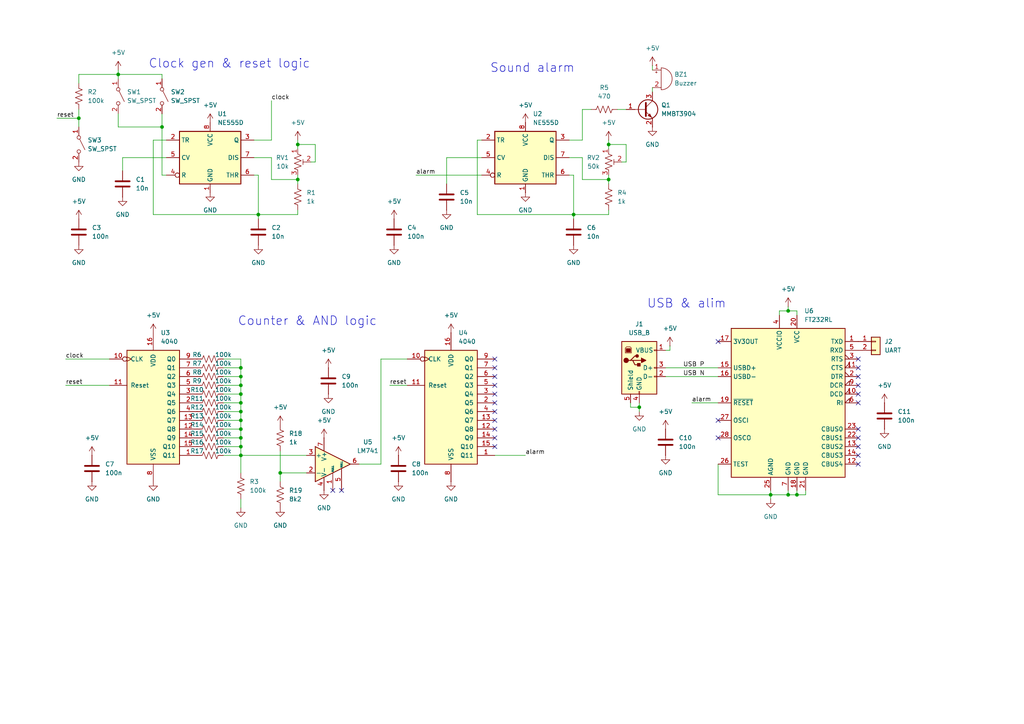
<source format=kicad_sch>
(kicad_sch
	(version 20250114)
	(generator "eeschema")
	(generator_version "9.0")
	(uuid "c4a35e3c-61b4-46a8-8f8a-78da22f579de")
	(paper "A4")
	(lib_symbols
		(symbol "4xxx:4040"
			(pin_names
				(offset 1.016)
			)
			(exclude_from_sim no)
			(in_bom yes)
			(on_board yes)
			(property "Reference" "U"
				(at -7.62 16.51 0)
				(effects
					(font
						(size 1.27 1.27)
					)
				)
			)
			(property "Value" "4040"
				(at -7.62 -19.05 0)
				(effects
					(font
						(size 1.27 1.27)
					)
				)
			)
			(property "Footprint" ""
				(at 0 0 0)
				(effects
					(font
						(size 1.27 1.27)
					)
					(hide yes)
				)
			)
			(property "Datasheet" "http://www.intersil.com/content/dam/Intersil/documents/cd40/cd4020bms-24bms-40bms.pdf"
				(at 0 0 0)
				(effects
					(font
						(size 1.27 1.27)
					)
					(hide yes)
				)
			)
			(property "Description" "Binary Counter 12 stages (Asynchronous)"
				(at 0 0 0)
				(effects
					(font
						(size 1.27 1.27)
					)
					(hide yes)
				)
			)
			(property "ki_locked" ""
				(at 0 0 0)
				(effects
					(font
						(size 1.27 1.27)
					)
				)
			)
			(property "ki_keywords" "CMOS CNT CNT12"
				(at 0 0 0)
				(effects
					(font
						(size 1.27 1.27)
					)
					(hide yes)
				)
			)
			(property "ki_fp_filters" "DIP?16*"
				(at 0 0 0)
				(effects
					(font
						(size 1.27 1.27)
					)
					(hide yes)
				)
			)
			(symbol "4040_1_0"
				(pin input inverted_clock
					(at -12.7 12.7 0)
					(length 5.08)
					(name "CLK"
						(effects
							(font
								(size 1.27 1.27)
							)
						)
					)
					(number "10"
						(effects
							(font
								(size 1.27 1.27)
							)
						)
					)
				)
				(pin input line
					(at -12.7 5.08 0)
					(length 5.08)
					(name "Reset"
						(effects
							(font
								(size 1.27 1.27)
							)
						)
					)
					(number "11"
						(effects
							(font
								(size 1.27 1.27)
							)
						)
					)
				)
				(pin power_in line
					(at 0 20.32 270)
					(length 5.08)
					(name "VDD"
						(effects
							(font
								(size 1.27 1.27)
							)
						)
					)
					(number "16"
						(effects
							(font
								(size 1.27 1.27)
							)
						)
					)
				)
				(pin power_in line
					(at 0 -22.86 90)
					(length 5.08)
					(name "VSS"
						(effects
							(font
								(size 1.27 1.27)
							)
						)
					)
					(number "8"
						(effects
							(font
								(size 1.27 1.27)
							)
						)
					)
				)
				(pin output line
					(at 12.7 12.7 180)
					(length 5.08)
					(name "Q0"
						(effects
							(font
								(size 1.27 1.27)
							)
						)
					)
					(number "9"
						(effects
							(font
								(size 1.27 1.27)
							)
						)
					)
				)
				(pin output line
					(at 12.7 10.16 180)
					(length 5.08)
					(name "Q1"
						(effects
							(font
								(size 1.27 1.27)
							)
						)
					)
					(number "7"
						(effects
							(font
								(size 1.27 1.27)
							)
						)
					)
				)
				(pin output line
					(at 12.7 7.62 180)
					(length 5.08)
					(name "Q2"
						(effects
							(font
								(size 1.27 1.27)
							)
						)
					)
					(number "6"
						(effects
							(font
								(size 1.27 1.27)
							)
						)
					)
				)
				(pin output line
					(at 12.7 5.08 180)
					(length 5.08)
					(name "Q3"
						(effects
							(font
								(size 1.27 1.27)
							)
						)
					)
					(number "5"
						(effects
							(font
								(size 1.27 1.27)
							)
						)
					)
				)
				(pin output line
					(at 12.7 2.54 180)
					(length 5.08)
					(name "Q4"
						(effects
							(font
								(size 1.27 1.27)
							)
						)
					)
					(number "3"
						(effects
							(font
								(size 1.27 1.27)
							)
						)
					)
				)
				(pin output line
					(at 12.7 0 180)
					(length 5.08)
					(name "Q5"
						(effects
							(font
								(size 1.27 1.27)
							)
						)
					)
					(number "2"
						(effects
							(font
								(size 1.27 1.27)
							)
						)
					)
				)
				(pin output line
					(at 12.7 -2.54 180)
					(length 5.08)
					(name "Q6"
						(effects
							(font
								(size 1.27 1.27)
							)
						)
					)
					(number "4"
						(effects
							(font
								(size 1.27 1.27)
							)
						)
					)
				)
				(pin output line
					(at 12.7 -5.08 180)
					(length 5.08)
					(name "Q7"
						(effects
							(font
								(size 1.27 1.27)
							)
						)
					)
					(number "13"
						(effects
							(font
								(size 1.27 1.27)
							)
						)
					)
				)
				(pin output line
					(at 12.7 -7.62 180)
					(length 5.08)
					(name "Q8"
						(effects
							(font
								(size 1.27 1.27)
							)
						)
					)
					(number "12"
						(effects
							(font
								(size 1.27 1.27)
							)
						)
					)
				)
				(pin output line
					(at 12.7 -10.16 180)
					(length 5.08)
					(name "Q9"
						(effects
							(font
								(size 1.27 1.27)
							)
						)
					)
					(number "14"
						(effects
							(font
								(size 1.27 1.27)
							)
						)
					)
				)
				(pin output line
					(at 12.7 -12.7 180)
					(length 5.08)
					(name "Q10"
						(effects
							(font
								(size 1.27 1.27)
							)
						)
					)
					(number "15"
						(effects
							(font
								(size 1.27 1.27)
							)
						)
					)
				)
				(pin output line
					(at 12.7 -15.24 180)
					(length 5.08)
					(name "Q11"
						(effects
							(font
								(size 1.27 1.27)
							)
						)
					)
					(number "1"
						(effects
							(font
								(size 1.27 1.27)
							)
						)
					)
				)
			)
			(symbol "4040_1_1"
				(rectangle
					(start -7.62 15.24)
					(end 7.62 -17.78)
					(stroke
						(width 0.254)
						(type default)
					)
					(fill
						(type background)
					)
				)
			)
			(embedded_fonts no)
		)
		(symbol "Amplifier_Operational:LM741"
			(pin_names
				(offset 0.127)
			)
			(exclude_from_sim no)
			(in_bom yes)
			(on_board yes)
			(property "Reference" "U"
				(at 0 6.35 0)
				(effects
					(font
						(size 1.27 1.27)
					)
					(justify left)
				)
			)
			(property "Value" "LM741"
				(at 0 3.81 0)
				(effects
					(font
						(size 1.27 1.27)
					)
					(justify left)
				)
			)
			(property "Footprint" ""
				(at 1.27 1.27 0)
				(effects
					(font
						(size 1.27 1.27)
					)
					(hide yes)
				)
			)
			(property "Datasheet" "http://www.ti.com/lit/ds/symlink/lm741.pdf"
				(at 3.81 3.81 0)
				(effects
					(font
						(size 1.27 1.27)
					)
					(hide yes)
				)
			)
			(property "Description" "Operational Amplifier, DIP-8/TO-99-8"
				(at 0 0 0)
				(effects
					(font
						(size 1.27 1.27)
					)
					(hide yes)
				)
			)
			(property "ki_keywords" "single opamp"
				(at 0 0 0)
				(effects
					(font
						(size 1.27 1.27)
					)
					(hide yes)
				)
			)
			(property "ki_fp_filters" "SOIC*3.9x4.9mm*P1.27mm* DIP*W7.62mm* TSSOP*3x3mm*P0.65mm*"
				(at 0 0 0)
				(effects
					(font
						(size 1.27 1.27)
					)
					(hide yes)
				)
			)
			(symbol "LM741_0_1"
				(polyline
					(pts
						(xy -5.08 5.08) (xy 5.08 0) (xy -5.08 -5.08) (xy -5.08 5.08)
					)
					(stroke
						(width 0.254)
						(type default)
					)
					(fill
						(type background)
					)
				)
			)
			(symbol "LM741_1_1"
				(pin input line
					(at -7.62 2.54 0)
					(length 2.54)
					(name "+"
						(effects
							(font
								(size 1.27 1.27)
							)
						)
					)
					(number "3"
						(effects
							(font
								(size 1.27 1.27)
							)
						)
					)
				)
				(pin input line
					(at -7.62 -2.54 0)
					(length 2.54)
					(name "-"
						(effects
							(font
								(size 1.27 1.27)
							)
						)
					)
					(number "2"
						(effects
							(font
								(size 1.27 1.27)
							)
						)
					)
				)
				(pin power_in line
					(at -2.54 7.62 270)
					(length 3.81)
					(name "V+"
						(effects
							(font
								(size 1.27 1.27)
							)
						)
					)
					(number "7"
						(effects
							(font
								(size 1.27 1.27)
							)
						)
					)
				)
				(pin power_in line
					(at -2.54 -7.62 90)
					(length 3.81)
					(name "V-"
						(effects
							(font
								(size 1.27 1.27)
							)
						)
					)
					(number "4"
						(effects
							(font
								(size 1.27 1.27)
							)
						)
					)
				)
				(pin no_connect line
					(at 0 2.54 270)
					(length 2.54)
					(hide yes)
					(name "NC"
						(effects
							(font
								(size 1.27 1.27)
							)
						)
					)
					(number "8"
						(effects
							(font
								(size 1.27 1.27)
							)
						)
					)
				)
				(pin input line
					(at 0 -7.62 90)
					(length 5.08)
					(name "NULL"
						(effects
							(font
								(size 0.508 0.508)
							)
						)
					)
					(number "1"
						(effects
							(font
								(size 1.27 1.27)
							)
						)
					)
				)
				(pin input line
					(at 2.54 -7.62 90)
					(length 6.35)
					(name "NULL"
						(effects
							(font
								(size 0.508 0.508)
							)
						)
					)
					(number "5"
						(effects
							(font
								(size 1.27 1.27)
							)
						)
					)
				)
				(pin output line
					(at 7.62 0 180)
					(length 2.54)
					(name "~"
						(effects
							(font
								(size 1.27 1.27)
							)
						)
					)
					(number "6"
						(effects
							(font
								(size 1.27 1.27)
							)
						)
					)
				)
			)
			(embedded_fonts no)
		)
		(symbol "Connector:USB_B"
			(pin_names
				(offset 1.016)
			)
			(exclude_from_sim no)
			(in_bom yes)
			(on_board yes)
			(property "Reference" "J"
				(at -5.08 11.43 0)
				(effects
					(font
						(size 1.27 1.27)
					)
					(justify left)
				)
			)
			(property "Value" "USB_B"
				(at -5.08 8.89 0)
				(effects
					(font
						(size 1.27 1.27)
					)
					(justify left)
				)
			)
			(property "Footprint" ""
				(at 3.81 -1.27 0)
				(effects
					(font
						(size 1.27 1.27)
					)
					(hide yes)
				)
			)
			(property "Datasheet" "~"
				(at 3.81 -1.27 0)
				(effects
					(font
						(size 1.27 1.27)
					)
					(hide yes)
				)
			)
			(property "Description" "USB Type B connector"
				(at 0 0 0)
				(effects
					(font
						(size 1.27 1.27)
					)
					(hide yes)
				)
			)
			(property "ki_keywords" "connector USB"
				(at 0 0 0)
				(effects
					(font
						(size 1.27 1.27)
					)
					(hide yes)
				)
			)
			(property "ki_fp_filters" "USB*"
				(at 0 0 0)
				(effects
					(font
						(size 1.27 1.27)
					)
					(hide yes)
				)
			)
			(symbol "USB_B_0_1"
				(rectangle
					(start -5.08 -7.62)
					(end 5.08 7.62)
					(stroke
						(width 0.254)
						(type default)
					)
					(fill
						(type background)
					)
				)
				(polyline
					(pts
						(xy -4.064 4.318) (xy -2.286 4.318) (xy -2.286 5.715) (xy -2.667 6.096) (xy -3.683 6.096) (xy -4.064 5.715)
						(xy -4.064 4.318)
					)
					(stroke
						(width 0)
						(type default)
					)
					(fill
						(type none)
					)
				)
				(rectangle
					(start -3.81 5.588)
					(end -2.54 4.572)
					(stroke
						(width 0)
						(type default)
					)
					(fill
						(type outline)
					)
				)
				(circle
					(center -3.81 2.159)
					(radius 0.635)
					(stroke
						(width 0.254)
						(type default)
					)
					(fill
						(type outline)
					)
				)
				(polyline
					(pts
						(xy -3.175 2.159) (xy -2.54 2.159) (xy -1.27 3.429) (xy -0.635 3.429)
					)
					(stroke
						(width 0.254)
						(type default)
					)
					(fill
						(type none)
					)
				)
				(polyline
					(pts
						(xy -2.54 2.159) (xy -1.905 2.159) (xy -1.27 0.889) (xy 0 0.889)
					)
					(stroke
						(width 0.254)
						(type default)
					)
					(fill
						(type none)
					)
				)
				(polyline
					(pts
						(xy -1.905 2.159) (xy 0.635 2.159)
					)
					(stroke
						(width 0.254)
						(type default)
					)
					(fill
						(type none)
					)
				)
				(circle
					(center -0.635 3.429)
					(radius 0.381)
					(stroke
						(width 0.254)
						(type default)
					)
					(fill
						(type outline)
					)
				)
				(rectangle
					(start -0.127 -7.62)
					(end 0.127 -6.858)
					(stroke
						(width 0)
						(type default)
					)
					(fill
						(type none)
					)
				)
				(rectangle
					(start 0.254 1.27)
					(end -0.508 0.508)
					(stroke
						(width 0.254)
						(type default)
					)
					(fill
						(type outline)
					)
				)
				(polyline
					(pts
						(xy 0.635 2.794) (xy 0.635 1.524) (xy 1.905 2.159) (xy 0.635 2.794)
					)
					(stroke
						(width 0.254)
						(type default)
					)
					(fill
						(type outline)
					)
				)
				(rectangle
					(start 5.08 4.953)
					(end 4.318 5.207)
					(stroke
						(width 0)
						(type default)
					)
					(fill
						(type none)
					)
				)
				(rectangle
					(start 5.08 -0.127)
					(end 4.318 0.127)
					(stroke
						(width 0)
						(type default)
					)
					(fill
						(type none)
					)
				)
				(rectangle
					(start 5.08 -2.667)
					(end 4.318 -2.413)
					(stroke
						(width 0)
						(type default)
					)
					(fill
						(type none)
					)
				)
			)
			(symbol "USB_B_1_1"
				(pin passive line
					(at -2.54 -10.16 90)
					(length 2.54)
					(name "Shield"
						(effects
							(font
								(size 1.27 1.27)
							)
						)
					)
					(number "5"
						(effects
							(font
								(size 1.27 1.27)
							)
						)
					)
				)
				(pin power_out line
					(at 0 -10.16 90)
					(length 2.54)
					(name "GND"
						(effects
							(font
								(size 1.27 1.27)
							)
						)
					)
					(number "4"
						(effects
							(font
								(size 1.27 1.27)
							)
						)
					)
				)
				(pin power_out line
					(at 7.62 5.08 180)
					(length 2.54)
					(name "VBUS"
						(effects
							(font
								(size 1.27 1.27)
							)
						)
					)
					(number "1"
						(effects
							(font
								(size 1.27 1.27)
							)
						)
					)
				)
				(pin bidirectional line
					(at 7.62 0 180)
					(length 2.54)
					(name "D+"
						(effects
							(font
								(size 1.27 1.27)
							)
						)
					)
					(number "3"
						(effects
							(font
								(size 1.27 1.27)
							)
						)
					)
				)
				(pin bidirectional line
					(at 7.62 -2.54 180)
					(length 2.54)
					(name "D-"
						(effects
							(font
								(size 1.27 1.27)
							)
						)
					)
					(number "2"
						(effects
							(font
								(size 1.27 1.27)
							)
						)
					)
				)
			)
			(embedded_fonts no)
		)
		(symbol "Connector_Generic:Conn_01x02"
			(pin_names
				(offset 1.016)
				(hide yes)
			)
			(exclude_from_sim no)
			(in_bom yes)
			(on_board yes)
			(property "Reference" "J"
				(at 0 2.54 0)
				(effects
					(font
						(size 1.27 1.27)
					)
				)
			)
			(property "Value" "Conn_01x02"
				(at 0 -5.08 0)
				(effects
					(font
						(size 1.27 1.27)
					)
				)
			)
			(property "Footprint" ""
				(at 0 0 0)
				(effects
					(font
						(size 1.27 1.27)
					)
					(hide yes)
				)
			)
			(property "Datasheet" "~"
				(at 0 0 0)
				(effects
					(font
						(size 1.27 1.27)
					)
					(hide yes)
				)
			)
			(property "Description" "Generic connector, single row, 01x02, script generated (kicad-library-utils/schlib/autogen/connector/)"
				(at 0 0 0)
				(effects
					(font
						(size 1.27 1.27)
					)
					(hide yes)
				)
			)
			(property "ki_keywords" "connector"
				(at 0 0 0)
				(effects
					(font
						(size 1.27 1.27)
					)
					(hide yes)
				)
			)
			(property "ki_fp_filters" "Connector*:*_1x??_*"
				(at 0 0 0)
				(effects
					(font
						(size 1.27 1.27)
					)
					(hide yes)
				)
			)
			(symbol "Conn_01x02_1_1"
				(rectangle
					(start -1.27 1.27)
					(end 1.27 -3.81)
					(stroke
						(width 0.254)
						(type default)
					)
					(fill
						(type background)
					)
				)
				(rectangle
					(start -1.27 0.127)
					(end 0 -0.127)
					(stroke
						(width 0.1524)
						(type default)
					)
					(fill
						(type none)
					)
				)
				(rectangle
					(start -1.27 -2.413)
					(end 0 -2.667)
					(stroke
						(width 0.1524)
						(type default)
					)
					(fill
						(type none)
					)
				)
				(pin passive line
					(at -5.08 0 0)
					(length 3.81)
					(name "Pin_1"
						(effects
							(font
								(size 1.27 1.27)
							)
						)
					)
					(number "1"
						(effects
							(font
								(size 1.27 1.27)
							)
						)
					)
				)
				(pin passive line
					(at -5.08 -2.54 0)
					(length 3.81)
					(name "Pin_2"
						(effects
							(font
								(size 1.27 1.27)
							)
						)
					)
					(number "2"
						(effects
							(font
								(size 1.27 1.27)
							)
						)
					)
				)
			)
			(embedded_fonts no)
		)
		(symbol "Device:Buzzer"
			(pin_names
				(offset 0.0254)
				(hide yes)
			)
			(exclude_from_sim no)
			(in_bom yes)
			(on_board yes)
			(property "Reference" "BZ"
				(at 3.81 1.27 0)
				(effects
					(font
						(size 1.27 1.27)
					)
					(justify left)
				)
			)
			(property "Value" "Buzzer"
				(at 3.81 -1.27 0)
				(effects
					(font
						(size 1.27 1.27)
					)
					(justify left)
				)
			)
			(property "Footprint" ""
				(at -0.635 2.54 90)
				(effects
					(font
						(size 1.27 1.27)
					)
					(hide yes)
				)
			)
			(property "Datasheet" "~"
				(at -0.635 2.54 90)
				(effects
					(font
						(size 1.27 1.27)
					)
					(hide yes)
				)
			)
			(property "Description" "Buzzer, polarized"
				(at 0 0 0)
				(effects
					(font
						(size 1.27 1.27)
					)
					(hide yes)
				)
			)
			(property "ki_keywords" "quartz resonator ceramic"
				(at 0 0 0)
				(effects
					(font
						(size 1.27 1.27)
					)
					(hide yes)
				)
			)
			(property "ki_fp_filters" "*Buzzer*"
				(at 0 0 0)
				(effects
					(font
						(size 1.27 1.27)
					)
					(hide yes)
				)
			)
			(symbol "Buzzer_0_1"
				(polyline
					(pts
						(xy -1.651 1.905) (xy -1.143 1.905)
					)
					(stroke
						(width 0)
						(type default)
					)
					(fill
						(type none)
					)
				)
				(polyline
					(pts
						(xy -1.397 2.159) (xy -1.397 1.651)
					)
					(stroke
						(width 0)
						(type default)
					)
					(fill
						(type none)
					)
				)
				(arc
					(start 0 3.175)
					(mid 3.1612 0)
					(end 0 -3.175)
					(stroke
						(width 0)
						(type default)
					)
					(fill
						(type none)
					)
				)
				(polyline
					(pts
						(xy 0 3.175) (xy 0 -3.175)
					)
					(stroke
						(width 0)
						(type default)
					)
					(fill
						(type none)
					)
				)
			)
			(symbol "Buzzer_1_1"
				(pin passive line
					(at -2.54 2.54 0)
					(length 2.54)
					(name "+"
						(effects
							(font
								(size 1.27 1.27)
							)
						)
					)
					(number "1"
						(effects
							(font
								(size 1.27 1.27)
							)
						)
					)
				)
				(pin passive line
					(at -2.54 -2.54 0)
					(length 2.54)
					(name "-"
						(effects
							(font
								(size 1.27 1.27)
							)
						)
					)
					(number "2"
						(effects
							(font
								(size 1.27 1.27)
							)
						)
					)
				)
			)
			(embedded_fonts no)
		)
		(symbol "Device:C"
			(pin_numbers
				(hide yes)
			)
			(pin_names
				(offset 0.254)
			)
			(exclude_from_sim no)
			(in_bom yes)
			(on_board yes)
			(property "Reference" "C"
				(at 0.635 2.54 0)
				(effects
					(font
						(size 1.27 1.27)
					)
					(justify left)
				)
			)
			(property "Value" "C"
				(at 0.635 -2.54 0)
				(effects
					(font
						(size 1.27 1.27)
					)
					(justify left)
				)
			)
			(property "Footprint" ""
				(at 0.9652 -3.81 0)
				(effects
					(font
						(size 1.27 1.27)
					)
					(hide yes)
				)
			)
			(property "Datasheet" "~"
				(at 0 0 0)
				(effects
					(font
						(size 1.27 1.27)
					)
					(hide yes)
				)
			)
			(property "Description" "Unpolarized capacitor"
				(at 0 0 0)
				(effects
					(font
						(size 1.27 1.27)
					)
					(hide yes)
				)
			)
			(property "ki_keywords" "cap capacitor"
				(at 0 0 0)
				(effects
					(font
						(size 1.27 1.27)
					)
					(hide yes)
				)
			)
			(property "ki_fp_filters" "C_*"
				(at 0 0 0)
				(effects
					(font
						(size 1.27 1.27)
					)
					(hide yes)
				)
			)
			(symbol "C_0_1"
				(polyline
					(pts
						(xy -2.032 0.762) (xy 2.032 0.762)
					)
					(stroke
						(width 0.508)
						(type default)
					)
					(fill
						(type none)
					)
				)
				(polyline
					(pts
						(xy -2.032 -0.762) (xy 2.032 -0.762)
					)
					(stroke
						(width 0.508)
						(type default)
					)
					(fill
						(type none)
					)
				)
			)
			(symbol "C_1_1"
				(pin passive line
					(at 0 3.81 270)
					(length 2.794)
					(name "~"
						(effects
							(font
								(size 1.27 1.27)
							)
						)
					)
					(number "1"
						(effects
							(font
								(size 1.27 1.27)
							)
						)
					)
				)
				(pin passive line
					(at 0 -3.81 90)
					(length 2.794)
					(name "~"
						(effects
							(font
								(size 1.27 1.27)
							)
						)
					)
					(number "2"
						(effects
							(font
								(size 1.27 1.27)
							)
						)
					)
				)
			)
			(embedded_fonts no)
		)
		(symbol "Device:R_Potentiometer_Trim_US"
			(pin_names
				(offset 1.016)
				(hide yes)
			)
			(exclude_from_sim no)
			(in_bom yes)
			(on_board yes)
			(property "Reference" "RV"
				(at -4.445 0 90)
				(effects
					(font
						(size 1.27 1.27)
					)
				)
			)
			(property "Value" "R_Potentiometer_Trim_US"
				(at -2.54 0 90)
				(effects
					(font
						(size 1.27 1.27)
					)
				)
			)
			(property "Footprint" ""
				(at 0 0 0)
				(effects
					(font
						(size 1.27 1.27)
					)
					(hide yes)
				)
			)
			(property "Datasheet" "~"
				(at 0 0 0)
				(effects
					(font
						(size 1.27 1.27)
					)
					(hide yes)
				)
			)
			(property "Description" "Trim-potentiometer, US symbol"
				(at 0 0 0)
				(effects
					(font
						(size 1.27 1.27)
					)
					(hide yes)
				)
			)
			(property "ki_keywords" "resistor variable trimpot trimmer"
				(at 0 0 0)
				(effects
					(font
						(size 1.27 1.27)
					)
					(hide yes)
				)
			)
			(property "ki_fp_filters" "Potentiometer*"
				(at 0 0 0)
				(effects
					(font
						(size 1.27 1.27)
					)
					(hide yes)
				)
			)
			(symbol "R_Potentiometer_Trim_US_0_1"
				(polyline
					(pts
						(xy 0 2.286) (xy 0 2.54)
					)
					(stroke
						(width 0)
						(type default)
					)
					(fill
						(type none)
					)
				)
				(polyline
					(pts
						(xy 0 2.286) (xy 1.016 1.905) (xy 0 1.524) (xy -1.016 1.143) (xy 0 0.762)
					)
					(stroke
						(width 0)
						(type default)
					)
					(fill
						(type none)
					)
				)
				(polyline
					(pts
						(xy 0 0.762) (xy 1.016 0.381) (xy 0 0) (xy -1.016 -0.381) (xy 0 -0.762)
					)
					(stroke
						(width 0)
						(type default)
					)
					(fill
						(type none)
					)
				)
				(polyline
					(pts
						(xy 0 -0.762) (xy 1.016 -1.143) (xy 0 -1.524) (xy -1.016 -1.905) (xy 0 -2.286)
					)
					(stroke
						(width 0)
						(type default)
					)
					(fill
						(type none)
					)
				)
				(polyline
					(pts
						(xy 0 -2.286) (xy 0 -2.54)
					)
					(stroke
						(width 0)
						(type default)
					)
					(fill
						(type none)
					)
				)
				(polyline
					(pts
						(xy 1.524 0.762) (xy 1.524 -0.762)
					)
					(stroke
						(width 0)
						(type default)
					)
					(fill
						(type none)
					)
				)
				(polyline
					(pts
						(xy 2.54 0) (xy 1.524 0)
					)
					(stroke
						(width 0)
						(type default)
					)
					(fill
						(type none)
					)
				)
			)
			(symbol "R_Potentiometer_Trim_US_1_1"
				(pin passive line
					(at 0 3.81 270)
					(length 1.27)
					(name "1"
						(effects
							(font
								(size 1.27 1.27)
							)
						)
					)
					(number "1"
						(effects
							(font
								(size 1.27 1.27)
							)
						)
					)
				)
				(pin passive line
					(at 0 -3.81 90)
					(length 1.27)
					(name "3"
						(effects
							(font
								(size 1.27 1.27)
							)
						)
					)
					(number "3"
						(effects
							(font
								(size 1.27 1.27)
							)
						)
					)
				)
				(pin passive line
					(at 3.81 0 180)
					(length 1.27)
					(name "2"
						(effects
							(font
								(size 1.27 1.27)
							)
						)
					)
					(number "2"
						(effects
							(font
								(size 1.27 1.27)
							)
						)
					)
				)
			)
			(embedded_fonts no)
		)
		(symbol "Device:R_US"
			(pin_numbers
				(hide yes)
			)
			(pin_names
				(offset 0)
			)
			(exclude_from_sim no)
			(in_bom yes)
			(on_board yes)
			(property "Reference" "R"
				(at 2.54 0 90)
				(effects
					(font
						(size 1.27 1.27)
					)
				)
			)
			(property "Value" "R_US"
				(at -2.54 0 90)
				(effects
					(font
						(size 1.27 1.27)
					)
				)
			)
			(property "Footprint" ""
				(at 1.016 -0.254 90)
				(effects
					(font
						(size 1.27 1.27)
					)
					(hide yes)
				)
			)
			(property "Datasheet" "~"
				(at 0 0 0)
				(effects
					(font
						(size 1.27 1.27)
					)
					(hide yes)
				)
			)
			(property "Description" "Resistor, US symbol"
				(at 0 0 0)
				(effects
					(font
						(size 1.27 1.27)
					)
					(hide yes)
				)
			)
			(property "ki_keywords" "R res resistor"
				(at 0 0 0)
				(effects
					(font
						(size 1.27 1.27)
					)
					(hide yes)
				)
			)
			(property "ki_fp_filters" "R_*"
				(at 0 0 0)
				(effects
					(font
						(size 1.27 1.27)
					)
					(hide yes)
				)
			)
			(symbol "R_US_0_1"
				(polyline
					(pts
						(xy 0 2.286) (xy 0 2.54)
					)
					(stroke
						(width 0)
						(type default)
					)
					(fill
						(type none)
					)
				)
				(polyline
					(pts
						(xy 0 2.286) (xy 1.016 1.905) (xy 0 1.524) (xy -1.016 1.143) (xy 0 0.762)
					)
					(stroke
						(width 0)
						(type default)
					)
					(fill
						(type none)
					)
				)
				(polyline
					(pts
						(xy 0 0.762) (xy 1.016 0.381) (xy 0 0) (xy -1.016 -0.381) (xy 0 -0.762)
					)
					(stroke
						(width 0)
						(type default)
					)
					(fill
						(type none)
					)
				)
				(polyline
					(pts
						(xy 0 -0.762) (xy 1.016 -1.143) (xy 0 -1.524) (xy -1.016 -1.905) (xy 0 -2.286)
					)
					(stroke
						(width 0)
						(type default)
					)
					(fill
						(type none)
					)
				)
				(polyline
					(pts
						(xy 0 -2.286) (xy 0 -2.54)
					)
					(stroke
						(width 0)
						(type default)
					)
					(fill
						(type none)
					)
				)
			)
			(symbol "R_US_1_1"
				(pin passive line
					(at 0 3.81 270)
					(length 1.27)
					(name "~"
						(effects
							(font
								(size 1.27 1.27)
							)
						)
					)
					(number "1"
						(effects
							(font
								(size 1.27 1.27)
							)
						)
					)
				)
				(pin passive line
					(at 0 -3.81 90)
					(length 1.27)
					(name "~"
						(effects
							(font
								(size 1.27 1.27)
							)
						)
					)
					(number "2"
						(effects
							(font
								(size 1.27 1.27)
							)
						)
					)
				)
			)
			(embedded_fonts no)
		)
		(symbol "Interface_USB:FT232RL"
			(exclude_from_sim no)
			(in_bom yes)
			(on_board yes)
			(property "Reference" "U"
				(at -16.51 22.86 0)
				(effects
					(font
						(size 1.27 1.27)
					)
					(justify left)
				)
			)
			(property "Value" "FT232RL"
				(at 10.16 22.86 0)
				(effects
					(font
						(size 1.27 1.27)
					)
					(justify left)
				)
			)
			(property "Footprint" "Package_SO:SSOP-28_5.3x10.2mm_P0.65mm"
				(at 27.94 -22.86 0)
				(effects
					(font
						(size 1.27 1.27)
					)
					(hide yes)
				)
			)
			(property "Datasheet" "https://www.ftdichip.com/Support/Documents/DataSheets/ICs/DS_FT232R.pdf"
				(at 0 0 0)
				(effects
					(font
						(size 1.27 1.27)
					)
					(hide yes)
				)
			)
			(property "Description" "USB to Serial Interface, SSOP-28"
				(at 0 0 0)
				(effects
					(font
						(size 1.27 1.27)
					)
					(hide yes)
				)
			)
			(property "ki_keywords" "FTDI USB Serial"
				(at 0 0 0)
				(effects
					(font
						(size 1.27 1.27)
					)
					(hide yes)
				)
			)
			(property "ki_fp_filters" "SSOP*5.3x10.2mm*P0.65mm*"
				(at 0 0 0)
				(effects
					(font
						(size 1.27 1.27)
					)
					(hide yes)
				)
			)
			(symbol "FT232RL_0_1"
				(rectangle
					(start -16.51 21.59)
					(end 16.51 -21.59)
					(stroke
						(width 0.254)
						(type default)
					)
					(fill
						(type background)
					)
				)
			)
			(symbol "FT232RL_1_1"
				(pin power_out line
					(at -20.32 17.78 0)
					(length 3.81)
					(name "3V3OUT"
						(effects
							(font
								(size 1.27 1.27)
							)
						)
					)
					(number "17"
						(effects
							(font
								(size 1.27 1.27)
							)
						)
					)
				)
				(pin bidirectional line
					(at -20.32 10.16 0)
					(length 3.81)
					(name "USBD+"
						(effects
							(font
								(size 1.27 1.27)
							)
						)
					)
					(number "15"
						(effects
							(font
								(size 1.27 1.27)
							)
						)
					)
				)
				(pin bidirectional line
					(at -20.32 7.62 0)
					(length 3.81)
					(name "USBD-"
						(effects
							(font
								(size 1.27 1.27)
							)
						)
					)
					(number "16"
						(effects
							(font
								(size 1.27 1.27)
							)
						)
					)
				)
				(pin input line
					(at -20.32 0 0)
					(length 3.81)
					(name "~{RESET}"
						(effects
							(font
								(size 1.27 1.27)
							)
						)
					)
					(number "19"
						(effects
							(font
								(size 1.27 1.27)
							)
						)
					)
				)
				(pin input line
					(at -20.32 -5.08 0)
					(length 3.81)
					(name "OSCI"
						(effects
							(font
								(size 1.27 1.27)
							)
						)
					)
					(number "27"
						(effects
							(font
								(size 1.27 1.27)
							)
						)
					)
				)
				(pin output line
					(at -20.32 -10.16 0)
					(length 3.81)
					(name "OSCO"
						(effects
							(font
								(size 1.27 1.27)
							)
						)
					)
					(number "28"
						(effects
							(font
								(size 1.27 1.27)
							)
						)
					)
				)
				(pin input line
					(at -20.32 -17.78 0)
					(length 3.81)
					(name "TEST"
						(effects
							(font
								(size 1.27 1.27)
							)
						)
					)
					(number "26"
						(effects
							(font
								(size 1.27 1.27)
							)
						)
					)
				)
				(pin power_in line
					(at -5.08 -25.4 90)
					(length 3.81)
					(name "AGND"
						(effects
							(font
								(size 1.27 1.27)
							)
						)
					)
					(number "25"
						(effects
							(font
								(size 1.27 1.27)
							)
						)
					)
				)
				(pin power_in line
					(at -2.54 25.4 270)
					(length 3.81)
					(name "VCCIO"
						(effects
							(font
								(size 1.27 1.27)
							)
						)
					)
					(number "4"
						(effects
							(font
								(size 1.27 1.27)
							)
						)
					)
				)
				(pin power_in line
					(at 0 -25.4 90)
					(length 3.81)
					(name "GND"
						(effects
							(font
								(size 1.27 1.27)
							)
						)
					)
					(number "7"
						(effects
							(font
								(size 1.27 1.27)
							)
						)
					)
				)
				(pin power_in line
					(at 2.54 25.4 270)
					(length 3.81)
					(name "VCC"
						(effects
							(font
								(size 1.27 1.27)
							)
						)
					)
					(number "20"
						(effects
							(font
								(size 1.27 1.27)
							)
						)
					)
				)
				(pin power_in line
					(at 2.54 -25.4 90)
					(length 3.81)
					(name "GND"
						(effects
							(font
								(size 1.27 1.27)
							)
						)
					)
					(number "18"
						(effects
							(font
								(size 1.27 1.27)
							)
						)
					)
				)
				(pin power_in line
					(at 5.08 -25.4 90)
					(length 3.81)
					(name "GND"
						(effects
							(font
								(size 1.27 1.27)
							)
						)
					)
					(number "21"
						(effects
							(font
								(size 1.27 1.27)
							)
						)
					)
				)
				(pin output line
					(at 20.32 17.78 180)
					(length 3.81)
					(name "TXD"
						(effects
							(font
								(size 1.27 1.27)
							)
						)
					)
					(number "1"
						(effects
							(font
								(size 1.27 1.27)
							)
						)
					)
				)
				(pin input line
					(at 20.32 15.24 180)
					(length 3.81)
					(name "RXD"
						(effects
							(font
								(size 1.27 1.27)
							)
						)
					)
					(number "5"
						(effects
							(font
								(size 1.27 1.27)
							)
						)
					)
				)
				(pin output output_low
					(at 20.32 12.7 180)
					(length 3.81)
					(name "RTS"
						(effects
							(font
								(size 1.27 1.27)
							)
						)
					)
					(number "3"
						(effects
							(font
								(size 1.27 1.27)
							)
						)
					)
				)
				(pin input input_low
					(at 20.32 10.16 180)
					(length 3.81)
					(name "CTS"
						(effects
							(font
								(size 1.27 1.27)
							)
						)
					)
					(number "11"
						(effects
							(font
								(size 1.27 1.27)
							)
						)
					)
				)
				(pin output output_low
					(at 20.32 7.62 180)
					(length 3.81)
					(name "DTR"
						(effects
							(font
								(size 1.27 1.27)
							)
						)
					)
					(number "2"
						(effects
							(font
								(size 1.27 1.27)
							)
						)
					)
				)
				(pin input input_low
					(at 20.32 5.08 180)
					(length 3.81)
					(name "DCR"
						(effects
							(font
								(size 1.27 1.27)
							)
						)
					)
					(number "9"
						(effects
							(font
								(size 1.27 1.27)
							)
						)
					)
				)
				(pin input input_low
					(at 20.32 2.54 180)
					(length 3.81)
					(name "DCD"
						(effects
							(font
								(size 1.27 1.27)
							)
						)
					)
					(number "10"
						(effects
							(font
								(size 1.27 1.27)
							)
						)
					)
				)
				(pin input input_low
					(at 20.32 0 180)
					(length 3.81)
					(name "RI"
						(effects
							(font
								(size 1.27 1.27)
							)
						)
					)
					(number "6"
						(effects
							(font
								(size 1.27 1.27)
							)
						)
					)
				)
				(pin bidirectional line
					(at 20.32 -7.62 180)
					(length 3.81)
					(name "CBUS0"
						(effects
							(font
								(size 1.27 1.27)
							)
						)
					)
					(number "23"
						(effects
							(font
								(size 1.27 1.27)
							)
						)
					)
				)
				(pin bidirectional line
					(at 20.32 -10.16 180)
					(length 3.81)
					(name "CBUS1"
						(effects
							(font
								(size 1.27 1.27)
							)
						)
					)
					(number "22"
						(effects
							(font
								(size 1.27 1.27)
							)
						)
					)
				)
				(pin bidirectional line
					(at 20.32 -12.7 180)
					(length 3.81)
					(name "CBUS2"
						(effects
							(font
								(size 1.27 1.27)
							)
						)
					)
					(number "13"
						(effects
							(font
								(size 1.27 1.27)
							)
						)
					)
				)
				(pin bidirectional line
					(at 20.32 -15.24 180)
					(length 3.81)
					(name "CBUS3"
						(effects
							(font
								(size 1.27 1.27)
							)
						)
					)
					(number "14"
						(effects
							(font
								(size 1.27 1.27)
							)
						)
					)
				)
				(pin bidirectional line
					(at 20.32 -17.78 180)
					(length 3.81)
					(name "CBUS4"
						(effects
							(font
								(size 1.27 1.27)
							)
						)
					)
					(number "12"
						(effects
							(font
								(size 1.27 1.27)
							)
						)
					)
				)
			)
			(embedded_fonts no)
		)
		(symbol "Switch:SW_SPST"
			(pin_names
				(offset 0)
				(hide yes)
			)
			(exclude_from_sim no)
			(in_bom yes)
			(on_board yes)
			(property "Reference" "SW"
				(at 0 3.175 0)
				(effects
					(font
						(size 1.27 1.27)
					)
				)
			)
			(property "Value" "SW_SPST"
				(at 0 -2.54 0)
				(effects
					(font
						(size 1.27 1.27)
					)
				)
			)
			(property "Footprint" ""
				(at 0 0 0)
				(effects
					(font
						(size 1.27 1.27)
					)
					(hide yes)
				)
			)
			(property "Datasheet" "~"
				(at 0 0 0)
				(effects
					(font
						(size 1.27 1.27)
					)
					(hide yes)
				)
			)
			(property "Description" "Single Pole Single Throw (SPST) switch"
				(at 0 0 0)
				(effects
					(font
						(size 1.27 1.27)
					)
					(hide yes)
				)
			)
			(property "ki_keywords" "switch lever"
				(at 0 0 0)
				(effects
					(font
						(size 1.27 1.27)
					)
					(hide yes)
				)
			)
			(symbol "SW_SPST_0_0"
				(circle
					(center -2.032 0)
					(radius 0.508)
					(stroke
						(width 0)
						(type default)
					)
					(fill
						(type none)
					)
				)
				(polyline
					(pts
						(xy -1.524 0.254) (xy 1.524 1.778)
					)
					(stroke
						(width 0)
						(type default)
					)
					(fill
						(type none)
					)
				)
				(circle
					(center 2.032 0)
					(radius 0.508)
					(stroke
						(width 0)
						(type default)
					)
					(fill
						(type none)
					)
				)
			)
			(symbol "SW_SPST_1_1"
				(pin passive line
					(at -5.08 0 0)
					(length 2.54)
					(name "A"
						(effects
							(font
								(size 1.27 1.27)
							)
						)
					)
					(number "1"
						(effects
							(font
								(size 1.27 1.27)
							)
						)
					)
				)
				(pin passive line
					(at 5.08 0 180)
					(length 2.54)
					(name "B"
						(effects
							(font
								(size 1.27 1.27)
							)
						)
					)
					(number "2"
						(effects
							(font
								(size 1.27 1.27)
							)
						)
					)
				)
			)
			(embedded_fonts no)
		)
		(symbol "Timer:NE555D"
			(exclude_from_sim no)
			(in_bom yes)
			(on_board yes)
			(property "Reference" "U"
				(at -10.16 8.89 0)
				(effects
					(font
						(size 1.27 1.27)
					)
					(justify left)
				)
			)
			(property "Value" "NE555D"
				(at 2.54 8.89 0)
				(effects
					(font
						(size 1.27 1.27)
					)
					(justify left)
				)
			)
			(property "Footprint" "Package_SO:SOIC-8_3.9x4.9mm_P1.27mm"
				(at 21.59 -10.16 0)
				(effects
					(font
						(size 1.27 1.27)
					)
					(hide yes)
				)
			)
			(property "Datasheet" "http://www.ti.com/lit/ds/symlink/ne555.pdf"
				(at 21.59 -10.16 0)
				(effects
					(font
						(size 1.27 1.27)
					)
					(hide yes)
				)
			)
			(property "Description" "Precision Timers, 555 compatible, SOIC-8"
				(at 0 0 0)
				(effects
					(font
						(size 1.27 1.27)
					)
					(hide yes)
				)
			)
			(property "ki_keywords" "single timer 555"
				(at 0 0 0)
				(effects
					(font
						(size 1.27 1.27)
					)
					(hide yes)
				)
			)
			(property "ki_fp_filters" "SOIC*3.9x4.9mm*P1.27mm*"
				(at 0 0 0)
				(effects
					(font
						(size 1.27 1.27)
					)
					(hide yes)
				)
			)
			(symbol "NE555D_0_0"
				(pin power_in line
					(at 0 10.16 270)
					(length 2.54)
					(name "VCC"
						(effects
							(font
								(size 1.27 1.27)
							)
						)
					)
					(number "8"
						(effects
							(font
								(size 1.27 1.27)
							)
						)
					)
				)
				(pin power_in line
					(at 0 -10.16 90)
					(length 2.54)
					(name "GND"
						(effects
							(font
								(size 1.27 1.27)
							)
						)
					)
					(number "1"
						(effects
							(font
								(size 1.27 1.27)
							)
						)
					)
				)
			)
			(symbol "NE555D_0_1"
				(rectangle
					(start -8.89 -7.62)
					(end 8.89 7.62)
					(stroke
						(width 0.254)
						(type default)
					)
					(fill
						(type background)
					)
				)
				(rectangle
					(start -8.89 -7.62)
					(end 8.89 7.62)
					(stroke
						(width 0.254)
						(type default)
					)
					(fill
						(type background)
					)
				)
			)
			(symbol "NE555D_1_1"
				(pin input line
					(at -12.7 5.08 0)
					(length 3.81)
					(name "TR"
						(effects
							(font
								(size 1.27 1.27)
							)
						)
					)
					(number "2"
						(effects
							(font
								(size 1.27 1.27)
							)
						)
					)
				)
				(pin input line
					(at -12.7 0 0)
					(length 3.81)
					(name "CV"
						(effects
							(font
								(size 1.27 1.27)
							)
						)
					)
					(number "5"
						(effects
							(font
								(size 1.27 1.27)
							)
						)
					)
				)
				(pin input inverted
					(at -12.7 -5.08 0)
					(length 3.81)
					(name "R"
						(effects
							(font
								(size 1.27 1.27)
							)
						)
					)
					(number "4"
						(effects
							(font
								(size 1.27 1.27)
							)
						)
					)
				)
				(pin output line
					(at 12.7 5.08 180)
					(length 3.81)
					(name "Q"
						(effects
							(font
								(size 1.27 1.27)
							)
						)
					)
					(number "3"
						(effects
							(font
								(size 1.27 1.27)
							)
						)
					)
				)
				(pin input line
					(at 12.7 0 180)
					(length 3.81)
					(name "DIS"
						(effects
							(font
								(size 1.27 1.27)
							)
						)
					)
					(number "7"
						(effects
							(font
								(size 1.27 1.27)
							)
						)
					)
				)
				(pin input line
					(at 12.7 -5.08 180)
					(length 3.81)
					(name "THR"
						(effects
							(font
								(size 1.27 1.27)
							)
						)
					)
					(number "6"
						(effects
							(font
								(size 1.27 1.27)
							)
						)
					)
				)
			)
			(embedded_fonts no)
		)
		(symbol "Transistor_BJT:MMBT3904"
			(pin_names
				(offset 0)
				(hide yes)
			)
			(exclude_from_sim no)
			(in_bom yes)
			(on_board yes)
			(property "Reference" "Q"
				(at 5.08 1.905 0)
				(effects
					(font
						(size 1.27 1.27)
					)
					(justify left)
				)
			)
			(property "Value" "MMBT3904"
				(at 5.08 0 0)
				(effects
					(font
						(size 1.27 1.27)
					)
					(justify left)
				)
			)
			(property "Footprint" "Package_TO_SOT_SMD:SOT-23"
				(at 5.08 -1.905 0)
				(effects
					(font
						(size 1.27 1.27)
						(italic yes)
					)
					(justify left)
					(hide yes)
				)
			)
			(property "Datasheet" "https://www.onsemi.com/pdf/datasheet/pzt3904-d.pdf"
				(at 0 0 0)
				(effects
					(font
						(size 1.27 1.27)
					)
					(justify left)
					(hide yes)
				)
			)
			(property "Description" "0.2A Ic, 40V Vce, Small Signal NPN Transistor, SOT-23"
				(at 0 0 0)
				(effects
					(font
						(size 1.27 1.27)
					)
					(hide yes)
				)
			)
			(property "ki_keywords" "NPN Transistor"
				(at 0 0 0)
				(effects
					(font
						(size 1.27 1.27)
					)
					(hide yes)
				)
			)
			(property "ki_fp_filters" "SOT?23*"
				(at 0 0 0)
				(effects
					(font
						(size 1.27 1.27)
					)
					(hide yes)
				)
			)
			(symbol "MMBT3904_0_1"
				(polyline
					(pts
						(xy -2.54 0) (xy 0.635 0)
					)
					(stroke
						(width 0)
						(type default)
					)
					(fill
						(type none)
					)
				)
				(polyline
					(pts
						(xy 0.635 1.905) (xy 0.635 -1.905)
					)
					(stroke
						(width 0.508)
						(type default)
					)
					(fill
						(type none)
					)
				)
				(circle
					(center 1.27 0)
					(radius 2.8194)
					(stroke
						(width 0.254)
						(type default)
					)
					(fill
						(type none)
					)
				)
			)
			(symbol "MMBT3904_1_1"
				(polyline
					(pts
						(xy 0.635 0.635) (xy 2.54 2.54)
					)
					(stroke
						(width 0)
						(type default)
					)
					(fill
						(type none)
					)
				)
				(polyline
					(pts
						(xy 0.635 -0.635) (xy 2.54 -2.54)
					)
					(stroke
						(width 0)
						(type default)
					)
					(fill
						(type none)
					)
				)
				(polyline
					(pts
						(xy 1.27 -1.778) (xy 1.778 -1.27) (xy 2.286 -2.286) (xy 1.27 -1.778)
					)
					(stroke
						(width 0)
						(type default)
					)
					(fill
						(type outline)
					)
				)
				(pin input line
					(at -5.08 0 0)
					(length 2.54)
					(name "B"
						(effects
							(font
								(size 1.27 1.27)
							)
						)
					)
					(number "1"
						(effects
							(font
								(size 1.27 1.27)
							)
						)
					)
				)
				(pin passive line
					(at 2.54 5.08 270)
					(length 2.54)
					(name "C"
						(effects
							(font
								(size 1.27 1.27)
							)
						)
					)
					(number "3"
						(effects
							(font
								(size 1.27 1.27)
							)
						)
					)
				)
				(pin passive line
					(at 2.54 -5.08 90)
					(length 2.54)
					(name "E"
						(effects
							(font
								(size 1.27 1.27)
							)
						)
					)
					(number "2"
						(effects
							(font
								(size 1.27 1.27)
							)
						)
					)
				)
			)
			(embedded_fonts no)
		)
		(symbol "power:+5V"
			(power)
			(pin_numbers
				(hide yes)
			)
			(pin_names
				(offset 0)
				(hide yes)
			)
			(exclude_from_sim no)
			(in_bom yes)
			(on_board yes)
			(property "Reference" "#PWR"
				(at 0 -3.81 0)
				(effects
					(font
						(size 1.27 1.27)
					)
					(hide yes)
				)
			)
			(property "Value" "+5V"
				(at 0 3.556 0)
				(effects
					(font
						(size 1.27 1.27)
					)
				)
			)
			(property "Footprint" ""
				(at 0 0 0)
				(effects
					(font
						(size 1.27 1.27)
					)
					(hide yes)
				)
			)
			(property "Datasheet" ""
				(at 0 0 0)
				(effects
					(font
						(size 1.27 1.27)
					)
					(hide yes)
				)
			)
			(property "Description" "Power symbol creates a global label with name \"+5V\""
				(at 0 0 0)
				(effects
					(font
						(size 1.27 1.27)
					)
					(hide yes)
				)
			)
			(property "ki_keywords" "global power"
				(at 0 0 0)
				(effects
					(font
						(size 1.27 1.27)
					)
					(hide yes)
				)
			)
			(symbol "+5V_0_1"
				(polyline
					(pts
						(xy -0.762 1.27) (xy 0 2.54)
					)
					(stroke
						(width 0)
						(type default)
					)
					(fill
						(type none)
					)
				)
				(polyline
					(pts
						(xy 0 2.54) (xy 0.762 1.27)
					)
					(stroke
						(width 0)
						(type default)
					)
					(fill
						(type none)
					)
				)
				(polyline
					(pts
						(xy 0 0) (xy 0 2.54)
					)
					(stroke
						(width 0)
						(type default)
					)
					(fill
						(type none)
					)
				)
			)
			(symbol "+5V_1_1"
				(pin power_in line
					(at 0 0 90)
					(length 0)
					(name "~"
						(effects
							(font
								(size 1.27 1.27)
							)
						)
					)
					(number "1"
						(effects
							(font
								(size 1.27 1.27)
							)
						)
					)
				)
			)
			(embedded_fonts no)
		)
		(symbol "power:GND"
			(power)
			(pin_numbers
				(hide yes)
			)
			(pin_names
				(offset 0)
				(hide yes)
			)
			(exclude_from_sim no)
			(in_bom yes)
			(on_board yes)
			(property "Reference" "#PWR"
				(at 0 -6.35 0)
				(effects
					(font
						(size 1.27 1.27)
					)
					(hide yes)
				)
			)
			(property "Value" "GND"
				(at 0 -3.81 0)
				(effects
					(font
						(size 1.27 1.27)
					)
				)
			)
			(property "Footprint" ""
				(at 0 0 0)
				(effects
					(font
						(size 1.27 1.27)
					)
					(hide yes)
				)
			)
			(property "Datasheet" ""
				(at 0 0 0)
				(effects
					(font
						(size 1.27 1.27)
					)
					(hide yes)
				)
			)
			(property "Description" "Power symbol creates a global label with name \"GND\" , ground"
				(at 0 0 0)
				(effects
					(font
						(size 1.27 1.27)
					)
					(hide yes)
				)
			)
			(property "ki_keywords" "global power"
				(at 0 0 0)
				(effects
					(font
						(size 1.27 1.27)
					)
					(hide yes)
				)
			)
			(symbol "GND_0_1"
				(polyline
					(pts
						(xy 0 0) (xy 0 -1.27) (xy 1.27 -1.27) (xy 0 -2.54) (xy -1.27 -1.27) (xy 0 -1.27)
					)
					(stroke
						(width 0)
						(type default)
					)
					(fill
						(type none)
					)
				)
			)
			(symbol "GND_1_1"
				(pin power_in line
					(at 0 0 270)
					(length 0)
					(name "~"
						(effects
							(font
								(size 1.27 1.27)
							)
						)
					)
					(number "1"
						(effects
							(font
								(size 1.27 1.27)
							)
						)
					)
				)
			)
			(embedded_fonts no)
		)
	)
	(text "Counter & AND logic"
		(exclude_from_sim no)
		(at 89.154 93.218 0)
		(effects
			(font
				(size 2.54 2.54)
			)
		)
		(uuid "10d5c380-d57b-4b93-8991-72e4744db028")
	)
	(text "Sound alarm\n"
		(exclude_from_sim no)
		(at 154.432 19.812 0)
		(effects
			(font
				(size 2.54 2.54)
			)
		)
		(uuid "128b5422-0ecc-4e76-b39a-ed94426b75e3")
	)
	(text "USB & alim"
		(exclude_from_sim no)
		(at 199.136 88.138 0)
		(effects
			(font
				(size 2.54 2.54)
			)
		)
		(uuid "207b97a9-8510-4170-9d98-58b4d98cd371")
	)
	(text "Clock gen & reset logic"
		(exclude_from_sim no)
		(at 66.548 18.542 0)
		(effects
			(font
				(size 2.54 2.54)
			)
		)
		(uuid "8a5b3ca7-06c0-41ce-89e8-935cdf4b9ac0")
	)
	(junction
		(at 69.85 109.22)
		(diameter 0)
		(color 0 0 0 0)
		(uuid "01c74725-e72a-4f73-afaf-45b7b304d355")
	)
	(junction
		(at 74.93 62.23)
		(diameter 0)
		(color 0 0 0 0)
		(uuid "13465f3a-7020-4be0-a9ec-c07db8c2c974")
	)
	(junction
		(at 86.36 41.91)
		(diameter 0)
		(color 0 0 0 0)
		(uuid "1c6491ff-7785-4ff2-9b62-2dccd4285526")
	)
	(junction
		(at 231.14 143.51)
		(diameter 0)
		(color 0 0 0 0)
		(uuid "1efcca7d-4675-48ac-9c80-67283bad8dda")
	)
	(junction
		(at 176.53 41.91)
		(diameter 0)
		(color 0 0 0 0)
		(uuid "26bd8cef-adbe-4523-b48f-92cea9739f3f")
	)
	(junction
		(at 69.85 119.38)
		(diameter 0)
		(color 0 0 0 0)
		(uuid "351da862-36c3-409c-9dde-5651c2891e06")
	)
	(junction
		(at 69.85 114.3)
		(diameter 0)
		(color 0 0 0 0)
		(uuid "42dc29ef-a1d7-43c4-8e8b-2efc7d2a7e03")
	)
	(junction
		(at 22.86 34.29)
		(diameter 0)
		(color 0 0 0 0)
		(uuid "52cba0b6-7997-4a41-843b-7de2e984bef4")
	)
	(junction
		(at 176.53 52.07)
		(diameter 0)
		(color 0 0 0 0)
		(uuid "5af87517-d96d-4aea-8a62-339d9453d845")
	)
	(junction
		(at 46.99 36.83)
		(diameter 0)
		(color 0 0 0 0)
		(uuid "6a7e375c-b09d-4ec2-99ba-5ef530199f0b")
	)
	(junction
		(at 223.52 143.51)
		(diameter 0)
		(color 0 0 0 0)
		(uuid "6d444e5a-0944-4abc-bbd8-825faf0a948d")
	)
	(junction
		(at 69.85 127)
		(diameter 0)
		(color 0 0 0 0)
		(uuid "7061e24c-7fcd-4f8f-8c2c-73811242ebea")
	)
	(junction
		(at 34.29 21.59)
		(diameter 0)
		(color 0 0 0 0)
		(uuid "77fd7c6e-f6d2-4542-baca-c6635f0698ed")
	)
	(junction
		(at 228.6 90.17)
		(diameter 0)
		(color 0 0 0 0)
		(uuid "838bead1-31da-44a1-9d53-687d41291da5")
	)
	(junction
		(at 69.85 116.84)
		(diameter 0)
		(color 0 0 0 0)
		(uuid "843b8214-6ef5-4519-b7c7-e80183f5a81e")
	)
	(junction
		(at 69.85 124.46)
		(diameter 0)
		(color 0 0 0 0)
		(uuid "87424fd7-34b2-4ae4-a636-080fdc56b83a")
	)
	(junction
		(at 69.85 121.92)
		(diameter 0)
		(color 0 0 0 0)
		(uuid "989e9f8e-8ff3-45c5-9cd2-3f71750073eb")
	)
	(junction
		(at 69.85 129.54)
		(diameter 0)
		(color 0 0 0 0)
		(uuid "9c1ec143-30ad-46a2-9ba1-fcfb9b05df61")
	)
	(junction
		(at 69.85 111.76)
		(diameter 0)
		(color 0 0 0 0)
		(uuid "a585880f-9fe1-4c6c-8bf8-dfde86d5ba92")
	)
	(junction
		(at 185.42 118.11)
		(diameter 0)
		(color 0 0 0 0)
		(uuid "aa90cf80-38ac-48dc-8ded-5402f080a32e")
	)
	(junction
		(at 228.6 143.51)
		(diameter 0)
		(color 0 0 0 0)
		(uuid "b4cb77b2-ae86-49d2-8ed2-11c7333c9ad2")
	)
	(junction
		(at 86.36 52.07)
		(diameter 0)
		(color 0 0 0 0)
		(uuid "c547cc64-830c-449d-bc58-9012967d5085")
	)
	(junction
		(at 69.85 106.68)
		(diameter 0)
		(color 0 0 0 0)
		(uuid "ce1d112a-b389-40bf-b7a3-6cc0a6739374")
	)
	(junction
		(at 69.85 132.08)
		(diameter 0)
		(color 0 0 0 0)
		(uuid "db32f437-d183-4ded-b7ed-e1f87d54761d")
	)
	(junction
		(at 166.37 62.23)
		(diameter 0)
		(color 0 0 0 0)
		(uuid "f03efb31-467f-46f1-a86f-4a67df5cb669")
	)
	(junction
		(at 81.28 137.16)
		(diameter 0)
		(color 0 0 0 0)
		(uuid "f7a69785-4b13-4576-bb81-bd108120409d")
	)
	(no_connect
		(at 143.51 109.22)
		(uuid "04ec6f06-c650-4e21-8c39-9237558db7eb")
	)
	(no_connect
		(at 248.92 116.84)
		(uuid "0ac188dd-d4cc-47ac-b3f0-5dfab13ad7aa")
	)
	(no_connect
		(at 143.51 121.92)
		(uuid "178f75e2-28ee-4584-9016-b5c755ce9b68")
	)
	(no_connect
		(at 143.51 116.84)
		(uuid "2beead3e-5bb7-463f-a6f7-60a279880a7c")
	)
	(no_connect
		(at 143.51 129.54)
		(uuid "2f3d0c7e-4336-4ebf-a839-64a045859898")
	)
	(no_connect
		(at 143.51 119.38)
		(uuid "6a587dd1-5087-4970-a380-4e38dad96b4d")
	)
	(no_connect
		(at 208.28 99.06)
		(uuid "6afd7fbd-fe26-40cc-989b-ab397b5a85cd")
	)
	(no_connect
		(at 208.28 127)
		(uuid "6e0d555e-7b0d-49a9-a13d-1f9901f3e24d")
	)
	(no_connect
		(at 143.51 111.76)
		(uuid "75f164a7-f5c5-4cb5-98c4-a757280f073f")
	)
	(no_connect
		(at 248.92 109.22)
		(uuid "789c625a-64ce-414c-8920-5757c0691489")
	)
	(no_connect
		(at 248.92 129.54)
		(uuid "878c1a79-a084-477a-bed9-92db8ce0982a")
	)
	(no_connect
		(at 143.51 124.46)
		(uuid "9477afe9-c5a7-4126-a99d-cc0bd934f795")
	)
	(no_connect
		(at 248.92 127)
		(uuid "9df9f88a-634d-463c-b531-ffb30aeb9a47")
	)
	(no_connect
		(at 99.06 142.24)
		(uuid "a5ecc595-d037-40ed-a113-0e5e86c286fd")
	)
	(no_connect
		(at 143.51 104.14)
		(uuid "ad2fef14-0e10-469d-8d61-3dc165b8d6fb")
	)
	(no_connect
		(at 248.92 114.3)
		(uuid "b6501cf5-083c-4d12-81a1-4df841c2b440")
	)
	(no_connect
		(at 248.92 124.46)
		(uuid "bbe8f38e-ed02-460c-b05f-8c0dece60801")
	)
	(no_connect
		(at 143.51 114.3)
		(uuid "c004e2dc-597f-4617-9b5e-9cbaa0072960")
	)
	(no_connect
		(at 96.52 142.24)
		(uuid "c0eb6bb0-b862-411d-83b9-092fe80f7e33")
	)
	(no_connect
		(at 248.92 111.76)
		(uuid "c782aa62-8508-49bf-9500-8a606b15a158")
	)
	(no_connect
		(at 143.51 106.68)
		(uuid "c979ec9e-df34-473b-b18f-3f5af6565aec")
	)
	(no_connect
		(at 208.28 121.92)
		(uuid "d11bf60a-df83-4710-8679-7f6662a20208")
	)
	(no_connect
		(at 248.92 132.08)
		(uuid "decbd5fd-18b8-4b10-95f3-e21180f03052")
	)
	(no_connect
		(at 248.92 134.62)
		(uuid "f2264d3c-ab6d-4c56-9ff8-6ea63509cc17")
	)
	(no_connect
		(at 143.51 127)
		(uuid "f50f94da-87a9-46b5-87d4-697fd6b0c7e4")
	)
	(no_connect
		(at 248.92 106.68)
		(uuid "fc4ecb12-ffb3-4f1a-9d1f-1ffe85fc6e5c")
	)
	(no_connect
		(at 248.92 104.14)
		(uuid "fd1a9aec-ea75-4e7b-93df-c3637da9adc2")
	)
	(wire
		(pts
			(xy 181.61 46.99) (xy 180.34 46.99)
		)
		(stroke
			(width 0)
			(type default)
		)
		(uuid "007718a6-88c6-4479-919d-5353afd7b314")
	)
	(wire
		(pts
			(xy 176.53 41.91) (xy 176.53 43.18)
		)
		(stroke
			(width 0)
			(type default)
		)
		(uuid "03428eb9-131b-48a4-9942-6c0530699e24")
	)
	(wire
		(pts
			(xy 86.36 41.91) (xy 86.36 43.18)
		)
		(stroke
			(width 0)
			(type default)
		)
		(uuid "03fc15ca-a19b-4328-ac88-4f6e4b4f13a7")
	)
	(wire
		(pts
			(xy 228.6 142.24) (xy 228.6 143.51)
		)
		(stroke
			(width 0)
			(type default)
		)
		(uuid "06837246-85ad-476c-b90e-771983a12bd6")
	)
	(wire
		(pts
			(xy 129.54 53.34) (xy 129.54 45.72)
		)
		(stroke
			(width 0)
			(type default)
		)
		(uuid "0d6a7912-675f-438f-b486-79af002c2149")
	)
	(wire
		(pts
			(xy 69.85 106.68) (xy 69.85 109.22)
		)
		(stroke
			(width 0)
			(type default)
		)
		(uuid "1027fd7f-cb87-4ce5-a603-7f99d1ce5ceb")
	)
	(wire
		(pts
			(xy 74.93 50.8) (xy 74.93 62.23)
		)
		(stroke
			(width 0)
			(type default)
		)
		(uuid "10ffe687-c873-4d95-8ba1-c334584d08b4")
	)
	(wire
		(pts
			(xy 46.99 36.83) (xy 46.99 33.02)
		)
		(stroke
			(width 0)
			(type default)
		)
		(uuid "132826c5-05c5-4d6e-8598-8c3f5e6f6c88")
	)
	(wire
		(pts
			(xy 69.85 132.08) (xy 88.9 132.08)
		)
		(stroke
			(width 0)
			(type default)
		)
		(uuid "13d7dcdc-aa3c-4c32-8bc7-1fd415f64a86")
	)
	(wire
		(pts
			(xy 86.36 62.23) (xy 74.93 62.23)
		)
		(stroke
			(width 0)
			(type default)
		)
		(uuid "177934ec-1ff2-4eba-9525-1083304d75f8")
	)
	(wire
		(pts
			(xy 44.45 40.64) (xy 44.45 62.23)
		)
		(stroke
			(width 0)
			(type default)
		)
		(uuid "17c6b73e-bd35-4466-82df-4090d9571d45")
	)
	(wire
		(pts
			(xy 48.26 40.64) (xy 44.45 40.64)
		)
		(stroke
			(width 0)
			(type default)
		)
		(uuid "192b02d2-6069-4cb7-b90b-191dcd23f8c5")
	)
	(wire
		(pts
			(xy 181.61 41.91) (xy 176.53 41.91)
		)
		(stroke
			(width 0)
			(type default)
		)
		(uuid "1b1c53d2-4f0b-4307-9b40-fb8639bdc3a2")
	)
	(wire
		(pts
			(xy 228.6 143.51) (xy 223.52 143.51)
		)
		(stroke
			(width 0)
			(type default)
		)
		(uuid "1b96ab6a-4b25-4018-9f76-9016a350a543")
	)
	(wire
		(pts
			(xy 86.36 52.07) (xy 86.36 53.34)
		)
		(stroke
			(width 0)
			(type default)
		)
		(uuid "1cfe0e2f-6ad2-4db6-bcad-bc9093d8fa68")
	)
	(wire
		(pts
			(xy 233.68 142.24) (xy 233.68 143.51)
		)
		(stroke
			(width 0)
			(type default)
		)
		(uuid "1d826053-1dd1-4d0c-9974-0934a5b3c45e")
	)
	(wire
		(pts
			(xy 231.14 142.24) (xy 231.14 143.51)
		)
		(stroke
			(width 0)
			(type default)
		)
		(uuid "1e111788-e40c-43d9-87da-d7b31a8234a0")
	)
	(wire
		(pts
			(xy 19.05 104.14) (xy 31.75 104.14)
		)
		(stroke
			(width 0)
			(type default)
		)
		(uuid "1e42441a-8da4-494c-9594-d34aa253f417")
	)
	(wire
		(pts
			(xy 168.91 31.75) (xy 168.91 40.64)
		)
		(stroke
			(width 0)
			(type default)
		)
		(uuid "2471621b-e586-43bf-80dc-e3649d81dd24")
	)
	(wire
		(pts
			(xy 69.85 144.78) (xy 69.85 147.32)
		)
		(stroke
			(width 0)
			(type default)
		)
		(uuid "2b0f46b7-f1b9-4c36-a31f-717fa7882a0b")
	)
	(wire
		(pts
			(xy 64.77 119.38) (xy 69.85 119.38)
		)
		(stroke
			(width 0)
			(type default)
		)
		(uuid "2b8e811e-1984-4067-a033-680122cfc94a")
	)
	(wire
		(pts
			(xy 46.99 50.8) (xy 46.99 36.83)
		)
		(stroke
			(width 0)
			(type default)
		)
		(uuid "2be16483-2e56-4d0d-946c-cbfe41f1fd7c")
	)
	(wire
		(pts
			(xy 86.36 50.8) (xy 86.36 52.07)
		)
		(stroke
			(width 0)
			(type default)
		)
		(uuid "2c3b074a-1b27-4adb-99c0-a56d8902e7ef")
	)
	(wire
		(pts
			(xy 22.86 31.75) (xy 22.86 34.29)
		)
		(stroke
			(width 0)
			(type default)
		)
		(uuid "2c9a0567-7257-445a-9e5a-dbb9dcd6fb91")
	)
	(wire
		(pts
			(xy 69.85 119.38) (xy 69.85 121.92)
		)
		(stroke
			(width 0)
			(type default)
		)
		(uuid "3013c92a-d34f-47ad-8a88-39630cb6862b")
	)
	(wire
		(pts
			(xy 166.37 63.5) (xy 166.37 62.23)
		)
		(stroke
			(width 0)
			(type default)
		)
		(uuid "30b3b66c-c7fe-4879-8227-e4d87c59ec4b")
	)
	(wire
		(pts
			(xy 44.45 62.23) (xy 74.93 62.23)
		)
		(stroke
			(width 0)
			(type default)
		)
		(uuid "326d5895-c901-4706-95b3-feb7b1cb5149")
	)
	(wire
		(pts
			(xy 78.74 29.21) (xy 78.74 40.64)
		)
		(stroke
			(width 0)
			(type default)
		)
		(uuid "37326959-4019-4a49-be74-13b9dc150b45")
	)
	(wire
		(pts
			(xy 69.85 129.54) (xy 69.85 132.08)
		)
		(stroke
			(width 0)
			(type default)
		)
		(uuid "3b2982a7-0999-4c25-a1b3-df6698d29a1e")
	)
	(wire
		(pts
			(xy 34.29 21.59) (xy 34.29 22.86)
		)
		(stroke
			(width 0)
			(type default)
		)
		(uuid "3d6781fe-70f2-41b5-9aab-cd78672e19e2")
	)
	(wire
		(pts
			(xy 226.06 91.44) (xy 226.06 90.17)
		)
		(stroke
			(width 0)
			(type default)
		)
		(uuid "410fbc26-2dca-49a0-800a-1868ec4dbff6")
	)
	(wire
		(pts
			(xy 74.93 50.8) (xy 73.66 50.8)
		)
		(stroke
			(width 0)
			(type default)
		)
		(uuid "41d6aba6-b3bd-45e7-bd68-935fd4b7b43c")
	)
	(wire
		(pts
			(xy 138.43 40.64) (xy 138.43 62.23)
		)
		(stroke
			(width 0)
			(type default)
		)
		(uuid "458c1333-c149-40f3-a2db-b7c697489628")
	)
	(wire
		(pts
			(xy 19.05 111.76) (xy 31.75 111.76)
		)
		(stroke
			(width 0)
			(type default)
		)
		(uuid "48be9741-6fa5-4aaa-9fba-049ecdbb129d")
	)
	(wire
		(pts
			(xy 176.53 60.96) (xy 176.53 62.23)
		)
		(stroke
			(width 0)
			(type default)
		)
		(uuid "4eaf5e96-6b14-4eaf-813a-e13a41b38fbf")
	)
	(wire
		(pts
			(xy 182.88 116.84) (xy 182.88 118.11)
		)
		(stroke
			(width 0)
			(type default)
		)
		(uuid "53fa6c08-5aaf-4e9c-b7c2-86768071917c")
	)
	(wire
		(pts
			(xy 166.37 50.8) (xy 166.37 62.23)
		)
		(stroke
			(width 0)
			(type default)
		)
		(uuid "547a0e3c-3192-4b9a-aab5-453a6b2cbb43")
	)
	(wire
		(pts
			(xy 176.53 40.64) (xy 176.53 41.91)
		)
		(stroke
			(width 0)
			(type default)
		)
		(uuid "560f0739-997f-4bc8-9599-d7cad3a2abcd")
	)
	(wire
		(pts
			(xy 231.14 90.17) (xy 228.6 90.17)
		)
		(stroke
			(width 0)
			(type default)
		)
		(uuid "56ea59a8-ae90-4b02-93ed-78ebf00ddd04")
	)
	(wire
		(pts
			(xy 64.77 109.22) (xy 69.85 109.22)
		)
		(stroke
			(width 0)
			(type default)
		)
		(uuid "57305759-8261-4224-bdd3-75debdfd8557")
	)
	(wire
		(pts
			(xy 46.99 21.59) (xy 34.29 21.59)
		)
		(stroke
			(width 0)
			(type default)
		)
		(uuid "5bcf21ae-9521-4659-a8b0-a08c47d303ec")
	)
	(wire
		(pts
			(xy 35.56 45.72) (xy 48.26 45.72)
		)
		(stroke
			(width 0)
			(type default)
		)
		(uuid "5c3f5bf7-9aa8-4f34-896c-3a8a0f4fedc2")
	)
	(wire
		(pts
			(xy 104.14 134.62) (xy 110.49 134.62)
		)
		(stroke
			(width 0)
			(type default)
		)
		(uuid "5edeea63-f901-4d3b-bf30-548970606e4b")
	)
	(wire
		(pts
			(xy 78.74 52.07) (xy 86.36 52.07)
		)
		(stroke
			(width 0)
			(type default)
		)
		(uuid "6063c056-0d3c-4926-b5cf-43525ddd8c5d")
	)
	(wire
		(pts
			(xy 233.68 143.51) (xy 231.14 143.51)
		)
		(stroke
			(width 0)
			(type default)
		)
		(uuid "617262ed-c9a3-4a3a-91df-61f1600a52c7")
	)
	(wire
		(pts
			(xy 181.61 46.99) (xy 181.61 41.91)
		)
		(stroke
			(width 0)
			(type default)
		)
		(uuid "620cb3cf-ecc2-4134-a042-0dcc04d3f741")
	)
	(wire
		(pts
			(xy 34.29 33.02) (xy 34.29 36.83)
		)
		(stroke
			(width 0)
			(type default)
		)
		(uuid "64e95d29-e60a-4637-a286-19ef158f0630")
	)
	(wire
		(pts
			(xy 129.54 45.72) (xy 139.7 45.72)
		)
		(stroke
			(width 0)
			(type default)
		)
		(uuid "662b13a0-2636-481e-882a-3c6b5e62f3b0")
	)
	(wire
		(pts
			(xy 168.91 52.07) (xy 176.53 52.07)
		)
		(stroke
			(width 0)
			(type default)
		)
		(uuid "68629218-6d3c-4e3e-a8a4-01e5c2e519f2")
	)
	(wire
		(pts
			(xy 223.52 143.51) (xy 223.52 144.78)
		)
		(stroke
			(width 0)
			(type default)
		)
		(uuid "7029b83d-c1c4-480b-b336-5154bb490b61")
	)
	(wire
		(pts
			(xy 22.86 21.59) (xy 34.29 21.59)
		)
		(stroke
			(width 0)
			(type default)
		)
		(uuid "72ae8e02-b579-4fdd-9ff7-bb9c4cf0e413")
	)
	(wire
		(pts
			(xy 64.77 114.3) (xy 69.85 114.3)
		)
		(stroke
			(width 0)
			(type default)
		)
		(uuid "74ce4f7e-7e15-44d3-b030-45095c2ba0d2")
	)
	(wire
		(pts
			(xy 181.61 31.75) (xy 179.07 31.75)
		)
		(stroke
			(width 0)
			(type default)
		)
		(uuid "75228d19-b28c-4430-994e-81f06b917b91")
	)
	(wire
		(pts
			(xy 176.53 62.23) (xy 166.37 62.23)
		)
		(stroke
			(width 0)
			(type default)
		)
		(uuid "75feea7f-7363-4fad-b92f-ed54afec1078")
	)
	(wire
		(pts
			(xy 228.6 88.9) (xy 228.6 90.17)
		)
		(stroke
			(width 0)
			(type default)
		)
		(uuid "7b67fedc-66b2-4e8f-bad0-9579c5dfb598")
	)
	(wire
		(pts
			(xy 64.77 127) (xy 69.85 127)
		)
		(stroke
			(width 0)
			(type default)
		)
		(uuid "7c997047-3295-4a35-a06a-7927fd62ed4e")
	)
	(wire
		(pts
			(xy 78.74 40.64) (xy 73.66 40.64)
		)
		(stroke
			(width 0)
			(type default)
		)
		(uuid "7df993ca-240a-42ba-a23c-1155a63a9e55")
	)
	(wire
		(pts
			(xy 110.49 134.62) (xy 110.49 104.14)
		)
		(stroke
			(width 0)
			(type default)
		)
		(uuid "807f55c0-05e2-4134-bf81-ada955fb879a")
	)
	(wire
		(pts
			(xy 64.77 121.92) (xy 69.85 121.92)
		)
		(stroke
			(width 0)
			(type default)
		)
		(uuid "81cb68fa-421d-467b-8703-a95e52f402a0")
	)
	(wire
		(pts
			(xy 69.85 124.46) (xy 69.85 127)
		)
		(stroke
			(width 0)
			(type default)
		)
		(uuid "81d33f05-1b01-413e-a28b-114c61aaca31")
	)
	(wire
		(pts
			(xy 226.06 90.17) (xy 228.6 90.17)
		)
		(stroke
			(width 0)
			(type default)
		)
		(uuid "81e875f3-949a-4c73-95be-50c545237fad")
	)
	(wire
		(pts
			(xy 193.04 101.6) (xy 194.31 101.6)
		)
		(stroke
			(width 0)
			(type default)
		)
		(uuid "839e0b33-cfe3-43c7-9bfa-95479b4293fd")
	)
	(wire
		(pts
			(xy 110.49 104.14) (xy 118.11 104.14)
		)
		(stroke
			(width 0)
			(type default)
		)
		(uuid "84405efb-ad78-44e9-8bab-0fb217ea7a1a")
	)
	(wire
		(pts
			(xy 64.77 116.84) (xy 69.85 116.84)
		)
		(stroke
			(width 0)
			(type default)
		)
		(uuid "86b1d181-1b2c-40fd-854d-269c0c2121df")
	)
	(wire
		(pts
			(xy 69.85 121.92) (xy 69.85 124.46)
		)
		(stroke
			(width 0)
			(type default)
		)
		(uuid "8b3cb5d5-e685-42cf-91c8-ef0cffa699d3")
	)
	(wire
		(pts
			(xy 69.85 114.3) (xy 69.85 116.84)
		)
		(stroke
			(width 0)
			(type default)
		)
		(uuid "8da1c74d-a6a7-48bf-9159-4edf5b555196")
	)
	(wire
		(pts
			(xy 231.14 91.44) (xy 231.14 90.17)
		)
		(stroke
			(width 0)
			(type default)
		)
		(uuid "8e1ef3ce-70f7-4a90-9748-6ab002179170")
	)
	(wire
		(pts
			(xy 78.74 45.72) (xy 78.74 52.07)
		)
		(stroke
			(width 0)
			(type default)
		)
		(uuid "8f63e018-9ca4-487b-9cdb-795773e4b41c")
	)
	(wire
		(pts
			(xy 73.66 45.72) (xy 78.74 45.72)
		)
		(stroke
			(width 0)
			(type default)
		)
		(uuid "8fb00d1a-2077-432e-b3ea-3ea824f6a56b")
	)
	(wire
		(pts
			(xy 64.77 111.76) (xy 69.85 111.76)
		)
		(stroke
			(width 0)
			(type default)
		)
		(uuid "929ede9b-3060-47e9-b3a7-aab5ef6319ef")
	)
	(wire
		(pts
			(xy 139.7 40.64) (xy 138.43 40.64)
		)
		(stroke
			(width 0)
			(type default)
		)
		(uuid "934e005a-ba92-4182-81de-1eb57e0a315a")
	)
	(wire
		(pts
			(xy 34.29 20.32) (xy 34.29 21.59)
		)
		(stroke
			(width 0)
			(type default)
		)
		(uuid "9699912c-fbd1-4caf-b4b2-0c6a6a0b7d75")
	)
	(wire
		(pts
			(xy 35.56 49.53) (xy 35.56 45.72)
		)
		(stroke
			(width 0)
			(type default)
		)
		(uuid "9715ba71-e7a8-4d42-acfe-7e207cc6ebc9")
	)
	(wire
		(pts
			(xy 69.85 111.76) (xy 69.85 114.3)
		)
		(stroke
			(width 0)
			(type default)
		)
		(uuid "98f6ec2a-613a-472e-b9b6-a0405272d645")
	)
	(wire
		(pts
			(xy 91.44 41.91) (xy 86.36 41.91)
		)
		(stroke
			(width 0)
			(type default)
		)
		(uuid "995b7769-fa3c-4924-9920-67d6e1bfc4ba")
	)
	(wire
		(pts
			(xy 69.85 104.14) (xy 69.85 106.68)
		)
		(stroke
			(width 0)
			(type default)
		)
		(uuid "9b052f6c-9ab0-4c07-9a29-9572e5610783")
	)
	(wire
		(pts
			(xy 166.37 50.8) (xy 165.1 50.8)
		)
		(stroke
			(width 0)
			(type default)
		)
		(uuid "a0291f10-63dd-407b-8aed-15d03c49243e")
	)
	(wire
		(pts
			(xy 64.77 129.54) (xy 69.85 129.54)
		)
		(stroke
			(width 0)
			(type default)
		)
		(uuid "a03a6af5-cc58-4fd5-aa7c-de59424aaf82")
	)
	(wire
		(pts
			(xy 48.26 50.8) (xy 46.99 50.8)
		)
		(stroke
			(width 0)
			(type default)
		)
		(uuid "a167c1fb-7d53-4d2a-8d8c-56e5ea0236d9")
	)
	(wire
		(pts
			(xy 22.86 24.13) (xy 22.86 21.59)
		)
		(stroke
			(width 0)
			(type default)
		)
		(uuid "a1d1ce87-b145-46cc-b1f9-d5f1a3eb6442")
	)
	(wire
		(pts
			(xy 208.28 143.51) (xy 223.52 143.51)
		)
		(stroke
			(width 0)
			(type default)
		)
		(uuid "a366d7d0-ceab-4df8-98de-a8a7c0d276dd")
	)
	(wire
		(pts
			(xy 200.66 116.84) (xy 208.28 116.84)
		)
		(stroke
			(width 0)
			(type default)
		)
		(uuid "aab0454c-10f6-4750-b47a-a272de333b4e")
	)
	(wire
		(pts
			(xy 182.88 118.11) (xy 185.42 118.11)
		)
		(stroke
			(width 0)
			(type default)
		)
		(uuid "ae17d3b5-976a-4022-8972-247245e6beb3")
	)
	(wire
		(pts
			(xy 91.44 46.99) (xy 90.17 46.99)
		)
		(stroke
			(width 0)
			(type default)
		)
		(uuid "b0639acb-b128-4bb0-9e96-dfe9c85bd96f")
	)
	(wire
		(pts
			(xy 69.85 127) (xy 69.85 129.54)
		)
		(stroke
			(width 0)
			(type default)
		)
		(uuid "b6aab3eb-c8c4-4713-bfa3-c3b6dafe9df0")
	)
	(wire
		(pts
			(xy 231.14 143.51) (xy 228.6 143.51)
		)
		(stroke
			(width 0)
			(type default)
		)
		(uuid "b718f9b2-a3bd-4f96-95f2-9df677e6736a")
	)
	(wire
		(pts
			(xy 168.91 31.75) (xy 171.45 31.75)
		)
		(stroke
			(width 0)
			(type default)
		)
		(uuid "ba2536b0-a3c2-42ec-b969-ff1921eae0df")
	)
	(wire
		(pts
			(xy 34.29 36.83) (xy 46.99 36.83)
		)
		(stroke
			(width 0)
			(type default)
		)
		(uuid "ba30f771-4644-4517-a8b7-0870a6360711")
	)
	(wire
		(pts
			(xy 86.36 40.64) (xy 86.36 41.91)
		)
		(stroke
			(width 0)
			(type default)
		)
		(uuid "bf648a31-0fc9-4da0-b197-699368cbafea")
	)
	(wire
		(pts
			(xy 168.91 45.72) (xy 168.91 52.07)
		)
		(stroke
			(width 0)
			(type default)
		)
		(uuid "c5359f81-711e-4a49-9399-8cfaf5edc43f")
	)
	(wire
		(pts
			(xy 64.77 106.68) (xy 69.85 106.68)
		)
		(stroke
			(width 0)
			(type default)
		)
		(uuid "c56b5b27-306a-44ad-80cc-73bba2d24c8b")
	)
	(wire
		(pts
			(xy 185.42 118.11) (xy 185.42 119.38)
		)
		(stroke
			(width 0)
			(type default)
		)
		(uuid "c5bba160-fa55-4ab4-aa24-2cc9355ccb9e")
	)
	(wire
		(pts
			(xy 193.04 109.22) (xy 208.28 109.22)
		)
		(stroke
			(width 0)
			(type default)
		)
		(uuid "c7a6848e-0fd9-488e-8e11-18598bc51a11")
	)
	(wire
		(pts
			(xy 16.51 34.29) (xy 22.86 34.29)
		)
		(stroke
			(width 0)
			(type default)
		)
		(uuid "cba801b7-225f-447a-b15e-e0d18696a353")
	)
	(wire
		(pts
			(xy 81.28 137.16) (xy 88.9 137.16)
		)
		(stroke
			(width 0)
			(type default)
		)
		(uuid "cc09765d-4047-4efe-8864-ed89ee1fbc6b")
	)
	(wire
		(pts
			(xy 69.85 137.16) (xy 69.85 132.08)
		)
		(stroke
			(width 0)
			(type default)
		)
		(uuid "cf3075ae-51c9-4375-b9cc-751bd1f31526")
	)
	(wire
		(pts
			(xy 143.51 132.08) (xy 152.4 132.08)
		)
		(stroke
			(width 0)
			(type default)
		)
		(uuid "d1472a7b-4b1a-435f-873c-7a03d85e7ee3")
	)
	(wire
		(pts
			(xy 113.03 111.76) (xy 118.11 111.76)
		)
		(stroke
			(width 0)
			(type default)
		)
		(uuid "d33808ae-ff01-4901-92f5-e917358e9aa3")
	)
	(wire
		(pts
			(xy 165.1 45.72) (xy 168.91 45.72)
		)
		(stroke
			(width 0)
			(type default)
		)
		(uuid "d870b6d8-5799-4f06-984c-e68e7429c2d2")
	)
	(wire
		(pts
			(xy 189.23 20.32) (xy 189.23 19.05)
		)
		(stroke
			(width 0)
			(type default)
		)
		(uuid "d8db42ad-d6ce-4972-825c-ca2ee04f4795")
	)
	(wire
		(pts
			(xy 69.85 116.84) (xy 69.85 119.38)
		)
		(stroke
			(width 0)
			(type default)
		)
		(uuid "d9c949e8-a812-4c66-b2fb-75529c01c608")
	)
	(wire
		(pts
			(xy 46.99 22.86) (xy 46.99 21.59)
		)
		(stroke
			(width 0)
			(type default)
		)
		(uuid "da504950-efe1-4253-b222-bd08b01cf28a")
	)
	(wire
		(pts
			(xy 64.77 124.46) (xy 69.85 124.46)
		)
		(stroke
			(width 0)
			(type default)
		)
		(uuid "db998589-f1a9-4e28-aa88-1573f4132815")
	)
	(wire
		(pts
			(xy 69.85 109.22) (xy 69.85 111.76)
		)
		(stroke
			(width 0)
			(type default)
		)
		(uuid "dd72d9d7-f283-43c6-8785-af8e59c9a7f2")
	)
	(wire
		(pts
			(xy 86.36 60.96) (xy 86.36 62.23)
		)
		(stroke
			(width 0)
			(type default)
		)
		(uuid "deb4b9d5-bd83-4748-9821-3ead9891671e")
	)
	(wire
		(pts
			(xy 22.86 34.29) (xy 22.86 36.83)
		)
		(stroke
			(width 0)
			(type default)
		)
		(uuid "df7ba106-646e-4a37-ad70-e465f55d736f")
	)
	(wire
		(pts
			(xy 176.53 50.8) (xy 176.53 52.07)
		)
		(stroke
			(width 0)
			(type default)
		)
		(uuid "dfd66837-b032-4b53-a713-31da4066adb7")
	)
	(wire
		(pts
			(xy 81.28 137.16) (xy 81.28 139.7)
		)
		(stroke
			(width 0)
			(type default)
		)
		(uuid "e0d13084-c481-499b-a2c1-3778dba334ae")
	)
	(wire
		(pts
			(xy 193.04 106.68) (xy 208.28 106.68)
		)
		(stroke
			(width 0)
			(type default)
		)
		(uuid "e52d1b6e-af05-49ec-b43b-b7e8e13166bd")
	)
	(wire
		(pts
			(xy 120.65 50.8) (xy 139.7 50.8)
		)
		(stroke
			(width 0)
			(type default)
		)
		(uuid "e7fa803d-d6ca-446d-beef-348a965bc858")
	)
	(wire
		(pts
			(xy 69.85 132.08) (xy 64.77 132.08)
		)
		(stroke
			(width 0)
			(type default)
		)
		(uuid "e9a91054-2dfe-40e5-b1b7-082031f6c4ee")
	)
	(wire
		(pts
			(xy 208.28 134.62) (xy 208.28 143.51)
		)
		(stroke
			(width 0)
			(type default)
		)
		(uuid "ef610e02-ef60-40d3-8d29-5b3f745c9462")
	)
	(wire
		(pts
			(xy 138.43 62.23) (xy 166.37 62.23)
		)
		(stroke
			(width 0)
			(type default)
		)
		(uuid "ef653e0e-e882-4fd6-9b58-7f1f3f819173")
	)
	(wire
		(pts
			(xy 64.77 104.14) (xy 69.85 104.14)
		)
		(stroke
			(width 0)
			(type default)
		)
		(uuid "f11eba06-243f-4ef9-a156-93b9da24e600")
	)
	(wire
		(pts
			(xy 91.44 46.99) (xy 91.44 41.91)
		)
		(stroke
			(width 0)
			(type default)
		)
		(uuid "f288bedd-9aa7-4e84-a0c2-419e6da34c1c")
	)
	(wire
		(pts
			(xy 176.53 52.07) (xy 176.53 53.34)
		)
		(stroke
			(width 0)
			(type default)
		)
		(uuid "f31b3dd9-66b2-4390-bb9e-11048512abf1")
	)
	(wire
		(pts
			(xy 189.23 25.4) (xy 189.23 26.67)
		)
		(stroke
			(width 0)
			(type default)
		)
		(uuid "f8602158-0910-4a5f-a685-04e061054ffe")
	)
	(wire
		(pts
			(xy 168.91 40.64) (xy 165.1 40.64)
		)
		(stroke
			(width 0)
			(type default)
		)
		(uuid "f94ad88f-a0bb-468d-8866-81c5fa26f2eb")
	)
	(wire
		(pts
			(xy 74.93 62.23) (xy 74.93 63.5)
		)
		(stroke
			(width 0)
			(type default)
		)
		(uuid "f9688874-f9b6-41c7-af13-e161d9a90f71")
	)
	(wire
		(pts
			(xy 185.42 116.84) (xy 185.42 118.11)
		)
		(stroke
			(width 0)
			(type default)
		)
		(uuid "fa6af037-b58f-4590-ad59-3ff4df112c27")
	)
	(wire
		(pts
			(xy 223.52 142.24) (xy 223.52 143.51)
		)
		(stroke
			(width 0)
			(type default)
		)
		(uuid "fc46ef66-d656-4966-b8fd-0ad3acaaa2d7")
	)
	(wire
		(pts
			(xy 194.31 101.6) (xy 194.31 100.33)
		)
		(stroke
			(width 0)
			(type default)
		)
		(uuid "fd23c034-5168-4acf-83a5-6b5884ca113c")
	)
	(wire
		(pts
			(xy 81.28 130.81) (xy 81.28 137.16)
		)
		(stroke
			(width 0)
			(type default)
		)
		(uuid "fd313e47-e17e-44b4-954a-cee46656506a")
	)
	(label "USB P"
		(at 198.12 106.68 0)
		(effects
			(font
				(size 1.27 1.27)
			)
			(justify left bottom)
		)
		(uuid "045aaedb-0fe5-4052-a0d6-864cab23541e")
	)
	(label "clock"
		(at 78.74 29.21 0)
		(effects
			(font
				(size 1.27 1.27)
			)
			(justify left bottom)
		)
		(uuid "04b8e8c6-d817-4bdf-8374-bab5453a938f")
	)
	(label "reset"
		(at 19.05 111.76 0)
		(effects
			(font
				(size 1.27 1.27)
			)
			(justify left bottom)
		)
		(uuid "0ff43f61-f2da-4523-a62b-f4410986f645")
	)
	(label "clock"
		(at 19.05 104.14 0)
		(effects
			(font
				(size 1.27 1.27)
			)
			(justify left bottom)
		)
		(uuid "1c2f1593-d1da-4e94-b65d-e367085b4d45")
	)
	(label "alarm"
		(at 200.66 116.84 0)
		(effects
			(font
				(size 1.27 1.27)
			)
			(justify left bottom)
		)
		(uuid "43445dc1-4562-4974-9544-1b3f7746728d")
	)
	(label "alarm"
		(at 120.65 50.8 0)
		(effects
			(font
				(size 1.27 1.27)
			)
			(justify left bottom)
		)
		(uuid "b9326994-853d-42c4-86a7-2e640ffda84c")
	)
	(label "reset"
		(at 113.03 111.76 0)
		(effects
			(font
				(size 1.27 1.27)
			)
			(justify left bottom)
		)
		(uuid "c2d38b2f-fe0f-4df8-b17a-6d247544bfb8")
	)
	(label "USB N"
		(at 198.12 109.22 0)
		(effects
			(font
				(size 1.27 1.27)
			)
			(justify left bottom)
		)
		(uuid "c4391fe7-1143-427e-a7df-8584978e2dcf")
	)
	(label "alarm"
		(at 152.4 132.08 0)
		(effects
			(font
				(size 1.27 1.27)
			)
			(justify left bottom)
		)
		(uuid "d6dcd798-b442-48e3-805c-36145ff49dc5")
	)
	(label "reset"
		(at 16.51 34.29 0)
		(effects
			(font
				(size 1.27 1.27)
			)
			(justify left bottom)
		)
		(uuid "f943fdc6-ccd3-4b70-911a-eee7a2dfd730")
	)
	(symbol
		(lib_id "Device:R_US")
		(at 60.96 106.68 90)
		(unit 1)
		(exclude_from_sim no)
		(in_bom yes)
		(on_board yes)
		(dnp no)
		(uuid "000a0c6e-1284-41fc-9ae2-8c01fc6ef409")
		(property "Reference" "R7"
			(at 57.15 105.41 90)
			(effects
				(font
					(size 1.27 1.27)
				)
			)
		)
		(property "Value" "100k"
			(at 64.77 105.41 90)
			(effects
				(font
					(size 1.27 1.27)
				)
			)
		)
		(property "Footprint" "Resistor_SMD:R_0603_1608Metric"
			(at 61.214 105.664 90)
			(effects
				(font
					(size 1.27 1.27)
				)
				(hide yes)
			)
		)
		(property "Datasheet" "~"
			(at 60.96 106.68 0)
			(effects
				(font
					(size 1.27 1.27)
				)
				(hide yes)
			)
		)
		(property "Description" "Resistor, US symbol"
			(at 60.96 106.68 0)
			(effects
				(font
					(size 1.27 1.27)
				)
				(hide yes)
			)
		)
		(pin "2"
			(uuid "1fd61082-081d-4151-845d-35e0a770639d")
		)
		(pin "1"
			(uuid "cc0e44a3-2d59-42cc-9f90-3a4d119d333e")
		)
		(instances
			(project "bombeador"
				(path "/c4a35e3c-61b4-46a8-8f8a-78da22f579de"
					(reference "R7")
					(unit 1)
				)
			)
		)
	)
	(symbol
		(lib_id "power:+5V")
		(at 152.4 35.56 0)
		(unit 1)
		(exclude_from_sim no)
		(in_bom yes)
		(on_board yes)
		(dnp no)
		(fields_autoplaced yes)
		(uuid "02907fb0-33e1-46c3-bc9a-db62fca44564")
		(property "Reference" "#PWR014"
			(at 152.4 39.37 0)
			(effects
				(font
					(size 1.27 1.27)
				)
				(hide yes)
			)
		)
		(property "Value" "+5V"
			(at 152.4 30.48 0)
			(effects
				(font
					(size 1.27 1.27)
				)
			)
		)
		(property "Footprint" ""
			(at 152.4 35.56 0)
			(effects
				(font
					(size 1.27 1.27)
				)
				(hide yes)
			)
		)
		(property "Datasheet" ""
			(at 152.4 35.56 0)
			(effects
				(font
					(size 1.27 1.27)
				)
				(hide yes)
			)
		)
		(property "Description" "Power symbol creates a global label with name \"+5V\""
			(at 152.4 35.56 0)
			(effects
				(font
					(size 1.27 1.27)
				)
				(hide yes)
			)
		)
		(pin "1"
			(uuid "0a1ba80f-fca7-45f4-9db8-01f30595987b")
		)
		(instances
			(project "bombeador"
				(path "/c4a35e3c-61b4-46a8-8f8a-78da22f579de"
					(reference "#PWR014")
					(unit 1)
				)
			)
		)
	)
	(symbol
		(lib_id "Device:R_US")
		(at 175.26 31.75 90)
		(unit 1)
		(exclude_from_sim no)
		(in_bom yes)
		(on_board yes)
		(dnp no)
		(fields_autoplaced yes)
		(uuid "035e32d5-380a-41cd-a68a-8cfadc2380d4")
		(property "Reference" "R5"
			(at 175.26 25.4 90)
			(effects
				(font
					(size 1.27 1.27)
				)
			)
		)
		(property "Value" "470"
			(at 175.26 27.94 90)
			(effects
				(font
					(size 1.27 1.27)
				)
			)
		)
		(property "Footprint" "Resistor_SMD:R_0603_1608Metric"
			(at 175.514 30.734 90)
			(effects
				(font
					(size 1.27 1.27)
				)
				(hide yes)
			)
		)
		(property "Datasheet" "~"
			(at 175.26 31.75 0)
			(effects
				(font
					(size 1.27 1.27)
				)
				(hide yes)
			)
		)
		(property "Description" "Resistor, US symbol"
			(at 175.26 31.75 0)
			(effects
				(font
					(size 1.27 1.27)
				)
				(hide yes)
			)
		)
		(pin "2"
			(uuid "bf1b5c3a-660b-4021-babf-2bdc450e0a93")
		)
		(pin "1"
			(uuid "94f78885-a381-42e5-9af5-e5b153414a5d")
		)
		(instances
			(project "bombeador"
				(path "/c4a35e3c-61b4-46a8-8f8a-78da22f579de"
					(reference "R5")
					(unit 1)
				)
			)
		)
	)
	(symbol
		(lib_id "power:GND")
		(at 129.54 60.96 0)
		(unit 1)
		(exclude_from_sim no)
		(in_bom yes)
		(on_board yes)
		(dnp no)
		(fields_autoplaced yes)
		(uuid "044e8f54-eee6-4574-beb0-ed9f6a9ed4d1")
		(property "Reference" "#PWR013"
			(at 129.54 67.31 0)
			(effects
				(font
					(size 1.27 1.27)
				)
				(hide yes)
			)
		)
		(property "Value" "GND"
			(at 129.54 66.04 0)
			(effects
				(font
					(size 1.27 1.27)
				)
			)
		)
		(property "Footprint" ""
			(at 129.54 60.96 0)
			(effects
				(font
					(size 1.27 1.27)
				)
				(hide yes)
			)
		)
		(property "Datasheet" ""
			(at 129.54 60.96 0)
			(effects
				(font
					(size 1.27 1.27)
				)
				(hide yes)
			)
		)
		(property "Description" "Power symbol creates a global label with name \"GND\" , ground"
			(at 129.54 60.96 0)
			(effects
				(font
					(size 1.27 1.27)
				)
				(hide yes)
			)
		)
		(pin "1"
			(uuid "25942dba-87f0-4aa6-8f4a-7ee883deb162")
		)
		(instances
			(project "bombeador"
				(path "/c4a35e3c-61b4-46a8-8f8a-78da22f579de"
					(reference "#PWR013")
					(unit 1)
				)
			)
		)
	)
	(symbol
		(lib_id "Device:R_US")
		(at 60.96 104.14 90)
		(unit 1)
		(exclude_from_sim no)
		(in_bom yes)
		(on_board yes)
		(dnp no)
		(uuid "05101ccd-e51e-413f-a60a-76051eb99905")
		(property "Reference" "R6"
			(at 57.15 102.87 90)
			(effects
				(font
					(size 1.27 1.27)
				)
			)
		)
		(property "Value" "100k"
			(at 64.77 102.87 90)
			(effects
				(font
					(size 1.27 1.27)
				)
			)
		)
		(property "Footprint" "Resistor_SMD:R_0603_1608Metric"
			(at 61.214 103.124 90)
			(effects
				(font
					(size 1.27 1.27)
				)
				(hide yes)
			)
		)
		(property "Datasheet" "~"
			(at 60.96 104.14 0)
			(effects
				(font
					(size 1.27 1.27)
				)
				(hide yes)
			)
		)
		(property "Description" "Resistor, US symbol"
			(at 60.96 104.14 0)
			(effects
				(font
					(size 1.27 1.27)
				)
				(hide yes)
			)
		)
		(pin "2"
			(uuid "062a2782-bdde-4b5f-aa01-36c57a9ada36")
		)
		(pin "1"
			(uuid "afc71db9-9f0d-4de0-9d3c-71757917b97b")
		)
		(instances
			(project "bombeador"
				(path "/c4a35e3c-61b4-46a8-8f8a-78da22f579de"
					(reference "R6")
					(unit 1)
				)
			)
		)
	)
	(symbol
		(lib_id "Transistor_BJT:MMBT3904")
		(at 186.69 31.75 0)
		(unit 1)
		(exclude_from_sim no)
		(in_bom yes)
		(on_board yes)
		(dnp no)
		(fields_autoplaced yes)
		(uuid "05f2ce09-9218-4249-ae12-678cfc85d132")
		(property "Reference" "Q1"
			(at 191.77 30.4799 0)
			(effects
				(font
					(size 1.27 1.27)
				)
				(justify left)
			)
		)
		(property "Value" "MMBT3904"
			(at 191.77 33.0199 0)
			(effects
				(font
					(size 1.27 1.27)
				)
				(justify left)
			)
		)
		(property "Footprint" "Package_TO_SOT_SMD:SOT-23"
			(at 191.77 33.655 0)
			(effects
				(font
					(size 1.27 1.27)
					(italic yes)
				)
				(justify left)
				(hide yes)
			)
		)
		(property "Datasheet" "https://www.onsemi.com/pdf/datasheet/pzt3904-d.pdf"
			(at 186.69 31.75 0)
			(effects
				(font
					(size 1.27 1.27)
				)
				(justify left)
				(hide yes)
			)
		)
		(property "Description" "0.2A Ic, 40V Vce, Small Signal NPN Transistor, SOT-23"
			(at 186.69 31.75 0)
			(effects
				(font
					(size 1.27 1.27)
				)
				(hide yes)
			)
		)
		(pin "3"
			(uuid "f04ada00-abe0-470b-9381-a565ac0e9236")
		)
		(pin "1"
			(uuid "963b3009-f705-4154-accf-9e171242acbb")
		)
		(pin "2"
			(uuid "59f4ffc2-85dd-48d8-b053-93bca3a3f937")
		)
		(instances
			(project ""
				(path "/c4a35e3c-61b4-46a8-8f8a-78da22f579de"
					(reference "Q1")
					(unit 1)
				)
			)
		)
	)
	(symbol
		(lib_id "Amplifier_Operational:LM741")
		(at 96.52 134.62 0)
		(unit 1)
		(exclude_from_sim no)
		(in_bom yes)
		(on_board yes)
		(dnp no)
		(fields_autoplaced yes)
		(uuid "06084c4d-4daf-4ad1-a284-668f53fafb7b")
		(property "Reference" "U5"
			(at 106.68 128.1998 0)
			(effects
				(font
					(size 1.27 1.27)
				)
			)
		)
		(property "Value" "LM741"
			(at 106.68 130.7398 0)
			(effects
				(font
					(size 1.27 1.27)
				)
			)
		)
		(property "Footprint" "Package_SO:SOIC-8_3.9x4.9mm_P1.27mm"
			(at 97.79 133.35 0)
			(effects
				(font
					(size 1.27 1.27)
				)
				(hide yes)
			)
		)
		(property "Datasheet" "http://www.ti.com/lit/ds/symlink/lm741.pdf"
			(at 100.33 130.81 0)
			(effects
				(font
					(size 1.27 1.27)
				)
				(hide yes)
			)
		)
		(property "Description" "Operational Amplifier, DIP-8/TO-99-8"
			(at 96.52 134.62 0)
			(effects
				(font
					(size 1.27 1.27)
				)
				(hide yes)
			)
		)
		(pin "7"
			(uuid "4915f31f-41c2-4ab6-9af5-08e725fe9a1c")
		)
		(pin "8"
			(uuid "832f7680-b73b-4326-8ffd-82494deb0277")
		)
		(pin "3"
			(uuid "c6925c63-9e74-42a7-ab81-d8c9da830cc8")
		)
		(pin "4"
			(uuid "fd5db503-447e-4786-8c2d-77f9272072cd")
		)
		(pin "1"
			(uuid "a5181812-fc1e-4691-bc52-2676d25f101a")
		)
		(pin "5"
			(uuid "9f2d3241-0e2a-42ca-bfb8-5bd10e000d7b")
		)
		(pin "2"
			(uuid "dd1d181d-2015-4a7b-bc9e-bd61511f21a3")
		)
		(pin "6"
			(uuid "cc511d3e-419e-450b-a4a8-8b847183196d")
		)
		(instances
			(project ""
				(path "/c4a35e3c-61b4-46a8-8f8a-78da22f579de"
					(reference "U5")
					(unit 1)
				)
			)
		)
	)
	(symbol
		(lib_id "power:+5V")
		(at 81.28 123.19 0)
		(unit 1)
		(exclude_from_sim no)
		(in_bom yes)
		(on_board yes)
		(dnp no)
		(fields_autoplaced yes)
		(uuid "060e8ae1-9a3b-40f3-8325-755d9d14815e")
		(property "Reference" "#PWR028"
			(at 81.28 127 0)
			(effects
				(font
					(size 1.27 1.27)
				)
				(hide yes)
			)
		)
		(property "Value" "+5V"
			(at 81.28 118.11 0)
			(effects
				(font
					(size 1.27 1.27)
				)
			)
		)
		(property "Footprint" ""
			(at 81.28 123.19 0)
			(effects
				(font
					(size 1.27 1.27)
				)
				(hide yes)
			)
		)
		(property "Datasheet" ""
			(at 81.28 123.19 0)
			(effects
				(font
					(size 1.27 1.27)
				)
				(hide yes)
			)
		)
		(property "Description" "Power symbol creates a global label with name \"+5V\""
			(at 81.28 123.19 0)
			(effects
				(font
					(size 1.27 1.27)
				)
				(hide yes)
			)
		)
		(pin "1"
			(uuid "92e2f055-1822-434c-94f7-d386ed682576")
		)
		(instances
			(project "bombeador"
				(path "/c4a35e3c-61b4-46a8-8f8a-78da22f579de"
					(reference "#PWR028")
					(unit 1)
				)
			)
		)
	)
	(symbol
		(lib_id "power:GND")
		(at 22.86 71.12 0)
		(unit 1)
		(exclude_from_sim no)
		(in_bom yes)
		(on_board yes)
		(dnp no)
		(fields_autoplaced yes)
		(uuid "08426240-863c-49b5-89b1-c4015e9c4f67")
		(property "Reference" "#PWR08"
			(at 22.86 77.47 0)
			(effects
				(font
					(size 1.27 1.27)
				)
				(hide yes)
			)
		)
		(property "Value" "GND"
			(at 22.86 76.2 0)
			(effects
				(font
					(size 1.27 1.27)
				)
			)
		)
		(property "Footprint" ""
			(at 22.86 71.12 0)
			(effects
				(font
					(size 1.27 1.27)
				)
				(hide yes)
			)
		)
		(property "Datasheet" ""
			(at 22.86 71.12 0)
			(effects
				(font
					(size 1.27 1.27)
				)
				(hide yes)
			)
		)
		(property "Description" "Power symbol creates a global label with name \"GND\" , ground"
			(at 22.86 71.12 0)
			(effects
				(font
					(size 1.27 1.27)
				)
				(hide yes)
			)
		)
		(pin "1"
			(uuid "05df1ea7-291a-4b4e-9a9f-a8909a5b7908")
		)
		(instances
			(project "bombeador"
				(path "/c4a35e3c-61b4-46a8-8f8a-78da22f579de"
					(reference "#PWR08")
					(unit 1)
				)
			)
		)
	)
	(symbol
		(lib_id "Device:C")
		(at 22.86 67.31 0)
		(unit 1)
		(exclude_from_sim no)
		(in_bom yes)
		(on_board yes)
		(dnp no)
		(fields_autoplaced yes)
		(uuid "0f70763d-ab06-4fd5-bc19-246cd0b090e7")
		(property "Reference" "C3"
			(at 26.67 66.0399 0)
			(effects
				(font
					(size 1.27 1.27)
				)
				(justify left)
			)
		)
		(property "Value" "100n"
			(at 26.67 68.5799 0)
			(effects
				(font
					(size 1.27 1.27)
				)
				(justify left)
			)
		)
		(property "Footprint" "Capacitor_SMD:C_0603_1608Metric"
			(at 23.8252 71.12 0)
			(effects
				(font
					(size 1.27 1.27)
				)
				(hide yes)
			)
		)
		(property "Datasheet" "~"
			(at 22.86 67.31 0)
			(effects
				(font
					(size 1.27 1.27)
				)
				(hide yes)
			)
		)
		(property "Description" "Unpolarized capacitor"
			(at 22.86 67.31 0)
			(effects
				(font
					(size 1.27 1.27)
				)
				(hide yes)
			)
		)
		(pin "1"
			(uuid "59e9a1e1-a7e4-4f30-abf5-3c85ab573a14")
		)
		(pin "2"
			(uuid "3fb76fe9-0618-4c5a-9de9-d4504f9e8052")
		)
		(instances
			(project "bombeador"
				(path "/c4a35e3c-61b4-46a8-8f8a-78da22f579de"
					(reference "C3")
					(unit 1)
				)
			)
		)
	)
	(symbol
		(lib_id "Connector_Generic:Conn_01x02")
		(at 254 99.06 0)
		(unit 1)
		(exclude_from_sim no)
		(in_bom yes)
		(on_board yes)
		(dnp no)
		(fields_autoplaced yes)
		(uuid "11a19a2d-779f-495c-b487-dc8cdace7f7b")
		(property "Reference" "J2"
			(at 256.54 99.0599 0)
			(effects
				(font
					(size 1.27 1.27)
				)
				(justify left)
			)
		)
		(property "Value" "UART"
			(at 256.54 101.5999 0)
			(effects
				(font
					(size 1.27 1.27)
				)
				(justify left)
			)
		)
		(property "Footprint" "Connector_PinHeader_2.54mm:PinHeader_1x02_P2.54mm_Vertical"
			(at 254 99.06 0)
			(effects
				(font
					(size 1.27 1.27)
				)
				(hide yes)
			)
		)
		(property "Datasheet" "~"
			(at 254 99.06 0)
			(effects
				(font
					(size 1.27 1.27)
				)
				(hide yes)
			)
		)
		(property "Description" "Generic connector, single row, 01x02, script generated (kicad-library-utils/schlib/autogen/connector/)"
			(at 254 99.06 0)
			(effects
				(font
					(size 1.27 1.27)
				)
				(hide yes)
			)
		)
		(pin "1"
			(uuid "4d5d2b41-c6e3-4f77-8af6-002332583d86")
		)
		(pin "2"
			(uuid "25561fee-f096-45d0-a2c4-d95cff32f14e")
		)
		(instances
			(project ""
				(path "/c4a35e3c-61b4-46a8-8f8a-78da22f579de"
					(reference "J2")
					(unit 1)
				)
			)
		)
	)
	(symbol
		(lib_id "power:GND")
		(at 35.56 57.15 0)
		(unit 1)
		(exclude_from_sim no)
		(in_bom yes)
		(on_board yes)
		(dnp no)
		(fields_autoplaced yes)
		(uuid "14356181-8203-44ce-99be-cfd7f50f9094")
		(property "Reference" "#PWR03"
			(at 35.56 63.5 0)
			(effects
				(font
					(size 1.27 1.27)
				)
				(hide yes)
			)
		)
		(property "Value" "GND"
			(at 35.56 62.23 0)
			(effects
				(font
					(size 1.27 1.27)
				)
			)
		)
		(property "Footprint" ""
			(at 35.56 57.15 0)
			(effects
				(font
					(size 1.27 1.27)
				)
				(hide yes)
			)
		)
		(property "Datasheet" ""
			(at 35.56 57.15 0)
			(effects
				(font
					(size 1.27 1.27)
				)
				(hide yes)
			)
		)
		(property "Description" "Power symbol creates a global label with name \"GND\" , ground"
			(at 35.56 57.15 0)
			(effects
				(font
					(size 1.27 1.27)
				)
				(hide yes)
			)
		)
		(pin "1"
			(uuid "7eb2f3df-7243-4476-9b4d-7dbe1eea6f54")
		)
		(instances
			(project "bombeador"
				(path "/c4a35e3c-61b4-46a8-8f8a-78da22f579de"
					(reference "#PWR03")
					(unit 1)
				)
			)
		)
	)
	(symbol
		(lib_id "power:GND")
		(at 114.3 71.12 0)
		(unit 1)
		(exclude_from_sim no)
		(in_bom yes)
		(on_board yes)
		(dnp no)
		(fields_autoplaced yes)
		(uuid "14bc0ce2-0a3a-4346-a832-9e37a24d9241")
		(property "Reference" "#PWR012"
			(at 114.3 77.47 0)
			(effects
				(font
					(size 1.27 1.27)
				)
				(hide yes)
			)
		)
		(property "Value" "GND"
			(at 114.3 76.2 0)
			(effects
				(font
					(size 1.27 1.27)
				)
			)
		)
		(property "Footprint" ""
			(at 114.3 71.12 0)
			(effects
				(font
					(size 1.27 1.27)
				)
				(hide yes)
			)
		)
		(property "Datasheet" ""
			(at 114.3 71.12 0)
			(effects
				(font
					(size 1.27 1.27)
				)
				(hide yes)
			)
		)
		(property "Description" "Power symbol creates a global label with name \"GND\" , ground"
			(at 114.3 71.12 0)
			(effects
				(font
					(size 1.27 1.27)
				)
				(hide yes)
			)
		)
		(pin "1"
			(uuid "d8bf03bd-c744-4d23-9c1b-50b72e63d9fd")
		)
		(instances
			(project "bombeador"
				(path "/c4a35e3c-61b4-46a8-8f8a-78da22f579de"
					(reference "#PWR012")
					(unit 1)
				)
			)
		)
	)
	(symbol
		(lib_id "power:+5V")
		(at 86.36 40.64 0)
		(unit 1)
		(exclude_from_sim no)
		(in_bom yes)
		(on_board yes)
		(dnp no)
		(fields_autoplaced yes)
		(uuid "194a331e-7e7d-44a0-83e4-34a6bac0b602")
		(property "Reference" "#PWR06"
			(at 86.36 44.45 0)
			(effects
				(font
					(size 1.27 1.27)
				)
				(hide yes)
			)
		)
		(property "Value" "+5V"
			(at 86.36 35.56 0)
			(effects
				(font
					(size 1.27 1.27)
				)
			)
		)
		(property "Footprint" ""
			(at 86.36 40.64 0)
			(effects
				(font
					(size 1.27 1.27)
				)
				(hide yes)
			)
		)
		(property "Datasheet" ""
			(at 86.36 40.64 0)
			(effects
				(font
					(size 1.27 1.27)
				)
				(hide yes)
			)
		)
		(property "Description" "Power symbol creates a global label with name \"+5V\""
			(at 86.36 40.64 0)
			(effects
				(font
					(size 1.27 1.27)
				)
				(hide yes)
			)
		)
		(pin "1"
			(uuid "7896f89a-b4af-4e0a-8f2a-f26a5410a223")
		)
		(instances
			(project "bombeador"
				(path "/c4a35e3c-61b4-46a8-8f8a-78da22f579de"
					(reference "#PWR06")
					(unit 1)
				)
			)
		)
	)
	(symbol
		(lib_id "Device:R_US")
		(at 60.96 121.92 90)
		(unit 1)
		(exclude_from_sim no)
		(in_bom yes)
		(on_board yes)
		(dnp no)
		(uuid "1984a466-b31d-4f31-9888-a41990e8224d")
		(property "Reference" "R13"
			(at 57.15 120.65 90)
			(effects
				(font
					(size 1.27 1.27)
				)
			)
		)
		(property "Value" "100k"
			(at 64.77 120.65 90)
			(effects
				(font
					(size 1.27 1.27)
				)
			)
		)
		(property "Footprint" "Resistor_SMD:R_0603_1608Metric"
			(at 61.214 120.904 90)
			(effects
				(font
					(size 1.27 1.27)
				)
				(hide yes)
			)
		)
		(property "Datasheet" "~"
			(at 60.96 121.92 0)
			(effects
				(font
					(size 1.27 1.27)
				)
				(hide yes)
			)
		)
		(property "Description" "Resistor, US symbol"
			(at 60.96 121.92 0)
			(effects
				(font
					(size 1.27 1.27)
				)
				(hide yes)
			)
		)
		(pin "2"
			(uuid "f6046b71-1b0d-4854-8728-0702f893fccb")
		)
		(pin "1"
			(uuid "92c3fc06-69f9-4387-943a-37e65c45698b")
		)
		(instances
			(project "bombeador"
				(path "/c4a35e3c-61b4-46a8-8f8a-78da22f579de"
					(reference "R13")
					(unit 1)
				)
			)
		)
	)
	(symbol
		(lib_id "Device:Buzzer")
		(at 191.77 22.86 0)
		(unit 1)
		(exclude_from_sim no)
		(in_bom yes)
		(on_board yes)
		(dnp no)
		(fields_autoplaced yes)
		(uuid "1b1b9260-30e2-4062-a40b-d45c5b93928e")
		(property "Reference" "BZ1"
			(at 195.58 21.5899 0)
			(effects
				(font
					(size 1.27 1.27)
				)
				(justify left)
			)
		)
		(property "Value" "Buzzer"
			(at 195.58 24.1299 0)
			(effects
				(font
					(size 1.27 1.27)
				)
				(justify left)
			)
		)
		(property "Footprint" "Buzzer_Beeper:MagneticBuzzer_PUI_AT-0927-TT-6-R"
			(at 191.135 20.32 90)
			(effects
				(font
					(size 1.27 1.27)
				)
				(hide yes)
			)
		)
		(property "Datasheet" "~"
			(at 191.135 20.32 90)
			(effects
				(font
					(size 1.27 1.27)
				)
				(hide yes)
			)
		)
		(property "Description" "Buzzer, polarized"
			(at 191.77 22.86 0)
			(effects
				(font
					(size 1.27 1.27)
				)
				(hide yes)
			)
		)
		(pin "1"
			(uuid "d721f260-93ba-4048-b26f-5e5da5f5d032")
		)
		(pin "2"
			(uuid "4c866d94-ca3d-4a5f-bd9c-b6b75ee67127")
		)
		(instances
			(project ""
				(path "/c4a35e3c-61b4-46a8-8f8a-78da22f579de"
					(reference "BZ1")
					(unit 1)
				)
			)
		)
	)
	(symbol
		(lib_id "Connector:USB_B")
		(at 185.42 106.68 0)
		(unit 1)
		(exclude_from_sim no)
		(in_bom yes)
		(on_board yes)
		(dnp no)
		(fields_autoplaced yes)
		(uuid "1e6b3db2-ad80-4be2-a3e9-cbca03a80a58")
		(property "Reference" "J1"
			(at 185.42 93.98 0)
			(effects
				(font
					(size 1.27 1.27)
				)
			)
		)
		(property "Value" "USB_B"
			(at 185.42 96.52 0)
			(effects
				(font
					(size 1.27 1.27)
				)
			)
		)
		(property "Footprint" "Connector_USB:USB_Mini-B_Wuerth_65100516121_Horizontal"
			(at 189.23 107.95 0)
			(effects
				(font
					(size 1.27 1.27)
				)
				(hide yes)
			)
		)
		(property "Datasheet" "~"
			(at 189.23 107.95 0)
			(effects
				(font
					(size 1.27 1.27)
				)
				(hide yes)
			)
		)
		(property "Description" "USB Type B connector"
			(at 185.42 106.68 0)
			(effects
				(font
					(size 1.27 1.27)
				)
				(hide yes)
			)
		)
		(pin "2"
			(uuid "a7763b80-b1d2-4efe-a779-7aba9bf656dd")
		)
		(pin "5"
			(uuid "53708fba-4833-47a2-b192-3a7a04db1e4e")
		)
		(pin "3"
			(uuid "b7befcaa-abb0-44b2-ac02-290fb50ee8e0")
		)
		(pin "4"
			(uuid "73dbbf6e-56c4-4bf7-96bb-9ac5dfdcc736")
		)
		(pin "1"
			(uuid "4b379d00-52dc-42e6-a83b-af7d825c2568")
		)
		(instances
			(project ""
				(path "/c4a35e3c-61b4-46a8-8f8a-78da22f579de"
					(reference "J1")
					(unit 1)
				)
			)
		)
	)
	(symbol
		(lib_id "Device:R_US")
		(at 60.96 109.22 90)
		(unit 1)
		(exclude_from_sim no)
		(in_bom yes)
		(on_board yes)
		(dnp no)
		(uuid "1ef6141c-e6b0-45d2-9eb2-6f68abb58f3c")
		(property "Reference" "R8"
			(at 57.15 107.95 90)
			(effects
				(font
					(size 1.27 1.27)
				)
			)
		)
		(property "Value" "100k"
			(at 64.77 107.95 90)
			(effects
				(font
					(size 1.27 1.27)
				)
			)
		)
		(property "Footprint" "Resistor_SMD:R_0603_1608Metric"
			(at 61.214 108.204 90)
			(effects
				(font
					(size 1.27 1.27)
				)
				(hide yes)
			)
		)
		(property "Datasheet" "~"
			(at 60.96 109.22 0)
			(effects
				(font
					(size 1.27 1.27)
				)
				(hide yes)
			)
		)
		(property "Description" "Resistor, US symbol"
			(at 60.96 109.22 0)
			(effects
				(font
					(size 1.27 1.27)
				)
				(hide yes)
			)
		)
		(pin "2"
			(uuid "c2ec94f6-6796-4a8a-a354-2f36908503f0")
		)
		(pin "1"
			(uuid "e490438b-5cc5-427c-9dbe-d56f0ce19016")
		)
		(instances
			(project "bombeador"
				(path "/c4a35e3c-61b4-46a8-8f8a-78da22f579de"
					(reference "R8")
					(unit 1)
				)
			)
		)
	)
	(symbol
		(lib_id "power:+5V")
		(at 194.31 100.33 0)
		(unit 1)
		(exclude_from_sim no)
		(in_bom yes)
		(on_board yes)
		(dnp no)
		(fields_autoplaced yes)
		(uuid "20606105-bb0c-4b81-9b9b-d6071e4983c1")
		(property "Reference" "#PWR034"
			(at 194.31 104.14 0)
			(effects
				(font
					(size 1.27 1.27)
				)
				(hide yes)
			)
		)
		(property "Value" "+5V"
			(at 194.31 95.25 0)
			(effects
				(font
					(size 1.27 1.27)
				)
			)
		)
		(property "Footprint" ""
			(at 194.31 100.33 0)
			(effects
				(font
					(size 1.27 1.27)
				)
				(hide yes)
			)
		)
		(property "Datasheet" ""
			(at 194.31 100.33 0)
			(effects
				(font
					(size 1.27 1.27)
				)
				(hide yes)
			)
		)
		(property "Description" "Power symbol creates a global label with name \"+5V\""
			(at 194.31 100.33 0)
			(effects
				(font
					(size 1.27 1.27)
				)
				(hide yes)
			)
		)
		(pin "1"
			(uuid "f2bd16bf-b391-415e-b257-b6fb2d0144e7")
		)
		(instances
			(project "bombeador"
				(path "/c4a35e3c-61b4-46a8-8f8a-78da22f579de"
					(reference "#PWR034")
					(unit 1)
				)
			)
		)
	)
	(symbol
		(lib_id "power:+5V")
		(at 93.98 127 0)
		(unit 1)
		(exclude_from_sim no)
		(in_bom yes)
		(on_board yes)
		(dnp no)
		(fields_autoplaced yes)
		(uuid "218c8060-1549-4359-87ce-dc7680d70c59")
		(property "Reference" "#PWR031"
			(at 93.98 130.81 0)
			(effects
				(font
					(size 1.27 1.27)
				)
				(hide yes)
			)
		)
		(property "Value" "+5V"
			(at 93.98 121.92 0)
			(effects
				(font
					(size 1.27 1.27)
				)
			)
		)
		(property "Footprint" ""
			(at 93.98 127 0)
			(effects
				(font
					(size 1.27 1.27)
				)
				(hide yes)
			)
		)
		(property "Datasheet" ""
			(at 93.98 127 0)
			(effects
				(font
					(size 1.27 1.27)
				)
				(hide yes)
			)
		)
		(property "Description" "Power symbol creates a global label with name \"+5V\""
			(at 93.98 127 0)
			(effects
				(font
					(size 1.27 1.27)
				)
				(hide yes)
			)
		)
		(pin "1"
			(uuid "ff8ed234-389f-4275-ae14-038875d7832b")
		)
		(instances
			(project "bombeador"
				(path "/c4a35e3c-61b4-46a8-8f8a-78da22f579de"
					(reference "#PWR031")
					(unit 1)
				)
			)
		)
	)
	(symbol
		(lib_id "Device:R_Potentiometer_Trim_US")
		(at 86.36 46.99 0)
		(unit 1)
		(exclude_from_sim no)
		(in_bom yes)
		(on_board yes)
		(dnp no)
		(fields_autoplaced yes)
		(uuid "2279dba6-fb81-4c99-86aa-35dda5ae3499")
		(property "Reference" "RV1"
			(at 83.82 45.7199 0)
			(effects
				(font
					(size 1.27 1.27)
				)
				(justify right)
			)
		)
		(property "Value" "10k"
			(at 83.82 48.2599 0)
			(effects
				(font
					(size 1.27 1.27)
				)
				(justify right)
			)
		)
		(property "Footprint" "Potentiometer_THT:Potentiometer_ACP_CA6-H2,5_Horizontal"
			(at 86.36 46.99 0)
			(effects
				(font
					(size 1.27 1.27)
				)
				(hide yes)
			)
		)
		(property "Datasheet" "~"
			(at 86.36 46.99 0)
			(effects
				(font
					(size 1.27 1.27)
				)
				(hide yes)
			)
		)
		(property "Description" "Trim-potentiometer, US symbol"
			(at 86.36 46.99 0)
			(effects
				(font
					(size 1.27 1.27)
				)
				(hide yes)
			)
		)
		(pin "2"
			(uuid "3f71b6a2-977f-464a-aeda-44f20155a22d")
		)
		(pin "1"
			(uuid "ce4135bc-1af3-45c4-a880-eeaa156d05f8")
		)
		(pin "3"
			(uuid "80f6a5f0-c6b5-4d24-9fba-978d5bb4850b")
		)
		(instances
			(project ""
				(path "/c4a35e3c-61b4-46a8-8f8a-78da22f579de"
					(reference "RV1")
					(unit 1)
				)
			)
		)
	)
	(symbol
		(lib_id "power:+5V")
		(at 130.81 96.52 0)
		(unit 1)
		(exclude_from_sim no)
		(in_bom yes)
		(on_board yes)
		(dnp no)
		(fields_autoplaced yes)
		(uuid "22bb20e5-53eb-42da-97e3-677822011de9")
		(property "Reference" "#PWR022"
			(at 130.81 100.33 0)
			(effects
				(font
					(size 1.27 1.27)
				)
				(hide yes)
			)
		)
		(property "Value" "+5V"
			(at 130.81 91.44 0)
			(effects
				(font
					(size 1.27 1.27)
				)
			)
		)
		(property "Footprint" ""
			(at 130.81 96.52 0)
			(effects
				(font
					(size 1.27 1.27)
				)
				(hide yes)
			)
		)
		(property "Datasheet" ""
			(at 130.81 96.52 0)
			(effects
				(font
					(size 1.27 1.27)
				)
				(hide yes)
			)
		)
		(property "Description" "Power symbol creates a global label with name \"+5V\""
			(at 130.81 96.52 0)
			(effects
				(font
					(size 1.27 1.27)
				)
				(hide yes)
			)
		)
		(pin "1"
			(uuid "1d53747d-694a-405b-a77b-38d8865f53d1")
		)
		(instances
			(project "bombeador"
				(path "/c4a35e3c-61b4-46a8-8f8a-78da22f579de"
					(reference "#PWR022")
					(unit 1)
				)
			)
		)
	)
	(symbol
		(lib_id "Device:C")
		(at 166.37 67.31 0)
		(unit 1)
		(exclude_from_sim no)
		(in_bom yes)
		(on_board yes)
		(dnp no)
		(fields_autoplaced yes)
		(uuid "251b9767-01e9-4ef6-bfcb-c246c86ac19f")
		(property "Reference" "C6"
			(at 170.18 66.0399 0)
			(effects
				(font
					(size 1.27 1.27)
				)
				(justify left)
			)
		)
		(property "Value" "10n"
			(at 170.18 68.5799 0)
			(effects
				(font
					(size 1.27 1.27)
				)
				(justify left)
			)
		)
		(property "Footprint" "Capacitor_SMD:C_0603_1608Metric"
			(at 167.3352 71.12 0)
			(effects
				(font
					(size 1.27 1.27)
				)
				(hide yes)
			)
		)
		(property "Datasheet" "~"
			(at 166.37 67.31 0)
			(effects
				(font
					(size 1.27 1.27)
				)
				(hide yes)
			)
		)
		(property "Description" "Unpolarized capacitor"
			(at 166.37 67.31 0)
			(effects
				(font
					(size 1.27 1.27)
				)
				(hide yes)
			)
		)
		(pin "1"
			(uuid "38acf714-0042-4837-b83b-4ebaf882c14b")
		)
		(pin "2"
			(uuid "441f16ed-7853-4ac6-ab0f-4ed70ea46529")
		)
		(instances
			(project "bombeador"
				(path "/c4a35e3c-61b4-46a8-8f8a-78da22f579de"
					(reference "C6")
					(unit 1)
				)
			)
		)
	)
	(symbol
		(lib_id "power:GND")
		(at 223.52 144.78 0)
		(unit 1)
		(exclude_from_sim no)
		(in_bom yes)
		(on_board yes)
		(dnp no)
		(fields_autoplaced yes)
		(uuid "2535fdd9-0a98-41f0-89f7-076a84f07c96")
		(property "Reference" "#PWR036"
			(at 223.52 151.13 0)
			(effects
				(font
					(size 1.27 1.27)
				)
				(hide yes)
			)
		)
		(property "Value" "GND"
			(at 223.52 149.86 0)
			(effects
				(font
					(size 1.27 1.27)
				)
			)
		)
		(property "Footprint" ""
			(at 223.52 144.78 0)
			(effects
				(font
					(size 1.27 1.27)
				)
				(hide yes)
			)
		)
		(property "Datasheet" ""
			(at 223.52 144.78 0)
			(effects
				(font
					(size 1.27 1.27)
				)
				(hide yes)
			)
		)
		(property "Description" "Power symbol creates a global label with name \"GND\" , ground"
			(at 223.52 144.78 0)
			(effects
				(font
					(size 1.27 1.27)
				)
				(hide yes)
			)
		)
		(pin "1"
			(uuid "d47d84fb-2aa8-4215-bcc5-1137f8060108")
		)
		(instances
			(project "bombeador"
				(path "/c4a35e3c-61b4-46a8-8f8a-78da22f579de"
					(reference "#PWR036")
					(unit 1)
				)
			)
		)
	)
	(symbol
		(lib_id "power:GND")
		(at 166.37 71.12 0)
		(unit 1)
		(exclude_from_sim no)
		(in_bom yes)
		(on_board yes)
		(dnp no)
		(fields_autoplaced yes)
		(uuid "27236fb6-3d89-4252-9d6d-0943b55246ae")
		(property "Reference" "#PWR016"
			(at 166.37 77.47 0)
			(effects
				(font
					(size 1.27 1.27)
				)
				(hide yes)
			)
		)
		(property "Value" "GND"
			(at 166.37 76.2 0)
			(effects
				(font
					(size 1.27 1.27)
				)
			)
		)
		(property "Footprint" ""
			(at 166.37 71.12 0)
			(effects
				(font
					(size 1.27 1.27)
				)
				(hide yes)
			)
		)
		(property "Datasheet" ""
			(at 166.37 71.12 0)
			(effects
				(font
					(size 1.27 1.27)
				)
				(hide yes)
			)
		)
		(property "Description" "Power symbol creates a global label with name \"GND\" , ground"
			(at 166.37 71.12 0)
			(effects
				(font
					(size 1.27 1.27)
				)
				(hide yes)
			)
		)
		(pin "1"
			(uuid "e76d3cbb-f05e-4776-9c65-8695970fbf5b")
		)
		(instances
			(project "bombeador"
				(path "/c4a35e3c-61b4-46a8-8f8a-78da22f579de"
					(reference "#PWR016")
					(unit 1)
				)
			)
		)
	)
	(symbol
		(lib_id "power:+5V")
		(at 22.86 63.5 0)
		(unit 1)
		(exclude_from_sim no)
		(in_bom yes)
		(on_board yes)
		(dnp no)
		(fields_autoplaced yes)
		(uuid "3aad9ef6-2495-49e6-ba93-7cdeb4632a47")
		(property "Reference" "#PWR09"
			(at 22.86 67.31 0)
			(effects
				(font
					(size 1.27 1.27)
				)
				(hide yes)
			)
		)
		(property "Value" "+5V"
			(at 22.86 58.42 0)
			(effects
				(font
					(size 1.27 1.27)
				)
			)
		)
		(property "Footprint" ""
			(at 22.86 63.5 0)
			(effects
				(font
					(size 1.27 1.27)
				)
				(hide yes)
			)
		)
		(property "Datasheet" ""
			(at 22.86 63.5 0)
			(effects
				(font
					(size 1.27 1.27)
				)
				(hide yes)
			)
		)
		(property "Description" "Power symbol creates a global label with name \"+5V\""
			(at 22.86 63.5 0)
			(effects
				(font
					(size 1.27 1.27)
				)
				(hide yes)
			)
		)
		(pin "1"
			(uuid "b3b368b1-5e4c-4b2a-b2f5-5ee9207bf48f")
		)
		(instances
			(project "bombeador"
				(path "/c4a35e3c-61b4-46a8-8f8a-78da22f579de"
					(reference "#PWR09")
					(unit 1)
				)
			)
		)
	)
	(symbol
		(lib_id "power:+5V")
		(at 44.45 96.52 0)
		(unit 1)
		(exclude_from_sim no)
		(in_bom yes)
		(on_board yes)
		(dnp no)
		(fields_autoplaced yes)
		(uuid "3c1b7af6-6bf4-4785-adc7-8c6e7f043e4b")
		(property "Reference" "#PWR021"
			(at 44.45 100.33 0)
			(effects
				(font
					(size 1.27 1.27)
				)
				(hide yes)
			)
		)
		(property "Value" "+5V"
			(at 44.45 91.44 0)
			(effects
				(font
					(size 1.27 1.27)
				)
			)
		)
		(property "Footprint" ""
			(at 44.45 96.52 0)
			(effects
				(font
					(size 1.27 1.27)
				)
				(hide yes)
			)
		)
		(property "Datasheet" ""
			(at 44.45 96.52 0)
			(effects
				(font
					(size 1.27 1.27)
				)
				(hide yes)
			)
		)
		(property "Description" "Power symbol creates a global label with name \"+5V\""
			(at 44.45 96.52 0)
			(effects
				(font
					(size 1.27 1.27)
				)
				(hide yes)
			)
		)
		(pin "1"
			(uuid "b72f8293-f95e-4721-8603-d912ea5534c4")
		)
		(instances
			(project "bombeador"
				(path "/c4a35e3c-61b4-46a8-8f8a-78da22f579de"
					(reference "#PWR021")
					(unit 1)
				)
			)
		)
	)
	(symbol
		(lib_id "power:GND")
		(at 74.93 71.12 0)
		(unit 1)
		(exclude_from_sim no)
		(in_bom yes)
		(on_board yes)
		(dnp no)
		(fields_autoplaced yes)
		(uuid "3fa0ec6c-fd44-4ee9-bb6d-18018251974d")
		(property "Reference" "#PWR05"
			(at 74.93 77.47 0)
			(effects
				(font
					(size 1.27 1.27)
				)
				(hide yes)
			)
		)
		(property "Value" "GND"
			(at 74.93 76.2 0)
			(effects
				(font
					(size 1.27 1.27)
				)
			)
		)
		(property "Footprint" ""
			(at 74.93 71.12 0)
			(effects
				(font
					(size 1.27 1.27)
				)
				(hide yes)
			)
		)
		(property "Datasheet" ""
			(at 74.93 71.12 0)
			(effects
				(font
					(size 1.27 1.27)
				)
				(hide yes)
			)
		)
		(property "Description" "Power symbol creates a global label with name \"GND\" , ground"
			(at 74.93 71.12 0)
			(effects
				(font
					(size 1.27 1.27)
				)
				(hide yes)
			)
		)
		(pin "1"
			(uuid "de6c9ed1-bd57-49e4-87d5-e8fce6f05abc")
		)
		(instances
			(project "bombeador"
				(path "/c4a35e3c-61b4-46a8-8f8a-78da22f579de"
					(reference "#PWR05")
					(unit 1)
				)
			)
		)
	)
	(symbol
		(lib_id "Device:R_US")
		(at 60.96 127 90)
		(unit 1)
		(exclude_from_sim no)
		(in_bom yes)
		(on_board yes)
		(dnp no)
		(uuid "43584916-da9a-44dd-92bd-283a42709a55")
		(property "Reference" "R15"
			(at 57.15 125.73 90)
			(effects
				(font
					(size 1.27 1.27)
				)
			)
		)
		(property "Value" "100k"
			(at 64.77 125.73 90)
			(effects
				(font
					(size 1.27 1.27)
				)
			)
		)
		(property "Footprint" "Resistor_SMD:R_0603_1608Metric"
			(at 61.214 125.984 90)
			(effects
				(font
					(size 1.27 1.27)
				)
				(hide yes)
			)
		)
		(property "Datasheet" "~"
			(at 60.96 127 0)
			(effects
				(font
					(size 1.27 1.27)
				)
				(hide yes)
			)
		)
		(property "Description" "Resistor, US symbol"
			(at 60.96 127 0)
			(effects
				(font
					(size 1.27 1.27)
				)
				(hide yes)
			)
		)
		(pin "2"
			(uuid "1b81cb39-70f7-441c-b023-61678ae270d6")
		)
		(pin "1"
			(uuid "2b6ff7d6-1d0f-42e9-b826-22c336c69237")
		)
		(instances
			(project "bombeador"
				(path "/c4a35e3c-61b4-46a8-8f8a-78da22f579de"
					(reference "R15")
					(unit 1)
				)
			)
		)
	)
	(symbol
		(lib_id "Device:R_US")
		(at 176.53 57.15 0)
		(unit 1)
		(exclude_from_sim no)
		(in_bom yes)
		(on_board yes)
		(dnp no)
		(fields_autoplaced yes)
		(uuid "4b014411-ab87-4aee-94dc-8e8312bfa2a9")
		(property "Reference" "R4"
			(at 179.07 55.8799 0)
			(effects
				(font
					(size 1.27 1.27)
				)
				(justify left)
			)
		)
		(property "Value" "1k"
			(at 179.07 58.4199 0)
			(effects
				(font
					(size 1.27 1.27)
				)
				(justify left)
			)
		)
		(property "Footprint" "Resistor_SMD:R_0603_1608Metric"
			(at 177.546 57.404 90)
			(effects
				(font
					(size 1.27 1.27)
				)
				(hide yes)
			)
		)
		(property "Datasheet" "~"
			(at 176.53 57.15 0)
			(effects
				(font
					(size 1.27 1.27)
				)
				(hide yes)
			)
		)
		(property "Description" "Resistor, US symbol"
			(at 176.53 57.15 0)
			(effects
				(font
					(size 1.27 1.27)
				)
				(hide yes)
			)
		)
		(pin "2"
			(uuid "e4af2465-e470-4586-8334-0c9096764b9e")
		)
		(pin "1"
			(uuid "1ce5d01f-1836-4f72-83ab-0218396671ab")
		)
		(instances
			(project "bombeador"
				(path "/c4a35e3c-61b4-46a8-8f8a-78da22f579de"
					(reference "R4")
					(unit 1)
				)
			)
		)
	)
	(symbol
		(lib_id "Device:C")
		(at 26.67 135.89 0)
		(unit 1)
		(exclude_from_sim no)
		(in_bom yes)
		(on_board yes)
		(dnp no)
		(fields_autoplaced yes)
		(uuid "4c0d64c5-cc72-4ed2-80bc-22b6e6792db8")
		(property "Reference" "C7"
			(at 30.48 134.6199 0)
			(effects
				(font
					(size 1.27 1.27)
				)
				(justify left)
			)
		)
		(property "Value" "100n"
			(at 30.48 137.1599 0)
			(effects
				(font
					(size 1.27 1.27)
				)
				(justify left)
			)
		)
		(property "Footprint" "Capacitor_SMD:C_0603_1608Metric"
			(at 27.6352 139.7 0)
			(effects
				(font
					(size 1.27 1.27)
				)
				(hide yes)
			)
		)
		(property "Datasheet" "~"
			(at 26.67 135.89 0)
			(effects
				(font
					(size 1.27 1.27)
				)
				(hide yes)
			)
		)
		(property "Description" "Unpolarized capacitor"
			(at 26.67 135.89 0)
			(effects
				(font
					(size 1.27 1.27)
				)
				(hide yes)
			)
		)
		(pin "1"
			(uuid "e54531e2-97b1-41d3-accc-aa34402fc5dc")
		)
		(pin "2"
			(uuid "2c6ba604-3172-491d-827a-ab18946abadc")
		)
		(instances
			(project "bombeador"
				(path "/c4a35e3c-61b4-46a8-8f8a-78da22f579de"
					(reference "C7")
					(unit 1)
				)
			)
		)
	)
	(symbol
		(lib_id "Device:R_US")
		(at 60.96 124.46 90)
		(unit 1)
		(exclude_from_sim no)
		(in_bom yes)
		(on_board yes)
		(dnp no)
		(uuid "5031c157-3637-4d6f-8fe2-a228c2067259")
		(property "Reference" "R14"
			(at 57.15 123.19 90)
			(effects
				(font
					(size 1.27 1.27)
				)
			)
		)
		(property "Value" "100k"
			(at 64.77 123.19 90)
			(effects
				(font
					(size 1.27 1.27)
				)
			)
		)
		(property "Footprint" "Resistor_SMD:R_0603_1608Metric"
			(at 61.214 123.444 90)
			(effects
				(font
					(size 1.27 1.27)
				)
				(hide yes)
			)
		)
		(property "Datasheet" "~"
			(at 60.96 124.46 0)
			(effects
				(font
					(size 1.27 1.27)
				)
				(hide yes)
			)
		)
		(property "Description" "Resistor, US symbol"
			(at 60.96 124.46 0)
			(effects
				(font
					(size 1.27 1.27)
				)
				(hide yes)
			)
		)
		(pin "2"
			(uuid "19c2c7a7-a2c8-4cc0-8cbc-79b7f49f347e")
		)
		(pin "1"
			(uuid "357e58ef-84fa-48e2-86a4-0935e5a54b8b")
		)
		(instances
			(project "bombeador"
				(path "/c4a35e3c-61b4-46a8-8f8a-78da22f579de"
					(reference "R14")
					(unit 1)
				)
			)
		)
	)
	(symbol
		(lib_id "power:+5V")
		(at 193.04 124.46 0)
		(unit 1)
		(exclude_from_sim no)
		(in_bom yes)
		(on_board yes)
		(dnp no)
		(fields_autoplaced yes)
		(uuid "603a8e63-9785-40bc-8ba0-137f84e8b9bd")
		(property "Reference" "#PWR038"
			(at 193.04 128.27 0)
			(effects
				(font
					(size 1.27 1.27)
				)
				(hide yes)
			)
		)
		(property "Value" "+5V"
			(at 193.04 119.38 0)
			(effects
				(font
					(size 1.27 1.27)
				)
			)
		)
		(property "Footprint" ""
			(at 193.04 124.46 0)
			(effects
				(font
					(size 1.27 1.27)
				)
				(hide yes)
			)
		)
		(property "Datasheet" ""
			(at 193.04 124.46 0)
			(effects
				(font
					(size 1.27 1.27)
				)
				(hide yes)
			)
		)
		(property "Description" "Power symbol creates a global label with name \"+5V\""
			(at 193.04 124.46 0)
			(effects
				(font
					(size 1.27 1.27)
				)
				(hide yes)
			)
		)
		(pin "1"
			(uuid "c19ca251-7fdf-4436-8c19-961e62e60d07")
		)
		(instances
			(project "bombeador"
				(path "/c4a35e3c-61b4-46a8-8f8a-78da22f579de"
					(reference "#PWR038")
					(unit 1)
				)
			)
		)
	)
	(symbol
		(lib_id "4xxx:4040")
		(at 44.45 116.84 0)
		(unit 1)
		(exclude_from_sim no)
		(in_bom yes)
		(on_board yes)
		(dnp no)
		(fields_autoplaced yes)
		(uuid "60718661-a115-40b8-82e4-534da3660277")
		(property "Reference" "U3"
			(at 46.5933 96.52 0)
			(effects
				(font
					(size 1.27 1.27)
				)
				(justify left)
			)
		)
		(property "Value" "4040"
			(at 46.5933 99.06 0)
			(effects
				(font
					(size 1.27 1.27)
				)
				(justify left)
			)
		)
		(property "Footprint" "Package_SO:SO-16_3.9x9.9mm_P1.27mm"
			(at 44.45 116.84 0)
			(effects
				(font
					(size 1.27 1.27)
				)
				(hide yes)
			)
		)
		(property "Datasheet" "http://www.intersil.com/content/dam/Intersil/documents/cd40/cd4020bms-24bms-40bms.pdf"
			(at 44.45 116.84 0)
			(effects
				(font
					(size 1.27 1.27)
				)
				(hide yes)
			)
		)
		(property "Description" "Binary Counter 12 stages (Asynchronous)"
			(at 44.45 116.84 0)
			(effects
				(font
					(size 1.27 1.27)
				)
				(hide yes)
			)
		)
		(pin "11"
			(uuid "8425117c-4283-4453-9c64-b490dbc6f180")
		)
		(pin "7"
			(uuid "8a2579da-b54d-4ebb-b5cf-a425918fe89a")
		)
		(pin "9"
			(uuid "38ec1fa1-6cbc-47dc-a75c-1cc3e6ac4107")
		)
		(pin "6"
			(uuid "ad281b71-996f-43bf-8797-8874468111db")
		)
		(pin "5"
			(uuid "1284ac2a-6120-4fc8-b1b3-d655708bbe0f")
		)
		(pin "3"
			(uuid "00fe46f4-56b7-447f-a549-69115601d2e1")
		)
		(pin "4"
			(uuid "6db895b6-706d-4239-bc7e-83da2d54b221")
		)
		(pin "13"
			(uuid "eba2f2d1-c6cd-4415-85f9-53ff2333941c")
		)
		(pin "12"
			(uuid "b10e2f4f-b17b-40cf-9d84-ddd7ec7b8e7f")
		)
		(pin "14"
			(uuid "bc5837e9-8c09-4c18-9daa-57c1d9b46b5c")
		)
		(pin "15"
			(uuid "21d740c4-8ad0-4b5b-b28c-3840d54ee816")
		)
		(pin "10"
			(uuid "ff7d6c9a-64be-4a00-beba-96e999ac9dd2")
		)
		(pin "1"
			(uuid "7a23df9d-acd1-4718-863e-b51d7f78fdbb")
		)
		(pin "16"
			(uuid "e1e53e4b-99cb-435c-8ac3-43cc24fef5a2")
		)
		(pin "8"
			(uuid "7875f286-e763-4bff-bbca-90928e453e11")
		)
		(pin "2"
			(uuid "acfc59c3-439b-43a3-821b-7d817c3551f0")
		)
		(instances
			(project ""
				(path "/c4a35e3c-61b4-46a8-8f8a-78da22f579de"
					(reference "U3")
					(unit 1)
				)
			)
		)
	)
	(symbol
		(lib_id "power:+5V")
		(at 34.29 20.32 0)
		(unit 1)
		(exclude_from_sim no)
		(in_bom yes)
		(on_board yes)
		(dnp no)
		(fields_autoplaced yes)
		(uuid "62604e48-4a2d-414c-8f68-6a625bc6bd11")
		(property "Reference" "#PWR04"
			(at 34.29 24.13 0)
			(effects
				(font
					(size 1.27 1.27)
				)
				(hide yes)
			)
		)
		(property "Value" "+5V"
			(at 34.29 15.24 0)
			(effects
				(font
					(size 1.27 1.27)
				)
			)
		)
		(property "Footprint" ""
			(at 34.29 20.32 0)
			(effects
				(font
					(size 1.27 1.27)
				)
				(hide yes)
			)
		)
		(property "Datasheet" ""
			(at 34.29 20.32 0)
			(effects
				(font
					(size 1.27 1.27)
				)
				(hide yes)
			)
		)
		(property "Description" "Power symbol creates a global label with name \"+5V\""
			(at 34.29 20.32 0)
			(effects
				(font
					(size 1.27 1.27)
				)
				(hide yes)
			)
		)
		(pin "1"
			(uuid "74480edd-70cf-49ce-8584-6e6a3813bc78")
		)
		(instances
			(project "bombeador"
				(path "/c4a35e3c-61b4-46a8-8f8a-78da22f579de"
					(reference "#PWR04")
					(unit 1)
				)
			)
		)
	)
	(symbol
		(lib_id "Device:R_US")
		(at 81.28 127 0)
		(unit 1)
		(exclude_from_sim no)
		(in_bom yes)
		(on_board yes)
		(dnp no)
		(fields_autoplaced yes)
		(uuid "67eeb57a-350f-41de-a574-fbf8e4e8a092")
		(property "Reference" "R18"
			(at 83.82 125.7299 0)
			(effects
				(font
					(size 1.27 1.27)
				)
				(justify left)
			)
		)
		(property "Value" "1k"
			(at 83.82 128.2699 0)
			(effects
				(font
					(size 1.27 1.27)
				)
				(justify left)
			)
		)
		(property "Footprint" "Resistor_SMD:R_0603_1608Metric"
			(at 82.296 127.254 90)
			(effects
				(font
					(size 1.27 1.27)
				)
				(hide yes)
			)
		)
		(property "Datasheet" "~"
			(at 81.28 127 0)
			(effects
				(font
					(size 1.27 1.27)
				)
				(hide yes)
			)
		)
		(property "Description" "Resistor, US symbol"
			(at 81.28 127 0)
			(effects
				(font
					(size 1.27 1.27)
				)
				(hide yes)
			)
		)
		(pin "2"
			(uuid "1b2f706c-1b7d-4d8b-9c56-0cd95cfac3bf")
		)
		(pin "1"
			(uuid "7078de70-e96a-40fc-b51b-74f304c5596d")
		)
		(instances
			(project "bombeador"
				(path "/c4a35e3c-61b4-46a8-8f8a-78da22f579de"
					(reference "R18")
					(unit 1)
				)
			)
		)
	)
	(symbol
		(lib_id "power:+5V")
		(at 114.3 63.5 0)
		(unit 1)
		(exclude_from_sim no)
		(in_bom yes)
		(on_board yes)
		(dnp no)
		(fields_autoplaced yes)
		(uuid "68935370-b780-4a25-9485-0764349983a0")
		(property "Reference" "#PWR011"
			(at 114.3 67.31 0)
			(effects
				(font
					(size 1.27 1.27)
				)
				(hide yes)
			)
		)
		(property "Value" "+5V"
			(at 114.3 58.42 0)
			(effects
				(font
					(size 1.27 1.27)
				)
			)
		)
		(property "Footprint" ""
			(at 114.3 63.5 0)
			(effects
				(font
					(size 1.27 1.27)
				)
				(hide yes)
			)
		)
		(property "Datasheet" ""
			(at 114.3 63.5 0)
			(effects
				(font
					(size 1.27 1.27)
				)
				(hide yes)
			)
		)
		(property "Description" "Power symbol creates a global label with name \"+5V\""
			(at 114.3 63.5 0)
			(effects
				(font
					(size 1.27 1.27)
				)
				(hide yes)
			)
		)
		(pin "1"
			(uuid "bae2ff7e-b661-487f-adb7-b0115e03c7aa")
		)
		(instances
			(project "bombeador"
				(path "/c4a35e3c-61b4-46a8-8f8a-78da22f579de"
					(reference "#PWR011")
					(unit 1)
				)
			)
		)
	)
	(symbol
		(lib_id "power:+5V")
		(at 115.57 132.08 0)
		(unit 1)
		(exclude_from_sim no)
		(in_bom yes)
		(on_board yes)
		(dnp no)
		(fields_autoplaced yes)
		(uuid "6b505ade-1333-4b57-83bb-27be33ca4c8d")
		(property "Reference" "#PWR025"
			(at 115.57 135.89 0)
			(effects
				(font
					(size 1.27 1.27)
				)
				(hide yes)
			)
		)
		(property "Value" "+5V"
			(at 115.57 127 0)
			(effects
				(font
					(size 1.27 1.27)
				)
			)
		)
		(property "Footprint" ""
			(at 115.57 132.08 0)
			(effects
				(font
					(size 1.27 1.27)
				)
				(hide yes)
			)
		)
		(property "Datasheet" ""
			(at 115.57 132.08 0)
			(effects
				(font
					(size 1.27 1.27)
				)
				(hide yes)
			)
		)
		(property "Description" "Power symbol creates a global label with name \"+5V\""
			(at 115.57 132.08 0)
			(effects
				(font
					(size 1.27 1.27)
				)
				(hide yes)
			)
		)
		(pin "1"
			(uuid "2bc5179b-767e-427b-a8db-a3b70b98436a")
		)
		(instances
			(project "bombeador"
				(path "/c4a35e3c-61b4-46a8-8f8a-78da22f579de"
					(reference "#PWR025")
					(unit 1)
				)
			)
		)
	)
	(symbol
		(lib_id "Device:R_US")
		(at 60.96 116.84 90)
		(unit 1)
		(exclude_from_sim no)
		(in_bom yes)
		(on_board yes)
		(dnp no)
		(uuid "6e7cc9af-1837-4cc9-aff2-f79de33cf09e")
		(property "Reference" "R11"
			(at 57.15 115.57 90)
			(effects
				(font
					(size 1.27 1.27)
				)
			)
		)
		(property "Value" "100k"
			(at 64.77 115.57 90)
			(effects
				(font
					(size 1.27 1.27)
				)
			)
		)
		(property "Footprint" "Resistor_SMD:R_0603_1608Metric"
			(at 61.214 115.824 90)
			(effects
				(font
					(size 1.27 1.27)
				)
				(hide yes)
			)
		)
		(property "Datasheet" "~"
			(at 60.96 116.84 0)
			(effects
				(font
					(size 1.27 1.27)
				)
				(hide yes)
			)
		)
		(property "Description" "Resistor, US symbol"
			(at 60.96 116.84 0)
			(effects
				(font
					(size 1.27 1.27)
				)
				(hide yes)
			)
		)
		(pin "2"
			(uuid "6c2ab64a-62c2-484a-b917-47485247fdcf")
		)
		(pin "1"
			(uuid "71e3310f-fe86-43c1-8cb5-54b227aa0b03")
		)
		(instances
			(project "bombeador"
				(path "/c4a35e3c-61b4-46a8-8f8a-78da22f579de"
					(reference "R11")
					(unit 1)
				)
			)
		)
	)
	(symbol
		(lib_id "Device:R_US")
		(at 22.86 27.94 0)
		(unit 1)
		(exclude_from_sim no)
		(in_bom yes)
		(on_board yes)
		(dnp no)
		(fields_autoplaced yes)
		(uuid "6e89e158-a2a9-4d18-8bc3-5dd015db7a3a")
		(property "Reference" "R2"
			(at 25.4 26.6699 0)
			(effects
				(font
					(size 1.27 1.27)
				)
				(justify left)
			)
		)
		(property "Value" "100k"
			(at 25.4 29.2099 0)
			(effects
				(font
					(size 1.27 1.27)
				)
				(justify left)
			)
		)
		(property "Footprint" "Resistor_SMD:R_0603_1608Metric"
			(at 23.876 28.194 90)
			(effects
				(font
					(size 1.27 1.27)
				)
				(hide yes)
			)
		)
		(property "Datasheet" "~"
			(at 22.86 27.94 0)
			(effects
				(font
					(size 1.27 1.27)
				)
				(hide yes)
			)
		)
		(property "Description" "Resistor, US symbol"
			(at 22.86 27.94 0)
			(effects
				(font
					(size 1.27 1.27)
				)
				(hide yes)
			)
		)
		(pin "2"
			(uuid "73341dd0-23b3-4cf0-96cc-19fddf4b35ae")
		)
		(pin "1"
			(uuid "93e1683b-012a-4635-aeb0-90fbd6b3660d")
		)
		(instances
			(project "bombeador"
				(path "/c4a35e3c-61b4-46a8-8f8a-78da22f579de"
					(reference "R2")
					(unit 1)
				)
			)
		)
	)
	(symbol
		(lib_id "power:GND")
		(at 152.4 55.88 0)
		(unit 1)
		(exclude_from_sim no)
		(in_bom yes)
		(on_board yes)
		(dnp no)
		(fields_autoplaced yes)
		(uuid "6ee55c36-be04-459a-9644-1050dbc058a8")
		(property "Reference" "#PWR015"
			(at 152.4 62.23 0)
			(effects
				(font
					(size 1.27 1.27)
				)
				(hide yes)
			)
		)
		(property "Value" "GND"
			(at 152.4 60.96 0)
			(effects
				(font
					(size 1.27 1.27)
				)
			)
		)
		(property "Footprint" ""
			(at 152.4 55.88 0)
			(effects
				(font
					(size 1.27 1.27)
				)
				(hide yes)
			)
		)
		(property "Datasheet" ""
			(at 152.4 55.88 0)
			(effects
				(font
					(size 1.27 1.27)
				)
				(hide yes)
			)
		)
		(property "Description" "Power symbol creates a global label with name \"GND\" , ground"
			(at 152.4 55.88 0)
			(effects
				(font
					(size 1.27 1.27)
				)
				(hide yes)
			)
		)
		(pin "1"
			(uuid "cdd00a55-14f2-4e09-b893-61844ad0fe48")
		)
		(instances
			(project "bombeador"
				(path "/c4a35e3c-61b4-46a8-8f8a-78da22f579de"
					(reference "#PWR015")
					(unit 1)
				)
			)
		)
	)
	(symbol
		(lib_id "Switch:SW_SPST")
		(at 34.29 27.94 270)
		(unit 1)
		(exclude_from_sim no)
		(in_bom yes)
		(on_board yes)
		(dnp no)
		(fields_autoplaced yes)
		(uuid "6f81995e-c9a7-419f-b252-b8d1bea6e87c")
		(property "Reference" "SW1"
			(at 36.83 26.6699 90)
			(effects
				(font
					(size 1.27 1.27)
				)
				(justify left)
			)
		)
		(property "Value" "SW_SPST"
			(at 36.83 29.2099 90)
			(effects
				(font
					(size 1.27 1.27)
				)
				(justify left)
			)
		)
		(property "Footprint" "Button_Switch_THT:SW_PUSH_6mm_H9.5mm"
			(at 34.29 27.94 0)
			(effects
				(font
					(size 1.27 1.27)
				)
				(hide yes)
			)
		)
		(property "Datasheet" "~"
			(at 34.29 27.94 0)
			(effects
				(font
					(size 1.27 1.27)
				)
				(hide yes)
			)
		)
		(property "Description" "Single Pole Single Throw (SPST) switch"
			(at 34.29 27.94 0)
			(effects
				(font
					(size 1.27 1.27)
				)
				(hide yes)
			)
		)
		(pin "1"
			(uuid "bf04d1b6-d2f8-4e1b-b6ca-ae735f4d0f90")
		)
		(pin "2"
			(uuid "03f1ac8b-e5c5-4a23-aa13-d049f1aef6ce")
		)
		(instances
			(project ""
				(path "/c4a35e3c-61b4-46a8-8f8a-78da22f579de"
					(reference "SW1")
					(unit 1)
				)
			)
		)
	)
	(symbol
		(lib_id "power:+5V")
		(at 26.67 132.08 0)
		(unit 1)
		(exclude_from_sim no)
		(in_bom yes)
		(on_board yes)
		(dnp no)
		(fields_autoplaced yes)
		(uuid "72f002f3-418a-44ce-a9c2-89bbcd2a8f47")
		(property "Reference" "#PWR023"
			(at 26.67 135.89 0)
			(effects
				(font
					(size 1.27 1.27)
				)
				(hide yes)
			)
		)
		(property "Value" "+5V"
			(at 26.67 127 0)
			(effects
				(font
					(size 1.27 1.27)
				)
			)
		)
		(property "Footprint" ""
			(at 26.67 132.08 0)
			(effects
				(font
					(size 1.27 1.27)
				)
				(hide yes)
			)
		)
		(property "Datasheet" ""
			(at 26.67 132.08 0)
			(effects
				(font
					(size 1.27 1.27)
				)
				(hide yes)
			)
		)
		(property "Description" "Power symbol creates a global label with name \"+5V\""
			(at 26.67 132.08 0)
			(effects
				(font
					(size 1.27 1.27)
				)
				(hide yes)
			)
		)
		(pin "1"
			(uuid "c4014fb3-26f7-44e0-bf2e-50e98613a7df")
		)
		(instances
			(project "bombeador"
				(path "/c4a35e3c-61b4-46a8-8f8a-78da22f579de"
					(reference "#PWR023")
					(unit 1)
				)
			)
		)
	)
	(symbol
		(lib_id "power:+5V")
		(at 189.23 19.05 0)
		(unit 1)
		(exclude_from_sim no)
		(in_bom yes)
		(on_board yes)
		(dnp no)
		(fields_autoplaced yes)
		(uuid "74bb901c-1f5a-477b-aa6d-bfeafa26abdf")
		(property "Reference" "#PWR018"
			(at 189.23 22.86 0)
			(effects
				(font
					(size 1.27 1.27)
				)
				(hide yes)
			)
		)
		(property "Value" "+5V"
			(at 189.23 13.97 0)
			(effects
				(font
					(size 1.27 1.27)
				)
			)
		)
		(property "Footprint" ""
			(at 189.23 19.05 0)
			(effects
				(font
					(size 1.27 1.27)
				)
				(hide yes)
			)
		)
		(property "Datasheet" ""
			(at 189.23 19.05 0)
			(effects
				(font
					(size 1.27 1.27)
				)
				(hide yes)
			)
		)
		(property "Description" "Power symbol creates a global label with name \"+5V\""
			(at 189.23 19.05 0)
			(effects
				(font
					(size 1.27 1.27)
				)
				(hide yes)
			)
		)
		(pin "1"
			(uuid "8d91dcfa-d3b7-4715-90c6-4cd653638a5f")
		)
		(instances
			(project "bombeador"
				(path "/c4a35e3c-61b4-46a8-8f8a-78da22f579de"
					(reference "#PWR018")
					(unit 1)
				)
			)
		)
	)
	(symbol
		(lib_id "power:GND")
		(at 193.04 132.08 0)
		(unit 1)
		(exclude_from_sim no)
		(in_bom yes)
		(on_board yes)
		(dnp no)
		(fields_autoplaced yes)
		(uuid "76f89d56-a46b-45f7-b23e-2e3d2d1004c9")
		(property "Reference" "#PWR039"
			(at 193.04 138.43 0)
			(effects
				(font
					(size 1.27 1.27)
				)
				(hide yes)
			)
		)
		(property "Value" "GND"
			(at 193.04 137.16 0)
			(effects
				(font
					(size 1.27 1.27)
				)
			)
		)
		(property "Footprint" ""
			(at 193.04 132.08 0)
			(effects
				(font
					(size 1.27 1.27)
				)
				(hide yes)
			)
		)
		(property "Datasheet" ""
			(at 193.04 132.08 0)
			(effects
				(font
					(size 1.27 1.27)
				)
				(hide yes)
			)
		)
		(property "Description" "Power symbol creates a global label with name \"GND\" , ground"
			(at 193.04 132.08 0)
			(effects
				(font
					(size 1.27 1.27)
				)
				(hide yes)
			)
		)
		(pin "1"
			(uuid "832c238d-f764-4a64-82a7-014be304687a")
		)
		(instances
			(project "bombeador"
				(path "/c4a35e3c-61b4-46a8-8f8a-78da22f579de"
					(reference "#PWR039")
					(unit 1)
				)
			)
		)
	)
	(symbol
		(lib_id "power:+5V")
		(at 176.53 40.64 0)
		(unit 1)
		(exclude_from_sim no)
		(in_bom yes)
		(on_board yes)
		(dnp no)
		(fields_autoplaced yes)
		(uuid "7a4c79fa-1484-4531-91dd-fdd86f45f2a1")
		(property "Reference" "#PWR017"
			(at 176.53 44.45 0)
			(effects
				(font
					(size 1.27 1.27)
				)
				(hide yes)
			)
		)
		(property "Value" "+5V"
			(at 176.53 35.56 0)
			(effects
				(font
					(size 1.27 1.27)
				)
			)
		)
		(property "Footprint" ""
			(at 176.53 40.64 0)
			(effects
				(font
					(size 1.27 1.27)
				)
				(hide yes)
			)
		)
		(property "Datasheet" ""
			(at 176.53 40.64 0)
			(effects
				(font
					(size 1.27 1.27)
				)
				(hide yes)
			)
		)
		(property "Description" "Power symbol creates a global label with name \"+5V\""
			(at 176.53 40.64 0)
			(effects
				(font
					(size 1.27 1.27)
				)
				(hide yes)
			)
		)
		(pin "1"
			(uuid "73977e41-7b8a-40dd-8b28-057719fa990b")
		)
		(instances
			(project "bombeador"
				(path "/c4a35e3c-61b4-46a8-8f8a-78da22f579de"
					(reference "#PWR017")
					(unit 1)
				)
			)
		)
	)
	(symbol
		(lib_id "Device:R_US")
		(at 86.36 57.15 0)
		(unit 1)
		(exclude_from_sim no)
		(in_bom yes)
		(on_board yes)
		(dnp no)
		(fields_autoplaced yes)
		(uuid "7d01112e-ad67-4ffb-a520-c3b1e3ab291b")
		(property "Reference" "R1"
			(at 88.9 55.8799 0)
			(effects
				(font
					(size 1.27 1.27)
				)
				(justify left)
			)
		)
		(property "Value" "1k"
			(at 88.9 58.4199 0)
			(effects
				(font
					(size 1.27 1.27)
				)
				(justify left)
			)
		)
		(property "Footprint" "Resistor_SMD:R_0603_1608Metric"
			(at 87.376 57.404 90)
			(effects
				(font
					(size 1.27 1.27)
				)
				(hide yes)
			)
		)
		(property "Datasheet" "~"
			(at 86.36 57.15 0)
			(effects
				(font
					(size 1.27 1.27)
				)
				(hide yes)
			)
		)
		(property "Description" "Resistor, US symbol"
			(at 86.36 57.15 0)
			(effects
				(font
					(size 1.27 1.27)
				)
				(hide yes)
			)
		)
		(pin "2"
			(uuid "424af039-3c6f-45d3-b013-7baa0f6778ea")
		)
		(pin "1"
			(uuid "0f4fb93a-79ec-43b6-a726-5e8e7c8cc2f2")
		)
		(instances
			(project ""
				(path "/c4a35e3c-61b4-46a8-8f8a-78da22f579de"
					(reference "R1")
					(unit 1)
				)
			)
		)
	)
	(symbol
		(lib_id "power:GND")
		(at 69.85 147.32 0)
		(unit 1)
		(exclude_from_sim no)
		(in_bom yes)
		(on_board yes)
		(dnp no)
		(fields_autoplaced yes)
		(uuid "833c3491-ecb9-4f34-898a-a6f2a128ea14")
		(property "Reference" "#PWR027"
			(at 69.85 153.67 0)
			(effects
				(font
					(size 1.27 1.27)
				)
				(hide yes)
			)
		)
		(property "Value" "GND"
			(at 69.85 152.4 0)
			(effects
				(font
					(size 1.27 1.27)
				)
			)
		)
		(property "Footprint" ""
			(at 69.85 147.32 0)
			(effects
				(font
					(size 1.27 1.27)
				)
				(hide yes)
			)
		)
		(property "Datasheet" ""
			(at 69.85 147.32 0)
			(effects
				(font
					(size 1.27 1.27)
				)
				(hide yes)
			)
		)
		(property "Description" "Power symbol creates a global label with name \"GND\" , ground"
			(at 69.85 147.32 0)
			(effects
				(font
					(size 1.27 1.27)
				)
				(hide yes)
			)
		)
		(pin "1"
			(uuid "729e7d29-c77e-482f-8691-876aae14ba7b")
		)
		(instances
			(project "bombeador"
				(path "/c4a35e3c-61b4-46a8-8f8a-78da22f579de"
					(reference "#PWR027")
					(unit 1)
				)
			)
		)
	)
	(symbol
		(lib_id "power:GND")
		(at 185.42 119.38 0)
		(unit 1)
		(exclude_from_sim no)
		(in_bom yes)
		(on_board yes)
		(dnp no)
		(fields_autoplaced yes)
		(uuid "84186c49-688f-477d-8c38-2b54485e3f62")
		(property "Reference" "#PWR035"
			(at 185.42 125.73 0)
			(effects
				(font
					(size 1.27 1.27)
				)
				(hide yes)
			)
		)
		(property "Value" "GND"
			(at 185.42 124.46 0)
			(effects
				(font
					(size 1.27 1.27)
				)
			)
		)
		(property "Footprint" ""
			(at 185.42 119.38 0)
			(effects
				(font
					(size 1.27 1.27)
				)
				(hide yes)
			)
		)
		(property "Datasheet" ""
			(at 185.42 119.38 0)
			(effects
				(font
					(size 1.27 1.27)
				)
				(hide yes)
			)
		)
		(property "Description" "Power symbol creates a global label with name \"GND\" , ground"
			(at 185.42 119.38 0)
			(effects
				(font
					(size 1.27 1.27)
				)
				(hide yes)
			)
		)
		(pin "1"
			(uuid "c4e56dc3-226d-45a8-b3ce-a7d9c914e4e7")
		)
		(instances
			(project "bombeador"
				(path "/c4a35e3c-61b4-46a8-8f8a-78da22f579de"
					(reference "#PWR035")
					(unit 1)
				)
			)
		)
	)
	(symbol
		(lib_id "power:GND")
		(at 44.45 139.7 0)
		(unit 1)
		(exclude_from_sim no)
		(in_bom yes)
		(on_board yes)
		(dnp no)
		(fields_autoplaced yes)
		(uuid "8573184e-41d7-4756-a430-ad92364c44d4")
		(property "Reference" "#PWR010"
			(at 44.45 146.05 0)
			(effects
				(font
					(size 1.27 1.27)
				)
				(hide yes)
			)
		)
		(property "Value" "GND"
			(at 44.45 144.78 0)
			(effects
				(font
					(size 1.27 1.27)
				)
			)
		)
		(property "Footprint" ""
			(at 44.45 139.7 0)
			(effects
				(font
					(size 1.27 1.27)
				)
				(hide yes)
			)
		)
		(property "Datasheet" ""
			(at 44.45 139.7 0)
			(effects
				(font
					(size 1.27 1.27)
				)
				(hide yes)
			)
		)
		(property "Description" "Power symbol creates a global label with name \"GND\" , ground"
			(at 44.45 139.7 0)
			(effects
				(font
					(size 1.27 1.27)
				)
				(hide yes)
			)
		)
		(pin "1"
			(uuid "36d2e65d-9eb3-4ff5-9ed8-8572bc049521")
		)
		(instances
			(project "bombeador"
				(path "/c4a35e3c-61b4-46a8-8f8a-78da22f579de"
					(reference "#PWR010")
					(unit 1)
				)
			)
		)
	)
	(symbol
		(lib_id "Device:R_US")
		(at 69.85 140.97 0)
		(unit 1)
		(exclude_from_sim no)
		(in_bom yes)
		(on_board yes)
		(dnp no)
		(fields_autoplaced yes)
		(uuid "86792de2-f1d6-41be-9927-414a1cdd407b")
		(property "Reference" "R3"
			(at 72.39 139.6999 0)
			(effects
				(font
					(size 1.27 1.27)
				)
				(justify left)
			)
		)
		(property "Value" "100k"
			(at 72.39 142.2399 0)
			(effects
				(font
					(size 1.27 1.27)
				)
				(justify left)
			)
		)
		(property "Footprint" "Resistor_SMD:R_0603_1608Metric"
			(at 70.866 141.224 90)
			(effects
				(font
					(size 1.27 1.27)
				)
				(hide yes)
			)
		)
		(property "Datasheet" "~"
			(at 69.85 140.97 0)
			(effects
				(font
					(size 1.27 1.27)
				)
				(hide yes)
			)
		)
		(property "Description" "Resistor, US symbol"
			(at 69.85 140.97 0)
			(effects
				(font
					(size 1.27 1.27)
				)
				(hide yes)
			)
		)
		(pin "2"
			(uuid "ba182246-57a1-4159-b697-34e891421f89")
		)
		(pin "1"
			(uuid "9a40d93d-e0c7-4f7a-a7e6-033221cd1188")
		)
		(instances
			(project "bombeador"
				(path "/c4a35e3c-61b4-46a8-8f8a-78da22f579de"
					(reference "R3")
					(unit 1)
				)
			)
		)
	)
	(symbol
		(lib_id "Device:C")
		(at 115.57 135.89 0)
		(unit 1)
		(exclude_from_sim no)
		(in_bom yes)
		(on_board yes)
		(dnp no)
		(fields_autoplaced yes)
		(uuid "8c2933be-737d-45ca-adc4-a4a5109507e9")
		(property "Reference" "C8"
			(at 119.38 134.6199 0)
			(effects
				(font
					(size 1.27 1.27)
				)
				(justify left)
			)
		)
		(property "Value" "100n"
			(at 119.38 137.1599 0)
			(effects
				(font
					(size 1.27 1.27)
				)
				(justify left)
			)
		)
		(property "Footprint" "Capacitor_SMD:C_0603_1608Metric"
			(at 116.5352 139.7 0)
			(effects
				(font
					(size 1.27 1.27)
				)
				(hide yes)
			)
		)
		(property "Datasheet" "~"
			(at 115.57 135.89 0)
			(effects
				(font
					(size 1.27 1.27)
				)
				(hide yes)
			)
		)
		(property "Description" "Unpolarized capacitor"
			(at 115.57 135.89 0)
			(effects
				(font
					(size 1.27 1.27)
				)
				(hide yes)
			)
		)
		(pin "1"
			(uuid "3fbf7188-2232-4eb9-8df4-f0fa8bdd38d1")
		)
		(pin "2"
			(uuid "456255d2-66f2-4128-b374-1281243224e2")
		)
		(instances
			(project "bombeador"
				(path "/c4a35e3c-61b4-46a8-8f8a-78da22f579de"
					(reference "C8")
					(unit 1)
				)
			)
		)
	)
	(symbol
		(lib_id "power:GND")
		(at 189.23 36.83 0)
		(unit 1)
		(exclude_from_sim no)
		(in_bom yes)
		(on_board yes)
		(dnp no)
		(fields_autoplaced yes)
		(uuid "8c48072a-833c-4c40-9f99-5ecd276583ef")
		(property "Reference" "#PWR019"
			(at 189.23 43.18 0)
			(effects
				(font
					(size 1.27 1.27)
				)
				(hide yes)
			)
		)
		(property "Value" "GND"
			(at 189.23 41.91 0)
			(effects
				(font
					(size 1.27 1.27)
				)
			)
		)
		(property "Footprint" ""
			(at 189.23 36.83 0)
			(effects
				(font
					(size 1.27 1.27)
				)
				(hide yes)
			)
		)
		(property "Datasheet" ""
			(at 189.23 36.83 0)
			(effects
				(font
					(size 1.27 1.27)
				)
				(hide yes)
			)
		)
		(property "Description" "Power symbol creates a global label with name \"GND\" , ground"
			(at 189.23 36.83 0)
			(effects
				(font
					(size 1.27 1.27)
				)
				(hide yes)
			)
		)
		(pin "1"
			(uuid "7add5daa-611c-4d55-96e0-c6651f221e06")
		)
		(instances
			(project "bombeador"
				(path "/c4a35e3c-61b4-46a8-8f8a-78da22f579de"
					(reference "#PWR019")
					(unit 1)
				)
			)
		)
	)
	(symbol
		(lib_id "power:GND")
		(at 26.67 139.7 0)
		(unit 1)
		(exclude_from_sim no)
		(in_bom yes)
		(on_board yes)
		(dnp no)
		(fields_autoplaced yes)
		(uuid "9121be83-bbcc-4d52-8fd1-e4c6872bb29b")
		(property "Reference" "#PWR024"
			(at 26.67 146.05 0)
			(effects
				(font
					(size 1.27 1.27)
				)
				(hide yes)
			)
		)
		(property "Value" "GND"
			(at 26.67 144.78 0)
			(effects
				(font
					(size 1.27 1.27)
				)
			)
		)
		(property "Footprint" ""
			(at 26.67 139.7 0)
			(effects
				(font
					(size 1.27 1.27)
				)
				(hide yes)
			)
		)
		(property "Datasheet" ""
			(at 26.67 139.7 0)
			(effects
				(font
					(size 1.27 1.27)
				)
				(hide yes)
			)
		)
		(property "Description" "Power symbol creates a global label with name \"GND\" , ground"
			(at 26.67 139.7 0)
			(effects
				(font
					(size 1.27 1.27)
				)
				(hide yes)
			)
		)
		(pin "1"
			(uuid "d2700f6c-4f93-4ccb-aeaa-f870fc5a44ee")
		)
		(instances
			(project "bombeador"
				(path "/c4a35e3c-61b4-46a8-8f8a-78da22f579de"
					(reference "#PWR024")
					(unit 1)
				)
			)
		)
	)
	(symbol
		(lib_id "power:GND")
		(at 93.98 142.24 0)
		(unit 1)
		(exclude_from_sim no)
		(in_bom yes)
		(on_board yes)
		(dnp no)
		(fields_autoplaced yes)
		(uuid "9f90c5a7-0e65-4c6d-bb82-20c3e90ae0a3")
		(property "Reference" "#PWR030"
			(at 93.98 148.59 0)
			(effects
				(font
					(size 1.27 1.27)
				)
				(hide yes)
			)
		)
		(property "Value" "GND"
			(at 93.98 147.32 0)
			(effects
				(font
					(size 1.27 1.27)
				)
			)
		)
		(property "Footprint" ""
			(at 93.98 142.24 0)
			(effects
				(font
					(size 1.27 1.27)
				)
				(hide yes)
			)
		)
		(property "Datasheet" ""
			(at 93.98 142.24 0)
			(effects
				(font
					(size 1.27 1.27)
				)
				(hide yes)
			)
		)
		(property "Description" "Power symbol creates a global label with name \"GND\" , ground"
			(at 93.98 142.24 0)
			(effects
				(font
					(size 1.27 1.27)
				)
				(hide yes)
			)
		)
		(pin "1"
			(uuid "ced6a60a-e560-4988-9b58-a5f1e40bbb58")
		)
		(instances
			(project "bombeador"
				(path "/c4a35e3c-61b4-46a8-8f8a-78da22f579de"
					(reference "#PWR030")
					(unit 1)
				)
			)
		)
	)
	(symbol
		(lib_id "Timer:NE555D")
		(at 152.4 45.72 0)
		(unit 1)
		(exclude_from_sim no)
		(in_bom yes)
		(on_board yes)
		(dnp no)
		(fields_autoplaced yes)
		(uuid "9f9b31ea-c88a-4442-97ad-d66786ee8f9e")
		(property "Reference" "U2"
			(at 154.5433 33.02 0)
			(effects
				(font
					(size 1.27 1.27)
				)
				(justify left)
			)
		)
		(property "Value" "NE555D"
			(at 154.5433 35.56 0)
			(effects
				(font
					(size 1.27 1.27)
				)
				(justify left)
			)
		)
		(property "Footprint" "Package_SO:SOIC-8_3.9x4.9mm_P1.27mm"
			(at 173.99 55.88 0)
			(effects
				(font
					(size 1.27 1.27)
				)
				(hide yes)
			)
		)
		(property "Datasheet" "http://www.ti.com/lit/ds/symlink/ne555.pdf"
			(at 173.99 55.88 0)
			(effects
				(font
					(size 1.27 1.27)
				)
				(hide yes)
			)
		)
		(property "Description" "Precision Timers, 555 compatible, SOIC-8"
			(at 152.4 45.72 0)
			(effects
				(font
					(size 1.27 1.27)
				)
				(hide yes)
			)
		)
		(pin "8"
			(uuid "003eec76-88eb-4fa4-bec1-0b4d8e53e21d")
		)
		(pin "1"
			(uuid "b8967e19-0a7d-4e9c-8d03-858d02134af5")
		)
		(pin "7"
			(uuid "07a043b5-eece-4316-8121-905f40e48ea1")
		)
		(pin "6"
			(uuid "1bfe6020-2a77-4b95-b6a5-672e9e1d6014")
		)
		(pin "2"
			(uuid "70afe9da-ee5d-426a-a155-2f75b2a81800")
		)
		(pin "4"
			(uuid "c7222266-b97a-4f84-9b71-4cee8977895d")
		)
		(pin "5"
			(uuid "6f6d594c-933e-42ce-a393-efed62e1de00")
		)
		(pin "3"
			(uuid "28613615-8315-4918-9192-c9f7289cbe69")
		)
		(instances
			(project "bombeador"
				(path "/c4a35e3c-61b4-46a8-8f8a-78da22f579de"
					(reference "U2")
					(unit 1)
				)
			)
		)
	)
	(symbol
		(lib_id "power:GND")
		(at 256.54 124.46 0)
		(unit 1)
		(exclude_from_sim no)
		(in_bom yes)
		(on_board yes)
		(dnp no)
		(fields_autoplaced yes)
		(uuid "a1cffa69-0632-49ac-a816-0468a699e103")
		(property "Reference" "#PWR041"
			(at 256.54 130.81 0)
			(effects
				(font
					(size 1.27 1.27)
				)
				(hide yes)
			)
		)
		(property "Value" "GND"
			(at 256.54 129.54 0)
			(effects
				(font
					(size 1.27 1.27)
				)
			)
		)
		(property "Footprint" ""
			(at 256.54 124.46 0)
			(effects
				(font
					(size 1.27 1.27)
				)
				(hide yes)
			)
		)
		(property "Datasheet" ""
			(at 256.54 124.46 0)
			(effects
				(font
					(size 1.27 1.27)
				)
				(hide yes)
			)
		)
		(property "Description" "Power symbol creates a global label with name \"GND\" , ground"
			(at 256.54 124.46 0)
			(effects
				(font
					(size 1.27 1.27)
				)
				(hide yes)
			)
		)
		(pin "1"
			(uuid "a736e107-5e0b-45ce-8584-d87fba2cf976")
		)
		(instances
			(project "bombeador"
				(path "/c4a35e3c-61b4-46a8-8f8a-78da22f579de"
					(reference "#PWR041")
					(unit 1)
				)
			)
		)
	)
	(symbol
		(lib_id "Device:R_Potentiometer_Trim_US")
		(at 176.53 46.99 0)
		(unit 1)
		(exclude_from_sim no)
		(in_bom yes)
		(on_board yes)
		(dnp no)
		(fields_autoplaced yes)
		(uuid "a2974adf-5669-4ed1-9f5c-55b79ebb8cda")
		(property "Reference" "RV2"
			(at 173.99 45.7199 0)
			(effects
				(font
					(size 1.27 1.27)
				)
				(justify right)
			)
		)
		(property "Value" "50k"
			(at 173.99 48.2599 0)
			(effects
				(font
					(size 1.27 1.27)
				)
				(justify right)
			)
		)
		(property "Footprint" "Potentiometer_THT:Potentiometer_ACP_CA6-H2,5_Horizontal"
			(at 176.53 46.99 0)
			(effects
				(font
					(size 1.27 1.27)
				)
				(hide yes)
			)
		)
		(property "Datasheet" "~"
			(at 176.53 46.99 0)
			(effects
				(font
					(size 1.27 1.27)
				)
				(hide yes)
			)
		)
		(property "Description" "Trim-potentiometer, US symbol"
			(at 176.53 46.99 0)
			(effects
				(font
					(size 1.27 1.27)
				)
				(hide yes)
			)
		)
		(pin "2"
			(uuid "afc74fca-906b-4c0a-ac3a-44514d73d212")
		)
		(pin "1"
			(uuid "d789b303-7357-4ee8-9bdd-578c171150b4")
		)
		(pin "3"
			(uuid "7d1729c5-6dfe-4819-bf78-b10be05b7dbc")
		)
		(instances
			(project "bombeador"
				(path "/c4a35e3c-61b4-46a8-8f8a-78da22f579de"
					(reference "RV2")
					(unit 1)
				)
			)
		)
	)
	(symbol
		(lib_id "Switch:SW_SPST")
		(at 22.86 41.91 270)
		(unit 1)
		(exclude_from_sim no)
		(in_bom yes)
		(on_board yes)
		(dnp no)
		(uuid "ad44c63e-1b47-47ab-8ee4-987805e44a03")
		(property "Reference" "SW3"
			(at 25.4 40.6399 90)
			(effects
				(font
					(size 1.27 1.27)
				)
				(justify left)
			)
		)
		(property "Value" "SW_SPST"
			(at 25.4 43.1799 90)
			(effects
				(font
					(size 1.27 1.27)
				)
				(justify left)
			)
		)
		(property "Footprint" "Button_Switch_THT:SW_PUSH_6mm_H9.5mm"
			(at 22.86 41.91 0)
			(effects
				(font
					(size 1.27 1.27)
				)
				(hide yes)
			)
		)
		(property "Datasheet" "~"
			(at 22.86 41.91 0)
			(effects
				(font
					(size 1.27 1.27)
				)
				(hide yes)
			)
		)
		(property "Description" "Single Pole Single Throw (SPST) switch"
			(at 22.86 41.91 0)
			(effects
				(font
					(size 1.27 1.27)
				)
				(hide yes)
			)
		)
		(pin "1"
			(uuid "c8708316-6aa1-4ddf-9fe0-4737d7a39815")
		)
		(pin "2"
			(uuid "dacc6c4b-45b6-42cf-b00f-8778a2f97900")
		)
		(instances
			(project "bombeador"
				(path "/c4a35e3c-61b4-46a8-8f8a-78da22f579de"
					(reference "SW3")
					(unit 1)
				)
			)
		)
	)
	(symbol
		(lib_id "Device:R_US")
		(at 60.96 111.76 90)
		(unit 1)
		(exclude_from_sim no)
		(in_bom yes)
		(on_board yes)
		(dnp no)
		(uuid "b2676518-8feb-4502-b0da-ce6f4906f4d2")
		(property "Reference" "R9"
			(at 57.15 110.49 90)
			(effects
				(font
					(size 1.27 1.27)
				)
			)
		)
		(property "Value" "100k"
			(at 64.77 110.49 90)
			(effects
				(font
					(size 1.27 1.27)
				)
			)
		)
		(property "Footprint" "Resistor_SMD:R_0603_1608Metric"
			(at 61.214 110.744 90)
			(effects
				(font
					(size 1.27 1.27)
				)
				(hide yes)
			)
		)
		(property "Datasheet" "~"
			(at 60.96 111.76 0)
			(effects
				(font
					(size 1.27 1.27)
				)
				(hide yes)
			)
		)
		(property "Description" "Resistor, US symbol"
			(at 60.96 111.76 0)
			(effects
				(font
					(size 1.27 1.27)
				)
				(hide yes)
			)
		)
		(pin "2"
			(uuid "26a44987-2874-4f6d-b9af-78fcd4921508")
		)
		(pin "1"
			(uuid "910a6d32-24ef-45bc-a7dc-ec442c315092")
		)
		(instances
			(project "bombeador"
				(path "/c4a35e3c-61b4-46a8-8f8a-78da22f579de"
					(reference "R9")
					(unit 1)
				)
			)
		)
	)
	(symbol
		(lib_id "power:GND")
		(at 81.28 147.32 0)
		(unit 1)
		(exclude_from_sim no)
		(in_bom yes)
		(on_board yes)
		(dnp no)
		(fields_autoplaced yes)
		(uuid "b5b15565-c19e-4183-a9c4-d9be28935490")
		(property "Reference" "#PWR029"
			(at 81.28 153.67 0)
			(effects
				(font
					(size 1.27 1.27)
				)
				(hide yes)
			)
		)
		(property "Value" "GND"
			(at 81.28 152.4 0)
			(effects
				(font
					(size 1.27 1.27)
				)
			)
		)
		(property "Footprint" ""
			(at 81.28 147.32 0)
			(effects
				(font
					(size 1.27 1.27)
				)
				(hide yes)
			)
		)
		(property "Datasheet" ""
			(at 81.28 147.32 0)
			(effects
				(font
					(size 1.27 1.27)
				)
				(hide yes)
			)
		)
		(property "Description" "Power symbol creates a global label with name \"GND\" , ground"
			(at 81.28 147.32 0)
			(effects
				(font
					(size 1.27 1.27)
				)
				(hide yes)
			)
		)
		(pin "1"
			(uuid "00e6f33c-c57c-4c9e-a6b7-f3a391013fe2")
		)
		(instances
			(project "bombeador"
				(path "/c4a35e3c-61b4-46a8-8f8a-78da22f579de"
					(reference "#PWR029")
					(unit 1)
				)
			)
		)
	)
	(symbol
		(lib_id "power:GND")
		(at 60.96 55.88 0)
		(unit 1)
		(exclude_from_sim no)
		(in_bom yes)
		(on_board yes)
		(dnp no)
		(fields_autoplaced yes)
		(uuid "bedf9312-abd4-4d33-8738-9e62ea8084d8")
		(property "Reference" "#PWR02"
			(at 60.96 62.23 0)
			(effects
				(font
					(size 1.27 1.27)
				)
				(hide yes)
			)
		)
		(property "Value" "GND"
			(at 60.96 60.96 0)
			(effects
				(font
					(size 1.27 1.27)
				)
			)
		)
		(property "Footprint" ""
			(at 60.96 55.88 0)
			(effects
				(font
					(size 1.27 1.27)
				)
				(hide yes)
			)
		)
		(property "Datasheet" ""
			(at 60.96 55.88 0)
			(effects
				(font
					(size 1.27 1.27)
				)
				(hide yes)
			)
		)
		(property "Description" "Power symbol creates a global label with name \"GND\" , ground"
			(at 60.96 55.88 0)
			(effects
				(font
					(size 1.27 1.27)
				)
				(hide yes)
			)
		)
		(pin "1"
			(uuid "3a259af8-b7e8-4c5a-9ef3-55916c9665d7")
		)
		(instances
			(project "bombeador"
				(path "/c4a35e3c-61b4-46a8-8f8a-78da22f579de"
					(reference "#PWR02")
					(unit 1)
				)
			)
		)
	)
	(symbol
		(lib_id "Device:R_US")
		(at 60.96 119.38 90)
		(unit 1)
		(exclude_from_sim no)
		(in_bom yes)
		(on_board yes)
		(dnp no)
		(uuid "c23d9ae6-6ad8-4b64-8e09-192c6885e24a")
		(property "Reference" "R12"
			(at 57.15 118.11 90)
			(effects
				(font
					(size 1.27 1.27)
				)
			)
		)
		(property "Value" "100k"
			(at 64.77 118.11 90)
			(effects
				(font
					(size 1.27 1.27)
				)
			)
		)
		(property "Footprint" "Resistor_SMD:R_0603_1608Metric"
			(at 61.214 118.364 90)
			(effects
				(font
					(size 1.27 1.27)
				)
				(hide yes)
			)
		)
		(property "Datasheet" "~"
			(at 60.96 119.38 0)
			(effects
				(font
					(size 1.27 1.27)
				)
				(hide yes)
			)
		)
		(property "Description" "Resistor, US symbol"
			(at 60.96 119.38 0)
			(effects
				(font
					(size 1.27 1.27)
				)
				(hide yes)
			)
		)
		(pin "2"
			(uuid "89f1dc42-4ea2-4e7b-bb44-0b29053f6feb")
		)
		(pin "1"
			(uuid "6c0bb67b-e1f5-49b1-a877-6b1b02b41c65")
		)
		(instances
			(project "bombeador"
				(path "/c4a35e3c-61b4-46a8-8f8a-78da22f579de"
					(reference "R12")
					(unit 1)
				)
			)
		)
	)
	(symbol
		(lib_id "power:+5V")
		(at 60.96 35.56 0)
		(unit 1)
		(exclude_from_sim no)
		(in_bom yes)
		(on_board yes)
		(dnp no)
		(fields_autoplaced yes)
		(uuid "c26a0ca8-2ab3-4854-acd8-2c7c14f080ec")
		(property "Reference" "#PWR01"
			(at 60.96 39.37 0)
			(effects
				(font
					(size 1.27 1.27)
				)
				(hide yes)
			)
		)
		(property "Value" "+5V"
			(at 60.96 30.48 0)
			(effects
				(font
					(size 1.27 1.27)
				)
			)
		)
		(property "Footprint" ""
			(at 60.96 35.56 0)
			(effects
				(font
					(size 1.27 1.27)
				)
				(hide yes)
			)
		)
		(property "Datasheet" ""
			(at 60.96 35.56 0)
			(effects
				(font
					(size 1.27 1.27)
				)
				(hide yes)
			)
		)
		(property "Description" "Power symbol creates a global label with name \"+5V\""
			(at 60.96 35.56 0)
			(effects
				(font
					(size 1.27 1.27)
				)
				(hide yes)
			)
		)
		(pin "1"
			(uuid "ea1c8355-8b41-4d90-b776-c857d90f67fd")
		)
		(instances
			(project ""
				(path "/c4a35e3c-61b4-46a8-8f8a-78da22f579de"
					(reference "#PWR01")
					(unit 1)
				)
			)
		)
	)
	(symbol
		(lib_id "Device:C")
		(at 256.54 120.65 0)
		(unit 1)
		(exclude_from_sim no)
		(in_bom yes)
		(on_board yes)
		(dnp no)
		(fields_autoplaced yes)
		(uuid "c512e899-474e-4b28-9729-fde75530b758")
		(property "Reference" "C11"
			(at 260.35 119.3799 0)
			(effects
				(font
					(size 1.27 1.27)
				)
				(justify left)
			)
		)
		(property "Value" "100n"
			(at 260.35 121.9199 0)
			(effects
				(font
					(size 1.27 1.27)
				)
				(justify left)
			)
		)
		(property "Footprint" "Capacitor_SMD:C_0603_1608Metric"
			(at 257.5052 124.46 0)
			(effects
				(font
					(size 1.27 1.27)
				)
				(hide yes)
			)
		)
		(property "Datasheet" "~"
			(at 256.54 120.65 0)
			(effects
				(font
					(size 1.27 1.27)
				)
				(hide yes)
			)
		)
		(property "Description" "Unpolarized capacitor"
			(at 256.54 120.65 0)
			(effects
				(font
					(size 1.27 1.27)
				)
				(hide yes)
			)
		)
		(pin "1"
			(uuid "04026be0-a0f3-4b4f-b472-d235edac5ff6")
		)
		(pin "2"
			(uuid "6a71ccbe-d8e7-42e1-86b3-74990288138c")
		)
		(instances
			(project "bombeador"
				(path "/c4a35e3c-61b4-46a8-8f8a-78da22f579de"
					(reference "C11")
					(unit 1)
				)
			)
		)
	)
	(symbol
		(lib_id "Device:C")
		(at 129.54 57.15 0)
		(unit 1)
		(exclude_from_sim no)
		(in_bom yes)
		(on_board yes)
		(dnp no)
		(fields_autoplaced yes)
		(uuid "c7299fd3-c719-49a3-9f9b-ab4f4a664ad6")
		(property "Reference" "C5"
			(at 133.35 55.8799 0)
			(effects
				(font
					(size 1.27 1.27)
				)
				(justify left)
			)
		)
		(property "Value" "10n"
			(at 133.35 58.4199 0)
			(effects
				(font
					(size 1.27 1.27)
				)
				(justify left)
			)
		)
		(property "Footprint" "Capacitor_SMD:C_0603_1608Metric"
			(at 130.5052 60.96 0)
			(effects
				(font
					(size 1.27 1.27)
				)
				(hide yes)
			)
		)
		(property "Datasheet" "~"
			(at 129.54 57.15 0)
			(effects
				(font
					(size 1.27 1.27)
				)
				(hide yes)
			)
		)
		(property "Description" "Unpolarized capacitor"
			(at 129.54 57.15 0)
			(effects
				(font
					(size 1.27 1.27)
				)
				(hide yes)
			)
		)
		(pin "1"
			(uuid "cdaa5228-2eef-48ec-b15e-da80940d8144")
		)
		(pin "2"
			(uuid "529f2b9d-cdc0-4a88-97fc-dc4c606b3d54")
		)
		(instances
			(project "bombeador"
				(path "/c4a35e3c-61b4-46a8-8f8a-78da22f579de"
					(reference "C5")
					(unit 1)
				)
			)
		)
	)
	(symbol
		(lib_id "Device:C")
		(at 114.3 67.31 0)
		(unit 1)
		(exclude_from_sim no)
		(in_bom yes)
		(on_board yes)
		(dnp no)
		(fields_autoplaced yes)
		(uuid "cfe31550-f39e-4f18-8e27-652c7a20efe1")
		(property "Reference" "C4"
			(at 118.11 66.0399 0)
			(effects
				(font
					(size 1.27 1.27)
				)
				(justify left)
			)
		)
		(property "Value" "100n"
			(at 118.11 68.5799 0)
			(effects
				(font
					(size 1.27 1.27)
				)
				(justify left)
			)
		)
		(property "Footprint" "Capacitor_SMD:C_0603_1608Metric"
			(at 115.2652 71.12 0)
			(effects
				(font
					(size 1.27 1.27)
				)
				(hide yes)
			)
		)
		(property "Datasheet" "~"
			(at 114.3 67.31 0)
			(effects
				(font
					(size 1.27 1.27)
				)
				(hide yes)
			)
		)
		(property "Description" "Unpolarized capacitor"
			(at 114.3 67.31 0)
			(effects
				(font
					(size 1.27 1.27)
				)
				(hide yes)
			)
		)
		(pin "1"
			(uuid "3f316d61-a3b9-46b0-be30-11e69158a6f2")
		)
		(pin "2"
			(uuid "d1e9eff1-98a0-4526-826a-1f3f7a7b8058")
		)
		(instances
			(project "bombeador"
				(path "/c4a35e3c-61b4-46a8-8f8a-78da22f579de"
					(reference "C4")
					(unit 1)
				)
			)
		)
	)
	(symbol
		(lib_id "power:+5V")
		(at 256.54 116.84 0)
		(unit 1)
		(exclude_from_sim no)
		(in_bom yes)
		(on_board yes)
		(dnp no)
		(fields_autoplaced yes)
		(uuid "d24ffeea-b680-4be8-80bd-7f1c506de0fa")
		(property "Reference" "#PWR040"
			(at 256.54 120.65 0)
			(effects
				(font
					(size 1.27 1.27)
				)
				(hide yes)
			)
		)
		(property "Value" "+5V"
			(at 256.54 111.76 0)
			(effects
				(font
					(size 1.27 1.27)
				)
			)
		)
		(property "Footprint" ""
			(at 256.54 116.84 0)
			(effects
				(font
					(size 1.27 1.27)
				)
				(hide yes)
			)
		)
		(property "Datasheet" ""
			(at 256.54 116.84 0)
			(effects
				(font
					(size 1.27 1.27)
				)
				(hide yes)
			)
		)
		(property "Description" "Power symbol creates a global label with name \"+5V\""
			(at 256.54 116.84 0)
			(effects
				(font
					(size 1.27 1.27)
				)
				(hide yes)
			)
		)
		(pin "1"
			(uuid "4ce02bee-f101-4486-9833-5b63460ac72d")
		)
		(instances
			(project "bombeador"
				(path "/c4a35e3c-61b4-46a8-8f8a-78da22f579de"
					(reference "#PWR040")
					(unit 1)
				)
			)
		)
	)
	(symbol
		(lib_id "Device:R_US")
		(at 60.96 132.08 90)
		(unit 1)
		(exclude_from_sim no)
		(in_bom yes)
		(on_board yes)
		(dnp no)
		(uuid "e1127040-3a01-4c9e-b008-bfca380195ad")
		(property "Reference" "R17"
			(at 57.15 130.81 90)
			(effects
				(font
					(size 1.27 1.27)
				)
			)
		)
		(property "Value" "100k"
			(at 64.77 130.81 90)
			(effects
				(font
					(size 1.27 1.27)
				)
			)
		)
		(property "Footprint" "Resistor_SMD:R_0603_1608Metric"
			(at 61.214 131.064 90)
			(effects
				(font
					(size 1.27 1.27)
				)
				(hide yes)
			)
		)
		(property "Datasheet" "~"
			(at 60.96 132.08 0)
			(effects
				(font
					(size 1.27 1.27)
				)
				(hide yes)
			)
		)
		(property "Description" "Resistor, US symbol"
			(at 60.96 132.08 0)
			(effects
				(font
					(size 1.27 1.27)
				)
				(hide yes)
			)
		)
		(pin "2"
			(uuid "67653d91-2299-4d58-b93b-1c26570a4538")
		)
		(pin "1"
			(uuid "595b0a04-c5a5-49f0-9135-774b804eb3d6")
		)
		(instances
			(project "bombeador"
				(path "/c4a35e3c-61b4-46a8-8f8a-78da22f579de"
					(reference "R17")
					(unit 1)
				)
			)
		)
	)
	(symbol
		(lib_id "Device:C")
		(at 74.93 67.31 0)
		(unit 1)
		(exclude_from_sim no)
		(in_bom yes)
		(on_board yes)
		(dnp no)
		(fields_autoplaced yes)
		(uuid "e15085f6-7e08-426a-902b-d1e2a8e13fb5")
		(property "Reference" "C2"
			(at 78.74 66.0399 0)
			(effects
				(font
					(size 1.27 1.27)
				)
				(justify left)
			)
		)
		(property "Value" "10n"
			(at 78.74 68.5799 0)
			(effects
				(font
					(size 1.27 1.27)
				)
				(justify left)
			)
		)
		(property "Footprint" "Capacitor_SMD:C_0603_1608Metric"
			(at 75.8952 71.12 0)
			(effects
				(font
					(size 1.27 1.27)
				)
				(hide yes)
			)
		)
		(property "Datasheet" "~"
			(at 74.93 67.31 0)
			(effects
				(font
					(size 1.27 1.27)
				)
				(hide yes)
			)
		)
		(property "Description" "Unpolarized capacitor"
			(at 74.93 67.31 0)
			(effects
				(font
					(size 1.27 1.27)
				)
				(hide yes)
			)
		)
		(pin "1"
			(uuid "9fc057b0-6c12-4ce3-9668-c737e7bcde71")
		)
		(pin "2"
			(uuid "d98394dc-f51a-4d17-bbd0-d27520d664c2")
		)
		(instances
			(project "bombeador"
				(path "/c4a35e3c-61b4-46a8-8f8a-78da22f579de"
					(reference "C2")
					(unit 1)
				)
			)
		)
	)
	(symbol
		(lib_id "4xxx:4040")
		(at 130.81 116.84 0)
		(unit 1)
		(exclude_from_sim no)
		(in_bom yes)
		(on_board yes)
		(dnp no)
		(fields_autoplaced yes)
		(uuid "e5e4c9b3-7935-4a21-b751-9ba223e2adc2")
		(property "Reference" "U4"
			(at 132.9533 96.52 0)
			(effects
				(font
					(size 1.27 1.27)
				)
				(justify left)
			)
		)
		(property "Value" "4040"
			(at 132.9533 99.06 0)
			(effects
				(font
					(size 1.27 1.27)
				)
				(justify left)
			)
		)
		(property "Footprint" "Package_SO:SO-16_3.9x9.9mm_P1.27mm"
			(at 130.81 116.84 0)
			(effects
				(font
					(size 1.27 1.27)
				)
				(hide yes)
			)
		)
		(property "Datasheet" "http://www.intersil.com/content/dam/Intersil/documents/cd40/cd4020bms-24bms-40bms.pdf"
			(at 130.81 116.84 0)
			(effects
				(font
					(size 1.27 1.27)
				)
				(hide yes)
			)
		)
		(property "Description" "Binary Counter 12 stages (Asynchronous)"
			(at 130.81 116.84 0)
			(effects
				(font
					(size 1.27 1.27)
				)
				(hide yes)
			)
		)
		(pin "11"
			(uuid "c5b95901-eef4-4da7-b359-60f441a2f1df")
		)
		(pin "7"
			(uuid "19bc0cf7-619d-442b-b1ca-ad8e98a3f7c4")
		)
		(pin "9"
			(uuid "4fa003c7-13be-4a4d-af0b-76ba1fc46ef2")
		)
		(pin "6"
			(uuid "be3bce51-6fd1-4051-86c3-d4d309a53ffe")
		)
		(pin "5"
			(uuid "47a39169-3535-4911-bdbd-97e719a5c119")
		)
		(pin "3"
			(uuid "2c6e60ac-4a9c-43b2-ba66-9132c10c1d19")
		)
		(pin "4"
			(uuid "d1de8d20-3853-42d0-ad2a-4c27f780c7e6")
		)
		(pin "13"
			(uuid "cb0e3da7-8249-4fb9-9720-8e09cfa8bdf6")
		)
		(pin "12"
			(uuid "561aca35-f771-4a0f-b85d-2bb6c0d34ca0")
		)
		(pin "14"
			(uuid "65f90120-4566-46c7-9187-94091409ac90")
		)
		(pin "15"
			(uuid "bccc3e87-a320-4e07-b83f-3cf766c810b1")
		)
		(pin "10"
			(uuid "4811fbf8-72fe-403d-a05d-e02d39e4f36d")
		)
		(pin "1"
			(uuid "b5fb592b-88d0-4d0b-915a-bcd9a0c99d06")
		)
		(pin "16"
			(uuid "76c0407c-ff0a-4f83-a191-f543cab03413")
		)
		(pin "8"
			(uuid "e4a55752-36ef-440b-9037-efaf6c4a3e38")
		)
		(pin "2"
			(uuid "834ccd20-1d5b-435d-a31d-025ab00e2010")
		)
		(instances
			(project "bombeador"
				(path "/c4a35e3c-61b4-46a8-8f8a-78da22f579de"
					(reference "U4")
					(unit 1)
				)
			)
		)
	)
	(symbol
		(lib_id "Device:R_US")
		(at 60.96 114.3 90)
		(unit 1)
		(exclude_from_sim no)
		(in_bom yes)
		(on_board yes)
		(dnp no)
		(uuid "e68f8915-2849-43a6-a302-622fc18212e8")
		(property "Reference" "R10"
			(at 57.15 113.03 90)
			(effects
				(font
					(size 1.27 1.27)
				)
			)
		)
		(property "Value" "100k"
			(at 64.77 113.03 90)
			(effects
				(font
					(size 1.27 1.27)
				)
			)
		)
		(property "Footprint" "Resistor_SMD:R_0603_1608Metric"
			(at 61.214 113.284 90)
			(effects
				(font
					(size 1.27 1.27)
				)
				(hide yes)
			)
		)
		(property "Datasheet" "~"
			(at 60.96 114.3 0)
			(effects
				(font
					(size 1.27 1.27)
				)
				(hide yes)
			)
		)
		(property "Description" "Resistor, US symbol"
			(at 60.96 114.3 0)
			(effects
				(font
					(size 1.27 1.27)
				)
				(hide yes)
			)
		)
		(pin "2"
			(uuid "38574ced-5f6a-4afd-b45c-e1d49c8831fe")
		)
		(pin "1"
			(uuid "1ad40bf5-544d-4230-a499-cc9e4dbe78c1")
		)
		(instances
			(project "bombeador"
				(path "/c4a35e3c-61b4-46a8-8f8a-78da22f579de"
					(reference "R10")
					(unit 1)
				)
			)
		)
	)
	(symbol
		(lib_id "Device:R_US")
		(at 81.28 143.51 0)
		(unit 1)
		(exclude_from_sim no)
		(in_bom yes)
		(on_board yes)
		(dnp no)
		(fields_autoplaced yes)
		(uuid "e774f6f4-651d-40d6-9980-41619b4aa97b")
		(property "Reference" "R19"
			(at 83.82 142.2399 0)
			(effects
				(font
					(size 1.27 1.27)
				)
				(justify left)
			)
		)
		(property "Value" "8k2"
			(at 83.82 144.7799 0)
			(effects
				(font
					(size 1.27 1.27)
				)
				(justify left)
			)
		)
		(property "Footprint" "Resistor_SMD:R_0603_1608Metric"
			(at 82.296 143.764 90)
			(effects
				(font
					(size 1.27 1.27)
				)
				(hide yes)
			)
		)
		(property "Datasheet" "~"
			(at 81.28 143.51 0)
			(effects
				(font
					(size 1.27 1.27)
				)
				(hide yes)
			)
		)
		(property "Description" "Resistor, US symbol"
			(at 81.28 143.51 0)
			(effects
				(font
					(size 1.27 1.27)
				)
				(hide yes)
			)
		)
		(pin "2"
			(uuid "ae68dc89-ef55-40db-bd5d-ba538fd8ef13")
		)
		(pin "1"
			(uuid "7798ebe4-ac82-4857-b66e-c41fd453cc2e")
		)
		(instances
			(project "bombeador"
				(path "/c4a35e3c-61b4-46a8-8f8a-78da22f579de"
					(reference "R19")
					(unit 1)
				)
			)
		)
	)
	(symbol
		(lib_id "power:+5V")
		(at 95.25 106.68 0)
		(unit 1)
		(exclude_from_sim no)
		(in_bom yes)
		(on_board yes)
		(dnp no)
		(fields_autoplaced yes)
		(uuid "e7f020ca-3344-460c-bfd1-04b6f6c464da")
		(property "Reference" "#PWR032"
			(at 95.25 110.49 0)
			(effects
				(font
					(size 1.27 1.27)
				)
				(hide yes)
			)
		)
		(property "Value" "+5V"
			(at 95.25 101.6 0)
			(effects
				(font
					(size 1.27 1.27)
				)
			)
		)
		(property "Footprint" ""
			(at 95.25 106.68 0)
			(effects
				(font
					(size 1.27 1.27)
				)
				(hide yes)
			)
		)
		(property "Datasheet" ""
			(at 95.25 106.68 0)
			(effects
				(font
					(size 1.27 1.27)
				)
				(hide yes)
			)
		)
		(property "Description" "Power symbol creates a global label with name \"+5V\""
			(at 95.25 106.68 0)
			(effects
				(font
					(size 1.27 1.27)
				)
				(hide yes)
			)
		)
		(pin "1"
			(uuid "b2a29fff-191b-46cc-a086-032705f99578")
		)
		(instances
			(project "bombeador"
				(path "/c4a35e3c-61b4-46a8-8f8a-78da22f579de"
					(reference "#PWR032")
					(unit 1)
				)
			)
		)
	)
	(symbol
		(lib_id "power:GND")
		(at 95.25 114.3 0)
		(unit 1)
		(exclude_from_sim no)
		(in_bom yes)
		(on_board yes)
		(dnp no)
		(fields_autoplaced yes)
		(uuid "eed6ed64-32a5-4734-a144-6e2b05c370a8")
		(property "Reference" "#PWR033"
			(at 95.25 120.65 0)
			(effects
				(font
					(size 1.27 1.27)
				)
				(hide yes)
			)
		)
		(property "Value" "GND"
			(at 95.25 119.38 0)
			(effects
				(font
					(size 1.27 1.27)
				)
			)
		)
		(property "Footprint" ""
			(at 95.25 114.3 0)
			(effects
				(font
					(size 1.27 1.27)
				)
				(hide yes)
			)
		)
		(property "Datasheet" ""
			(at 95.25 114.3 0)
			(effects
				(font
					(size 1.27 1.27)
				)
				(hide yes)
			)
		)
		(property "Description" "Power symbol creates a global label with name \"GND\" , ground"
			(at 95.25 114.3 0)
			(effects
				(font
					(size 1.27 1.27)
				)
				(hide yes)
			)
		)
		(pin "1"
			(uuid "7e353545-37b0-4b4a-aeb5-784168394a75")
		)
		(instances
			(project "bombeador"
				(path "/c4a35e3c-61b4-46a8-8f8a-78da22f579de"
					(reference "#PWR033")
					(unit 1)
				)
			)
		)
	)
	(symbol
		(lib_id "power:GND")
		(at 115.57 139.7 0)
		(unit 1)
		(exclude_from_sim no)
		(in_bom yes)
		(on_board yes)
		(dnp no)
		(fields_autoplaced yes)
		(uuid "ef4214e6-bf7a-4740-9146-c7f87f6e53f3")
		(property "Reference" "#PWR026"
			(at 115.57 146.05 0)
			(effects
				(font
					(size 1.27 1.27)
				)
				(hide yes)
			)
		)
		(property "Value" "GND"
			(at 115.57 144.78 0)
			(effects
				(font
					(size 1.27 1.27)
				)
			)
		)
		(property "Footprint" ""
			(at 115.57 139.7 0)
			(effects
				(font
					(size 1.27 1.27)
				)
				(hide yes)
			)
		)
		(property "Datasheet" ""
			(at 115.57 139.7 0)
			(effects
				(font
					(size 1.27 1.27)
				)
				(hide yes)
			)
		)
		(property "Description" "Power symbol creates a global label with name \"GND\" , ground"
			(at 115.57 139.7 0)
			(effects
				(font
					(size 1.27 1.27)
				)
				(hide yes)
			)
		)
		(pin "1"
			(uuid "d8686556-4632-4963-9c6c-b34d4b030d47")
		)
		(instances
			(project "bombeador"
				(path "/c4a35e3c-61b4-46a8-8f8a-78da22f579de"
					(reference "#PWR026")
					(unit 1)
				)
			)
		)
	)
	(symbol
		(lib_id "Switch:SW_SPST")
		(at 46.99 27.94 270)
		(unit 1)
		(exclude_from_sim no)
		(in_bom yes)
		(on_board yes)
		(dnp no)
		(fields_autoplaced yes)
		(uuid "eff21169-94fb-4057-a98f-7ca2605f5339")
		(property "Reference" "SW2"
			(at 49.53 26.6699 90)
			(effects
				(font
					(size 1.27 1.27)
				)
				(justify left)
			)
		)
		(property "Value" "SW_SPST"
			(at 49.53 29.2099 90)
			(effects
				(font
					(size 1.27 1.27)
				)
				(justify left)
			)
		)
		(property "Footprint" "Button_Switch_THT:SW_PUSH_6mm_H9.5mm"
			(at 46.99 27.94 0)
			(effects
				(font
					(size 1.27 1.27)
				)
				(hide yes)
			)
		)
		(property "Datasheet" "~"
			(at 46.99 27.94 0)
			(effects
				(font
					(size 1.27 1.27)
				)
				(hide yes)
			)
		)
		(property "Description" "Single Pole Single Throw (SPST) switch"
			(at 46.99 27.94 0)
			(effects
				(font
					(size 1.27 1.27)
				)
				(hide yes)
			)
		)
		(pin "1"
			(uuid "2d515632-07bf-4ad1-acd0-0ee19079bf83")
		)
		(pin "2"
			(uuid "47d483ad-bada-4be0-a193-483dec4234aa")
		)
		(instances
			(project "bombeador"
				(path "/c4a35e3c-61b4-46a8-8f8a-78da22f579de"
					(reference "SW2")
					(unit 1)
				)
			)
		)
	)
	(symbol
		(lib_id "Timer:NE555D")
		(at 60.96 45.72 0)
		(unit 1)
		(exclude_from_sim no)
		(in_bom yes)
		(on_board yes)
		(dnp no)
		(fields_autoplaced yes)
		(uuid "f044fe5b-be7f-49c1-8b55-ecbb6427c525")
		(property "Reference" "U1"
			(at 63.1033 33.02 0)
			(effects
				(font
					(size 1.27 1.27)
				)
				(justify left)
			)
		)
		(property "Value" "NE555D"
			(at 63.1033 35.56 0)
			(effects
				(font
					(size 1.27 1.27)
				)
				(justify left)
			)
		)
		(property "Footprint" "Package_SO:SOIC-8_3.9x4.9mm_P1.27mm"
			(at 82.55 55.88 0)
			(effects
				(font
					(size 1.27 1.27)
				)
				(hide yes)
			)
		)
		(property "Datasheet" "http://www.ti.com/lit/ds/symlink/ne555.pdf"
			(at 82.55 55.88 0)
			(effects
				(font
					(size 1.27 1.27)
				)
				(hide yes)
			)
		)
		(property "Description" "Precision Timers, 555 compatible, SOIC-8"
			(at 60.96 45.72 0)
			(effects
				(font
					(size 1.27 1.27)
				)
				(hide yes)
			)
		)
		(pin "8"
			(uuid "e79272bc-5da1-4895-ba20-9e45c0680de4")
		)
		(pin "1"
			(uuid "69949053-1f11-42a4-8d8b-f0c790d018eb")
		)
		(pin "7"
			(uuid "b6a4f512-509b-4923-a415-6d98dc24a2b1")
		)
		(pin "6"
			(uuid "1eabe112-7d1a-44ad-baae-4c74d75baaa3")
		)
		(pin "2"
			(uuid "97d96201-e94a-4b87-8464-a4f1e859cdcc")
		)
		(pin "4"
			(uuid "8fa5ef5f-b44e-43a8-b86b-511bd75b1f1d")
		)
		(pin "5"
			(uuid "33d0c8a9-9901-485f-ba2b-cf15390270bc")
		)
		(pin "3"
			(uuid "96dc1dd6-3d68-4e6a-9606-19e8cf6ecaaf")
		)
		(instances
			(project ""
				(path "/c4a35e3c-61b4-46a8-8f8a-78da22f579de"
					(reference "U1")
					(unit 1)
				)
			)
		)
	)
	(symbol
		(lib_id "Device:R_US")
		(at 60.96 129.54 90)
		(unit 1)
		(exclude_from_sim no)
		(in_bom yes)
		(on_board yes)
		(dnp no)
		(uuid "f0bafe47-0150-40fa-81ff-1775c7c78c3c")
		(property "Reference" "R16"
			(at 57.15 128.27 90)
			(effects
				(font
					(size 1.27 1.27)
				)
			)
		)
		(property "Value" "100k"
			(at 64.77 128.27 90)
			(effects
				(font
					(size 1.27 1.27)
				)
			)
		)
		(property "Footprint" "Resistor_SMD:R_0603_1608Metric"
			(at 61.214 128.524 90)
			(effects
				(font
					(size 1.27 1.27)
				)
				(hide yes)
			)
		)
		(property "Datasheet" "~"
			(at 60.96 129.54 0)
			(effects
				(font
					(size 1.27 1.27)
				)
				(hide yes)
			)
		)
		(property "Description" "Resistor, US symbol"
			(at 60.96 129.54 0)
			(effects
				(font
					(size 1.27 1.27)
				)
				(hide yes)
			)
		)
		(pin "2"
			(uuid "c5fa7cb3-d0ca-413a-9d32-d0ea238c5f9b")
		)
		(pin "1"
			(uuid "fb751179-2851-452a-9c92-f9448e14a25d")
		)
		(instances
			(project "bombeador"
				(path "/c4a35e3c-61b4-46a8-8f8a-78da22f579de"
					(reference "R16")
					(unit 1)
				)
			)
		)
	)
	(symbol
		(lib_id "Device:C")
		(at 35.56 53.34 0)
		(unit 1)
		(exclude_from_sim no)
		(in_bom yes)
		(on_board yes)
		(dnp no)
		(fields_autoplaced yes)
		(uuid "f16b0558-5940-4e67-8cee-5e1721391edd")
		(property "Reference" "C1"
			(at 39.37 52.0699 0)
			(effects
				(font
					(size 1.27 1.27)
				)
				(justify left)
			)
		)
		(property "Value" "10n"
			(at 39.37 54.6099 0)
			(effects
				(font
					(size 1.27 1.27)
				)
				(justify left)
			)
		)
		(property "Footprint" "Capacitor_SMD:C_0603_1608Metric"
			(at 36.5252 57.15 0)
			(effects
				(font
					(size 1.27 1.27)
				)
				(hide yes)
			)
		)
		(property "Datasheet" "~"
			(at 35.56 53.34 0)
			(effects
				(font
					(size 1.27 1.27)
				)
				(hide yes)
			)
		)
		(property "Description" "Unpolarized capacitor"
			(at 35.56 53.34 0)
			(effects
				(font
					(size 1.27 1.27)
				)
				(hide yes)
			)
		)
		(pin "1"
			(uuid "d64dafc5-9eef-4507-9511-353606a132e5")
		)
		(pin "2"
			(uuid "db10751e-a81e-47a4-a04c-721c484970b0")
		)
		(instances
			(project ""
				(path "/c4a35e3c-61b4-46a8-8f8a-78da22f579de"
					(reference "C1")
					(unit 1)
				)
			)
		)
	)
	(symbol
		(lib_id "power:GND")
		(at 22.86 46.99 0)
		(unit 1)
		(exclude_from_sim no)
		(in_bom yes)
		(on_board yes)
		(dnp no)
		(fields_autoplaced yes)
		(uuid "f1856e70-856d-4734-80a5-2386da3444c2")
		(property "Reference" "#PWR07"
			(at 22.86 53.34 0)
			(effects
				(font
					(size 1.27 1.27)
				)
				(hide yes)
			)
		)
		(property "Value" "GND"
			(at 22.86 52.07 0)
			(effects
				(font
					(size 1.27 1.27)
				)
			)
		)
		(property "Footprint" ""
			(at 22.86 46.99 0)
			(effects
				(font
					(size 1.27 1.27)
				)
				(hide yes)
			)
		)
		(property "Datasheet" ""
			(at 22.86 46.99 0)
			(effects
				(font
					(size 1.27 1.27)
				)
				(hide yes)
			)
		)
		(property "Description" "Power symbol creates a global label with name \"GND\" , ground"
			(at 22.86 46.99 0)
			(effects
				(font
					(size 1.27 1.27)
				)
				(hide yes)
			)
		)
		(pin "1"
			(uuid "05d7e5e9-3565-48f2-bc84-55a1a1c5d75c")
		)
		(instances
			(project "bombeador"
				(path "/c4a35e3c-61b4-46a8-8f8a-78da22f579de"
					(reference "#PWR07")
					(unit 1)
				)
			)
		)
	)
	(symbol
		(lib_id "power:GND")
		(at 130.81 139.7 0)
		(unit 1)
		(exclude_from_sim no)
		(in_bom yes)
		(on_board yes)
		(dnp no)
		(fields_autoplaced yes)
		(uuid "f58c77d0-64ee-4f1e-86cd-9eba3dd41f7b")
		(property "Reference" "#PWR020"
			(at 130.81 146.05 0)
			(effects
				(font
					(size 1.27 1.27)
				)
				(hide yes)
			)
		)
		(property "Value" "GND"
			(at 130.81 144.78 0)
			(effects
				(font
					(size 1.27 1.27)
				)
			)
		)
		(property "Footprint" ""
			(at 130.81 139.7 0)
			(effects
				(font
					(size 1.27 1.27)
				)
				(hide yes)
			)
		)
		(property "Datasheet" ""
			(at 130.81 139.7 0)
			(effects
				(font
					(size 1.27 1.27)
				)
				(hide yes)
			)
		)
		(property "Description" "Power symbol creates a global label with name \"GND\" , ground"
			(at 130.81 139.7 0)
			(effects
				(font
					(size 1.27 1.27)
				)
				(hide yes)
			)
		)
		(pin "1"
			(uuid "862f9a66-1855-4284-98bb-b2d0bd0da1b8")
		)
		(instances
			(project "bombeador"
				(path "/c4a35e3c-61b4-46a8-8f8a-78da22f579de"
					(reference "#PWR020")
					(unit 1)
				)
			)
		)
	)
	(symbol
		(lib_id "Interface_USB:FT232RL")
		(at 228.6 116.84 0)
		(unit 1)
		(exclude_from_sim no)
		(in_bom yes)
		(on_board yes)
		(dnp no)
		(fields_autoplaced yes)
		(uuid "f5c0d8e3-5199-416b-bc31-c8deec200e18")
		(property "Reference" "U6"
			(at 233.2833 90.17 0)
			(effects
				(font
					(size 1.27 1.27)
				)
				(justify left)
			)
		)
		(property "Value" "FT232RL"
			(at 233.2833 92.71 0)
			(effects
				(font
					(size 1.27 1.27)
				)
				(justify left)
			)
		)
		(property "Footprint" "Package_SO:SSOP-28_5.3x10.2mm_P0.65mm"
			(at 256.54 139.7 0)
			(effects
				(font
					(size 1.27 1.27)
				)
				(hide yes)
			)
		)
		(property "Datasheet" "https://www.ftdichip.com/Support/Documents/DataSheets/ICs/DS_FT232R.pdf"
			(at 228.6 116.84 0)
			(effects
				(font
					(size 1.27 1.27)
				)
				(hide yes)
			)
		)
		(property "Description" "USB to Serial Interface, SSOP-28"
			(at 228.6 116.84 0)
			(effects
				(font
					(size 1.27 1.27)
				)
				(hide yes)
			)
		)
		(pin "10"
			(uuid "446ef545-f504-462c-a5cd-a4cc173bfd82")
		)
		(pin "22"
			(uuid "38077663-1209-45f7-adc1-e638b4328645")
		)
		(pin "13"
			(uuid "c83fce49-5aed-403a-a891-51beb52a561a")
		)
		(pin "23"
			(uuid "bcc0f566-f3f3-48e4-b095-dd1c20f90a39")
		)
		(pin "6"
			(uuid "66882771-62ba-41bb-9b4a-48c5d97b6a6e")
		)
		(pin "12"
			(uuid "1ae422d2-1b7e-48b8-bfaf-706abc5d7535")
		)
		(pin "14"
			(uuid "757a975e-2180-4a4e-908d-03a7933f2c6a")
		)
		(pin "25"
			(uuid "78bc9ceb-ecbf-4494-b137-71463a58ef7d")
		)
		(pin "4"
			(uuid "6c1b118d-c462-4832-9022-cd91994f3d63")
		)
		(pin "27"
			(uuid "d9d6b86a-926b-4c19-9148-52155d5d6b2d")
		)
		(pin "7"
			(uuid "63d3437c-eb89-4780-9ff8-362391a7cdb9")
		)
		(pin "11"
			(uuid "6e6d124e-d47c-408e-b728-07523601742a")
		)
		(pin "2"
			(uuid "58085b31-e34f-4af8-8110-f09df9ba0dec")
		)
		(pin "15"
			(uuid "3a074c84-0865-4e9d-af4a-95ed5c54b495")
		)
		(pin "19"
			(uuid "e3b52cac-31cf-4174-8484-9887a6d61d97")
		)
		(pin "28"
			(uuid "eb193e71-87ec-4438-a40b-063d1c12c3c3")
		)
		(pin "20"
			(uuid "18ee6c99-138b-43ad-ac4b-b2142a8068b3")
		)
		(pin "1"
			(uuid "99859c1d-ba6e-49b6-b62f-c4074c905126")
		)
		(pin "5"
			(uuid "781eea1b-b124-4754-a54d-805b30e18ddb")
		)
		(pin "3"
			(uuid "e3827001-51e1-435c-bf20-d5a2c304bcdc")
		)
		(pin "9"
			(uuid "e3442ed5-176c-463a-a4bd-72a307021bdc")
		)
		(pin "18"
			(uuid "19269508-9977-4078-b683-9e2588ad8621")
		)
		(pin "21"
			(uuid "f6e84e09-71fd-4821-a363-19e6573d598d")
		)
		(pin "17"
			(uuid "0ab029d8-691a-4f43-b53b-7eba57d05f73")
		)
		(pin "16"
			(uuid "27b8a587-157f-4e10-a5c4-fe16bbfed311")
		)
		(pin "26"
			(uuid "1c34f59e-3f8c-4cf5-b344-04cc8d37cff7")
		)
		(instances
			(project ""
				(path "/c4a35e3c-61b4-46a8-8f8a-78da22f579de"
					(reference "U6")
					(unit 1)
				)
			)
		)
	)
	(symbol
		(lib_id "power:+5V")
		(at 228.6 88.9 0)
		(unit 1)
		(exclude_from_sim no)
		(in_bom yes)
		(on_board yes)
		(dnp no)
		(fields_autoplaced yes)
		(uuid "fcbd79b6-7280-4335-8bd5-a63c17990721")
		(property "Reference" "#PWR037"
			(at 228.6 92.71 0)
			(effects
				(font
					(size 1.27 1.27)
				)
				(hide yes)
			)
		)
		(property "Value" "+5V"
			(at 228.6 83.82 0)
			(effects
				(font
					(size 1.27 1.27)
				)
			)
		)
		(property "Footprint" ""
			(at 228.6 88.9 0)
			(effects
				(font
					(size 1.27 1.27)
				)
				(hide yes)
			)
		)
		(property "Datasheet" ""
			(at 228.6 88.9 0)
			(effects
				(font
					(size 1.27 1.27)
				)
				(hide yes)
			)
		)
		(property "Description" "Power symbol creates a global label with name \"+5V\""
			(at 228.6 88.9 0)
			(effects
				(font
					(size 1.27 1.27)
				)
				(hide yes)
			)
		)
		(pin "1"
			(uuid "c349a86a-705f-4c6a-95a7-027be502b399")
		)
		(instances
			(project "bombeador"
				(path "/c4a35e3c-61b4-46a8-8f8a-78da22f579de"
					(reference "#PWR037")
					(unit 1)
				)
			)
		)
	)
	(symbol
		(lib_id "Device:C")
		(at 193.04 128.27 0)
		(unit 1)
		(exclude_from_sim no)
		(in_bom yes)
		(on_board yes)
		(dnp no)
		(fields_autoplaced yes)
		(uuid "fce7938a-8ef0-4774-8eda-d0c5a942cc0b")
		(property "Reference" "C10"
			(at 196.85 126.9999 0)
			(effects
				(font
					(size 1.27 1.27)
				)
				(justify left)
			)
		)
		(property "Value" "100n"
			(at 196.85 129.5399 0)
			(effects
				(font
					(size 1.27 1.27)
				)
				(justify left)
			)
		)
		(property "Footprint" "Capacitor_SMD:C_0603_1608Metric"
			(at 194.0052 132.08 0)
			(effects
				(font
					(size 1.27 1.27)
				)
				(hide yes)
			)
		)
		(property "Datasheet" "~"
			(at 193.04 128.27 0)
			(effects
				(font
					(size 1.27 1.27)
				)
				(hide yes)
			)
		)
		(property "Description" "Unpolarized capacitor"
			(at 193.04 128.27 0)
			(effects
				(font
					(size 1.27 1.27)
				)
				(hide yes)
			)
		)
		(pin "1"
			(uuid "409f22f1-af7e-4f03-9d43-2e2ec57362a2")
		)
		(pin "2"
			(uuid "1999ec51-e679-4c89-adbb-a879c3bf5a6a")
		)
		(instances
			(project "bombeador"
				(path "/c4a35e3c-61b4-46a8-8f8a-78da22f579de"
					(reference "C10")
					(unit 1)
				)
			)
		)
	)
	(symbol
		(lib_id "Device:C")
		(at 95.25 110.49 0)
		(unit 1)
		(exclude_from_sim no)
		(in_bom yes)
		(on_board yes)
		(dnp no)
		(fields_autoplaced yes)
		(uuid "fff6ca1e-15d0-449c-b967-ab443b1fea40")
		(property "Reference" "C9"
			(at 99.06 109.2199 0)
			(effects
				(font
					(size 1.27 1.27)
				)
				(justify left)
			)
		)
		(property "Value" "100n"
			(at 99.06 111.7599 0)
			(effects
				(font
					(size 1.27 1.27)
				)
				(justify left)
			)
		)
		(property "Footprint" "Capacitor_SMD:C_0603_1608Metric"
			(at 96.2152 114.3 0)
			(effects
				(font
					(size 1.27 1.27)
				)
				(hide yes)
			)
		)
		(property "Datasheet" "~"
			(at 95.25 110.49 0)
			(effects
				(font
					(size 1.27 1.27)
				)
				(hide yes)
			)
		)
		(property "Description" "Unpolarized capacitor"
			(at 95.25 110.49 0)
			(effects
				(font
					(size 1.27 1.27)
				)
				(hide yes)
			)
		)
		(pin "1"
			(uuid "305a6bae-ad5a-4554-9083-c46840b7e0a9")
		)
		(pin "2"
			(uuid "6c0f32f1-edbf-4493-8e76-3bdb23201852")
		)
		(instances
			(project "bombeador"
				(path "/c4a35e3c-61b4-46a8-8f8a-78da22f579de"
					(reference "C9")
					(unit 1)
				)
			)
		)
	)
	(sheet_instances
		(path "/"
			(page "1")
		)
	)
	(embedded_fonts no)
)

</source>
